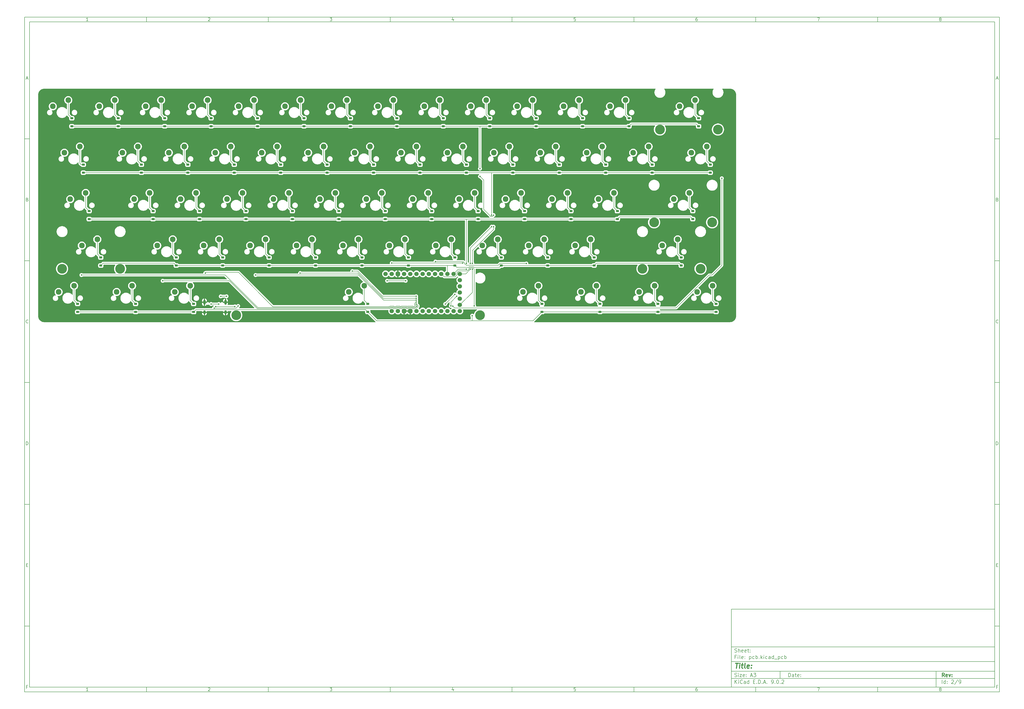
<source format=gbr>
%TF.GenerationSoftware,KiCad,Pcbnew,9.0.2*%
%TF.CreationDate,2025-06-22T01:03:44-04:00*%
%TF.ProjectId,pcb,7063622e-6b69-4636-9164-5f7063625858,rev?*%
%TF.SameCoordinates,Original*%
%TF.FileFunction,Copper,L2,Bot*%
%TF.FilePolarity,Positive*%
%FSLAX46Y46*%
G04 Gerber Fmt 4.6, Leading zero omitted, Abs format (unit mm)*
G04 Created by KiCad (PCBNEW 9.0.2) date 2025-06-22 01:03:44*
%MOMM*%
%LPD*%
G01*
G04 APERTURE LIST*
G04 Aperture macros list*
%AMRoundRect*
0 Rectangle with rounded corners*
0 $1 Rounding radius*
0 $2 $3 $4 $5 $6 $7 $8 $9 X,Y pos of 4 corners*
0 Add a 4 corners polygon primitive as box body*
4,1,4,$2,$3,$4,$5,$6,$7,$8,$9,$2,$3,0*
0 Add four circle primitives for the rounded corners*
1,1,$1+$1,$2,$3*
1,1,$1+$1,$4,$5*
1,1,$1+$1,$6,$7*
1,1,$1+$1,$8,$9*
0 Add four rect primitives between the rounded corners*
20,1,$1+$1,$2,$3,$4,$5,0*
20,1,$1+$1,$4,$5,$6,$7,0*
20,1,$1+$1,$6,$7,$8,$9,0*
20,1,$1+$1,$8,$9,$2,$3,0*%
G04 Aperture macros list end*
%ADD10C,0.100000*%
%ADD11C,0.150000*%
%ADD12C,0.300000*%
%ADD13C,0.400000*%
%TA.AperFunction,ComponentPad*%
%ADD14C,1.800000*%
%TD*%
%TA.AperFunction,ComponentPad*%
%ADD15RoundRect,0.450000X0.450000X-0.450000X0.450000X0.450000X-0.450000X0.450000X-0.450000X-0.450000X0*%
%TD*%
%TA.AperFunction,HeatsinkPad*%
%ADD16O,1.000000X2.100000*%
%TD*%
%TA.AperFunction,HeatsinkPad*%
%ADD17O,1.000000X1.600000*%
%TD*%
%TA.AperFunction,ComponentPad*%
%ADD18C,2.300000*%
%TD*%
%TA.AperFunction,ComponentPad*%
%ADD19C,4.000000*%
%TD*%
%TA.AperFunction,SMDPad,CuDef*%
%ADD20RoundRect,0.225000X0.375000X-0.225000X0.375000X0.225000X-0.375000X0.225000X-0.375000X-0.225000X0*%
%TD*%
%TA.AperFunction,ViaPad*%
%ADD21C,0.600000*%
%TD*%
%TA.AperFunction,Conductor*%
%ADD22C,0.200000*%
%TD*%
G04 APERTURE END LIST*
D10*
D11*
X299989000Y-253002200D02*
X407989000Y-253002200D01*
X407989000Y-285002200D01*
X299989000Y-285002200D01*
X299989000Y-253002200D01*
D10*
D11*
X10000000Y-10000000D02*
X409989000Y-10000000D01*
X409989000Y-287002200D01*
X10000000Y-287002200D01*
X10000000Y-10000000D01*
D10*
D11*
X12000000Y-12000000D02*
X407989000Y-12000000D01*
X407989000Y-285002200D01*
X12000000Y-285002200D01*
X12000000Y-12000000D01*
D10*
D11*
X60000000Y-12000000D02*
X60000000Y-10000000D01*
D10*
D11*
X110000000Y-12000000D02*
X110000000Y-10000000D01*
D10*
D11*
X160000000Y-12000000D02*
X160000000Y-10000000D01*
D10*
D11*
X210000000Y-12000000D02*
X210000000Y-10000000D01*
D10*
D11*
X260000000Y-12000000D02*
X260000000Y-10000000D01*
D10*
D11*
X310000000Y-12000000D02*
X310000000Y-10000000D01*
D10*
D11*
X360000000Y-12000000D02*
X360000000Y-10000000D01*
D10*
D11*
X36089160Y-11593604D02*
X35346303Y-11593604D01*
X35717731Y-11593604D02*
X35717731Y-10293604D01*
X35717731Y-10293604D02*
X35593922Y-10479319D01*
X35593922Y-10479319D02*
X35470112Y-10603128D01*
X35470112Y-10603128D02*
X35346303Y-10665033D01*
D10*
D11*
X85346303Y-10417414D02*
X85408207Y-10355509D01*
X85408207Y-10355509D02*
X85532017Y-10293604D01*
X85532017Y-10293604D02*
X85841541Y-10293604D01*
X85841541Y-10293604D02*
X85965350Y-10355509D01*
X85965350Y-10355509D02*
X86027255Y-10417414D01*
X86027255Y-10417414D02*
X86089160Y-10541223D01*
X86089160Y-10541223D02*
X86089160Y-10665033D01*
X86089160Y-10665033D02*
X86027255Y-10850747D01*
X86027255Y-10850747D02*
X85284398Y-11593604D01*
X85284398Y-11593604D02*
X86089160Y-11593604D01*
D10*
D11*
X135284398Y-10293604D02*
X136089160Y-10293604D01*
X136089160Y-10293604D02*
X135655826Y-10788842D01*
X135655826Y-10788842D02*
X135841541Y-10788842D01*
X135841541Y-10788842D02*
X135965350Y-10850747D01*
X135965350Y-10850747D02*
X136027255Y-10912652D01*
X136027255Y-10912652D02*
X136089160Y-11036461D01*
X136089160Y-11036461D02*
X136089160Y-11345985D01*
X136089160Y-11345985D02*
X136027255Y-11469795D01*
X136027255Y-11469795D02*
X135965350Y-11531700D01*
X135965350Y-11531700D02*
X135841541Y-11593604D01*
X135841541Y-11593604D02*
X135470112Y-11593604D01*
X135470112Y-11593604D02*
X135346303Y-11531700D01*
X135346303Y-11531700D02*
X135284398Y-11469795D01*
D10*
D11*
X185965350Y-10726938D02*
X185965350Y-11593604D01*
X185655826Y-10231700D02*
X185346303Y-11160271D01*
X185346303Y-11160271D02*
X186151064Y-11160271D01*
D10*
D11*
X236027255Y-10293604D02*
X235408207Y-10293604D01*
X235408207Y-10293604D02*
X235346303Y-10912652D01*
X235346303Y-10912652D02*
X235408207Y-10850747D01*
X235408207Y-10850747D02*
X235532017Y-10788842D01*
X235532017Y-10788842D02*
X235841541Y-10788842D01*
X235841541Y-10788842D02*
X235965350Y-10850747D01*
X235965350Y-10850747D02*
X236027255Y-10912652D01*
X236027255Y-10912652D02*
X236089160Y-11036461D01*
X236089160Y-11036461D02*
X236089160Y-11345985D01*
X236089160Y-11345985D02*
X236027255Y-11469795D01*
X236027255Y-11469795D02*
X235965350Y-11531700D01*
X235965350Y-11531700D02*
X235841541Y-11593604D01*
X235841541Y-11593604D02*
X235532017Y-11593604D01*
X235532017Y-11593604D02*
X235408207Y-11531700D01*
X235408207Y-11531700D02*
X235346303Y-11469795D01*
D10*
D11*
X285965350Y-10293604D02*
X285717731Y-10293604D01*
X285717731Y-10293604D02*
X285593922Y-10355509D01*
X285593922Y-10355509D02*
X285532017Y-10417414D01*
X285532017Y-10417414D02*
X285408207Y-10603128D01*
X285408207Y-10603128D02*
X285346303Y-10850747D01*
X285346303Y-10850747D02*
X285346303Y-11345985D01*
X285346303Y-11345985D02*
X285408207Y-11469795D01*
X285408207Y-11469795D02*
X285470112Y-11531700D01*
X285470112Y-11531700D02*
X285593922Y-11593604D01*
X285593922Y-11593604D02*
X285841541Y-11593604D01*
X285841541Y-11593604D02*
X285965350Y-11531700D01*
X285965350Y-11531700D02*
X286027255Y-11469795D01*
X286027255Y-11469795D02*
X286089160Y-11345985D01*
X286089160Y-11345985D02*
X286089160Y-11036461D01*
X286089160Y-11036461D02*
X286027255Y-10912652D01*
X286027255Y-10912652D02*
X285965350Y-10850747D01*
X285965350Y-10850747D02*
X285841541Y-10788842D01*
X285841541Y-10788842D02*
X285593922Y-10788842D01*
X285593922Y-10788842D02*
X285470112Y-10850747D01*
X285470112Y-10850747D02*
X285408207Y-10912652D01*
X285408207Y-10912652D02*
X285346303Y-11036461D01*
D10*
D11*
X335284398Y-10293604D02*
X336151064Y-10293604D01*
X336151064Y-10293604D02*
X335593922Y-11593604D01*
D10*
D11*
X385593922Y-10850747D02*
X385470112Y-10788842D01*
X385470112Y-10788842D02*
X385408207Y-10726938D01*
X385408207Y-10726938D02*
X385346303Y-10603128D01*
X385346303Y-10603128D02*
X385346303Y-10541223D01*
X385346303Y-10541223D02*
X385408207Y-10417414D01*
X385408207Y-10417414D02*
X385470112Y-10355509D01*
X385470112Y-10355509D02*
X385593922Y-10293604D01*
X385593922Y-10293604D02*
X385841541Y-10293604D01*
X385841541Y-10293604D02*
X385965350Y-10355509D01*
X385965350Y-10355509D02*
X386027255Y-10417414D01*
X386027255Y-10417414D02*
X386089160Y-10541223D01*
X386089160Y-10541223D02*
X386089160Y-10603128D01*
X386089160Y-10603128D02*
X386027255Y-10726938D01*
X386027255Y-10726938D02*
X385965350Y-10788842D01*
X385965350Y-10788842D02*
X385841541Y-10850747D01*
X385841541Y-10850747D02*
X385593922Y-10850747D01*
X385593922Y-10850747D02*
X385470112Y-10912652D01*
X385470112Y-10912652D02*
X385408207Y-10974557D01*
X385408207Y-10974557D02*
X385346303Y-11098366D01*
X385346303Y-11098366D02*
X385346303Y-11345985D01*
X385346303Y-11345985D02*
X385408207Y-11469795D01*
X385408207Y-11469795D02*
X385470112Y-11531700D01*
X385470112Y-11531700D02*
X385593922Y-11593604D01*
X385593922Y-11593604D02*
X385841541Y-11593604D01*
X385841541Y-11593604D02*
X385965350Y-11531700D01*
X385965350Y-11531700D02*
X386027255Y-11469795D01*
X386027255Y-11469795D02*
X386089160Y-11345985D01*
X386089160Y-11345985D02*
X386089160Y-11098366D01*
X386089160Y-11098366D02*
X386027255Y-10974557D01*
X386027255Y-10974557D02*
X385965350Y-10912652D01*
X385965350Y-10912652D02*
X385841541Y-10850747D01*
D10*
D11*
X60000000Y-285002200D02*
X60000000Y-287002200D01*
D10*
D11*
X110000000Y-285002200D02*
X110000000Y-287002200D01*
D10*
D11*
X160000000Y-285002200D02*
X160000000Y-287002200D01*
D10*
D11*
X210000000Y-285002200D02*
X210000000Y-287002200D01*
D10*
D11*
X260000000Y-285002200D02*
X260000000Y-287002200D01*
D10*
D11*
X310000000Y-285002200D02*
X310000000Y-287002200D01*
D10*
D11*
X360000000Y-285002200D02*
X360000000Y-287002200D01*
D10*
D11*
X36089160Y-286595804D02*
X35346303Y-286595804D01*
X35717731Y-286595804D02*
X35717731Y-285295804D01*
X35717731Y-285295804D02*
X35593922Y-285481519D01*
X35593922Y-285481519D02*
X35470112Y-285605328D01*
X35470112Y-285605328D02*
X35346303Y-285667233D01*
D10*
D11*
X85346303Y-285419614D02*
X85408207Y-285357709D01*
X85408207Y-285357709D02*
X85532017Y-285295804D01*
X85532017Y-285295804D02*
X85841541Y-285295804D01*
X85841541Y-285295804D02*
X85965350Y-285357709D01*
X85965350Y-285357709D02*
X86027255Y-285419614D01*
X86027255Y-285419614D02*
X86089160Y-285543423D01*
X86089160Y-285543423D02*
X86089160Y-285667233D01*
X86089160Y-285667233D02*
X86027255Y-285852947D01*
X86027255Y-285852947D02*
X85284398Y-286595804D01*
X85284398Y-286595804D02*
X86089160Y-286595804D01*
D10*
D11*
X135284398Y-285295804D02*
X136089160Y-285295804D01*
X136089160Y-285295804D02*
X135655826Y-285791042D01*
X135655826Y-285791042D02*
X135841541Y-285791042D01*
X135841541Y-285791042D02*
X135965350Y-285852947D01*
X135965350Y-285852947D02*
X136027255Y-285914852D01*
X136027255Y-285914852D02*
X136089160Y-286038661D01*
X136089160Y-286038661D02*
X136089160Y-286348185D01*
X136089160Y-286348185D02*
X136027255Y-286471995D01*
X136027255Y-286471995D02*
X135965350Y-286533900D01*
X135965350Y-286533900D02*
X135841541Y-286595804D01*
X135841541Y-286595804D02*
X135470112Y-286595804D01*
X135470112Y-286595804D02*
X135346303Y-286533900D01*
X135346303Y-286533900D02*
X135284398Y-286471995D01*
D10*
D11*
X185965350Y-285729138D02*
X185965350Y-286595804D01*
X185655826Y-285233900D02*
X185346303Y-286162471D01*
X185346303Y-286162471D02*
X186151064Y-286162471D01*
D10*
D11*
X236027255Y-285295804D02*
X235408207Y-285295804D01*
X235408207Y-285295804D02*
X235346303Y-285914852D01*
X235346303Y-285914852D02*
X235408207Y-285852947D01*
X235408207Y-285852947D02*
X235532017Y-285791042D01*
X235532017Y-285791042D02*
X235841541Y-285791042D01*
X235841541Y-285791042D02*
X235965350Y-285852947D01*
X235965350Y-285852947D02*
X236027255Y-285914852D01*
X236027255Y-285914852D02*
X236089160Y-286038661D01*
X236089160Y-286038661D02*
X236089160Y-286348185D01*
X236089160Y-286348185D02*
X236027255Y-286471995D01*
X236027255Y-286471995D02*
X235965350Y-286533900D01*
X235965350Y-286533900D02*
X235841541Y-286595804D01*
X235841541Y-286595804D02*
X235532017Y-286595804D01*
X235532017Y-286595804D02*
X235408207Y-286533900D01*
X235408207Y-286533900D02*
X235346303Y-286471995D01*
D10*
D11*
X285965350Y-285295804D02*
X285717731Y-285295804D01*
X285717731Y-285295804D02*
X285593922Y-285357709D01*
X285593922Y-285357709D02*
X285532017Y-285419614D01*
X285532017Y-285419614D02*
X285408207Y-285605328D01*
X285408207Y-285605328D02*
X285346303Y-285852947D01*
X285346303Y-285852947D02*
X285346303Y-286348185D01*
X285346303Y-286348185D02*
X285408207Y-286471995D01*
X285408207Y-286471995D02*
X285470112Y-286533900D01*
X285470112Y-286533900D02*
X285593922Y-286595804D01*
X285593922Y-286595804D02*
X285841541Y-286595804D01*
X285841541Y-286595804D02*
X285965350Y-286533900D01*
X285965350Y-286533900D02*
X286027255Y-286471995D01*
X286027255Y-286471995D02*
X286089160Y-286348185D01*
X286089160Y-286348185D02*
X286089160Y-286038661D01*
X286089160Y-286038661D02*
X286027255Y-285914852D01*
X286027255Y-285914852D02*
X285965350Y-285852947D01*
X285965350Y-285852947D02*
X285841541Y-285791042D01*
X285841541Y-285791042D02*
X285593922Y-285791042D01*
X285593922Y-285791042D02*
X285470112Y-285852947D01*
X285470112Y-285852947D02*
X285408207Y-285914852D01*
X285408207Y-285914852D02*
X285346303Y-286038661D01*
D10*
D11*
X335284398Y-285295804D02*
X336151064Y-285295804D01*
X336151064Y-285295804D02*
X335593922Y-286595804D01*
D10*
D11*
X385593922Y-285852947D02*
X385470112Y-285791042D01*
X385470112Y-285791042D02*
X385408207Y-285729138D01*
X385408207Y-285729138D02*
X385346303Y-285605328D01*
X385346303Y-285605328D02*
X385346303Y-285543423D01*
X385346303Y-285543423D02*
X385408207Y-285419614D01*
X385408207Y-285419614D02*
X385470112Y-285357709D01*
X385470112Y-285357709D02*
X385593922Y-285295804D01*
X385593922Y-285295804D02*
X385841541Y-285295804D01*
X385841541Y-285295804D02*
X385965350Y-285357709D01*
X385965350Y-285357709D02*
X386027255Y-285419614D01*
X386027255Y-285419614D02*
X386089160Y-285543423D01*
X386089160Y-285543423D02*
X386089160Y-285605328D01*
X386089160Y-285605328D02*
X386027255Y-285729138D01*
X386027255Y-285729138D02*
X385965350Y-285791042D01*
X385965350Y-285791042D02*
X385841541Y-285852947D01*
X385841541Y-285852947D02*
X385593922Y-285852947D01*
X385593922Y-285852947D02*
X385470112Y-285914852D01*
X385470112Y-285914852D02*
X385408207Y-285976757D01*
X385408207Y-285976757D02*
X385346303Y-286100566D01*
X385346303Y-286100566D02*
X385346303Y-286348185D01*
X385346303Y-286348185D02*
X385408207Y-286471995D01*
X385408207Y-286471995D02*
X385470112Y-286533900D01*
X385470112Y-286533900D02*
X385593922Y-286595804D01*
X385593922Y-286595804D02*
X385841541Y-286595804D01*
X385841541Y-286595804D02*
X385965350Y-286533900D01*
X385965350Y-286533900D02*
X386027255Y-286471995D01*
X386027255Y-286471995D02*
X386089160Y-286348185D01*
X386089160Y-286348185D02*
X386089160Y-286100566D01*
X386089160Y-286100566D02*
X386027255Y-285976757D01*
X386027255Y-285976757D02*
X385965350Y-285914852D01*
X385965350Y-285914852D02*
X385841541Y-285852947D01*
D10*
D11*
X10000000Y-60000000D02*
X12000000Y-60000000D01*
D10*
D11*
X10000000Y-110000000D02*
X12000000Y-110000000D01*
D10*
D11*
X10000000Y-160000000D02*
X12000000Y-160000000D01*
D10*
D11*
X10000000Y-210000000D02*
X12000000Y-210000000D01*
D10*
D11*
X10000000Y-260000000D02*
X12000000Y-260000000D01*
D10*
D11*
X10690476Y-35222176D02*
X11309523Y-35222176D01*
X10566666Y-35593604D02*
X10999999Y-34293604D01*
X10999999Y-34293604D02*
X11433333Y-35593604D01*
D10*
D11*
X11092857Y-84912652D02*
X11278571Y-84974557D01*
X11278571Y-84974557D02*
X11340476Y-85036461D01*
X11340476Y-85036461D02*
X11402380Y-85160271D01*
X11402380Y-85160271D02*
X11402380Y-85345985D01*
X11402380Y-85345985D02*
X11340476Y-85469795D01*
X11340476Y-85469795D02*
X11278571Y-85531700D01*
X11278571Y-85531700D02*
X11154761Y-85593604D01*
X11154761Y-85593604D02*
X10659523Y-85593604D01*
X10659523Y-85593604D02*
X10659523Y-84293604D01*
X10659523Y-84293604D02*
X11092857Y-84293604D01*
X11092857Y-84293604D02*
X11216666Y-84355509D01*
X11216666Y-84355509D02*
X11278571Y-84417414D01*
X11278571Y-84417414D02*
X11340476Y-84541223D01*
X11340476Y-84541223D02*
X11340476Y-84665033D01*
X11340476Y-84665033D02*
X11278571Y-84788842D01*
X11278571Y-84788842D02*
X11216666Y-84850747D01*
X11216666Y-84850747D02*
X11092857Y-84912652D01*
X11092857Y-84912652D02*
X10659523Y-84912652D01*
D10*
D11*
X11402380Y-135469795D02*
X11340476Y-135531700D01*
X11340476Y-135531700D02*
X11154761Y-135593604D01*
X11154761Y-135593604D02*
X11030952Y-135593604D01*
X11030952Y-135593604D02*
X10845238Y-135531700D01*
X10845238Y-135531700D02*
X10721428Y-135407890D01*
X10721428Y-135407890D02*
X10659523Y-135284080D01*
X10659523Y-135284080D02*
X10597619Y-135036461D01*
X10597619Y-135036461D02*
X10597619Y-134850747D01*
X10597619Y-134850747D02*
X10659523Y-134603128D01*
X10659523Y-134603128D02*
X10721428Y-134479319D01*
X10721428Y-134479319D02*
X10845238Y-134355509D01*
X10845238Y-134355509D02*
X11030952Y-134293604D01*
X11030952Y-134293604D02*
X11154761Y-134293604D01*
X11154761Y-134293604D02*
X11340476Y-134355509D01*
X11340476Y-134355509D02*
X11402380Y-134417414D01*
D10*
D11*
X10659523Y-185593604D02*
X10659523Y-184293604D01*
X10659523Y-184293604D02*
X10969047Y-184293604D01*
X10969047Y-184293604D02*
X11154761Y-184355509D01*
X11154761Y-184355509D02*
X11278571Y-184479319D01*
X11278571Y-184479319D02*
X11340476Y-184603128D01*
X11340476Y-184603128D02*
X11402380Y-184850747D01*
X11402380Y-184850747D02*
X11402380Y-185036461D01*
X11402380Y-185036461D02*
X11340476Y-185284080D01*
X11340476Y-185284080D02*
X11278571Y-185407890D01*
X11278571Y-185407890D02*
X11154761Y-185531700D01*
X11154761Y-185531700D02*
X10969047Y-185593604D01*
X10969047Y-185593604D02*
X10659523Y-185593604D01*
D10*
D11*
X10721428Y-234912652D02*
X11154762Y-234912652D01*
X11340476Y-235593604D02*
X10721428Y-235593604D01*
X10721428Y-235593604D02*
X10721428Y-234293604D01*
X10721428Y-234293604D02*
X11340476Y-234293604D01*
D10*
D11*
X11185714Y-284912652D02*
X10752380Y-284912652D01*
X10752380Y-285593604D02*
X10752380Y-284293604D01*
X10752380Y-284293604D02*
X11371428Y-284293604D01*
D10*
D11*
X409989000Y-60000000D02*
X407989000Y-60000000D01*
D10*
D11*
X409989000Y-110000000D02*
X407989000Y-110000000D01*
D10*
D11*
X409989000Y-160000000D02*
X407989000Y-160000000D01*
D10*
D11*
X409989000Y-210000000D02*
X407989000Y-210000000D01*
D10*
D11*
X409989000Y-260000000D02*
X407989000Y-260000000D01*
D10*
D11*
X408679476Y-35222176D02*
X409298523Y-35222176D01*
X408555666Y-35593604D02*
X408988999Y-34293604D01*
X408988999Y-34293604D02*
X409422333Y-35593604D01*
D10*
D11*
X409081857Y-84912652D02*
X409267571Y-84974557D01*
X409267571Y-84974557D02*
X409329476Y-85036461D01*
X409329476Y-85036461D02*
X409391380Y-85160271D01*
X409391380Y-85160271D02*
X409391380Y-85345985D01*
X409391380Y-85345985D02*
X409329476Y-85469795D01*
X409329476Y-85469795D02*
X409267571Y-85531700D01*
X409267571Y-85531700D02*
X409143761Y-85593604D01*
X409143761Y-85593604D02*
X408648523Y-85593604D01*
X408648523Y-85593604D02*
X408648523Y-84293604D01*
X408648523Y-84293604D02*
X409081857Y-84293604D01*
X409081857Y-84293604D02*
X409205666Y-84355509D01*
X409205666Y-84355509D02*
X409267571Y-84417414D01*
X409267571Y-84417414D02*
X409329476Y-84541223D01*
X409329476Y-84541223D02*
X409329476Y-84665033D01*
X409329476Y-84665033D02*
X409267571Y-84788842D01*
X409267571Y-84788842D02*
X409205666Y-84850747D01*
X409205666Y-84850747D02*
X409081857Y-84912652D01*
X409081857Y-84912652D02*
X408648523Y-84912652D01*
D10*
D11*
X409391380Y-135469795D02*
X409329476Y-135531700D01*
X409329476Y-135531700D02*
X409143761Y-135593604D01*
X409143761Y-135593604D02*
X409019952Y-135593604D01*
X409019952Y-135593604D02*
X408834238Y-135531700D01*
X408834238Y-135531700D02*
X408710428Y-135407890D01*
X408710428Y-135407890D02*
X408648523Y-135284080D01*
X408648523Y-135284080D02*
X408586619Y-135036461D01*
X408586619Y-135036461D02*
X408586619Y-134850747D01*
X408586619Y-134850747D02*
X408648523Y-134603128D01*
X408648523Y-134603128D02*
X408710428Y-134479319D01*
X408710428Y-134479319D02*
X408834238Y-134355509D01*
X408834238Y-134355509D02*
X409019952Y-134293604D01*
X409019952Y-134293604D02*
X409143761Y-134293604D01*
X409143761Y-134293604D02*
X409329476Y-134355509D01*
X409329476Y-134355509D02*
X409391380Y-134417414D01*
D10*
D11*
X408648523Y-185593604D02*
X408648523Y-184293604D01*
X408648523Y-184293604D02*
X408958047Y-184293604D01*
X408958047Y-184293604D02*
X409143761Y-184355509D01*
X409143761Y-184355509D02*
X409267571Y-184479319D01*
X409267571Y-184479319D02*
X409329476Y-184603128D01*
X409329476Y-184603128D02*
X409391380Y-184850747D01*
X409391380Y-184850747D02*
X409391380Y-185036461D01*
X409391380Y-185036461D02*
X409329476Y-185284080D01*
X409329476Y-185284080D02*
X409267571Y-185407890D01*
X409267571Y-185407890D02*
X409143761Y-185531700D01*
X409143761Y-185531700D02*
X408958047Y-185593604D01*
X408958047Y-185593604D02*
X408648523Y-185593604D01*
D10*
D11*
X408710428Y-234912652D02*
X409143762Y-234912652D01*
X409329476Y-235593604D02*
X408710428Y-235593604D01*
X408710428Y-235593604D02*
X408710428Y-234293604D01*
X408710428Y-234293604D02*
X409329476Y-234293604D01*
D10*
D11*
X409174714Y-284912652D02*
X408741380Y-284912652D01*
X408741380Y-285593604D02*
X408741380Y-284293604D01*
X408741380Y-284293604D02*
X409360428Y-284293604D01*
D10*
D11*
X323444826Y-280788328D02*
X323444826Y-279288328D01*
X323444826Y-279288328D02*
X323801969Y-279288328D01*
X323801969Y-279288328D02*
X324016255Y-279359757D01*
X324016255Y-279359757D02*
X324159112Y-279502614D01*
X324159112Y-279502614D02*
X324230541Y-279645471D01*
X324230541Y-279645471D02*
X324301969Y-279931185D01*
X324301969Y-279931185D02*
X324301969Y-280145471D01*
X324301969Y-280145471D02*
X324230541Y-280431185D01*
X324230541Y-280431185D02*
X324159112Y-280574042D01*
X324159112Y-280574042D02*
X324016255Y-280716900D01*
X324016255Y-280716900D02*
X323801969Y-280788328D01*
X323801969Y-280788328D02*
X323444826Y-280788328D01*
X325587684Y-280788328D02*
X325587684Y-280002614D01*
X325587684Y-280002614D02*
X325516255Y-279859757D01*
X325516255Y-279859757D02*
X325373398Y-279788328D01*
X325373398Y-279788328D02*
X325087684Y-279788328D01*
X325087684Y-279788328D02*
X324944826Y-279859757D01*
X325587684Y-280716900D02*
X325444826Y-280788328D01*
X325444826Y-280788328D02*
X325087684Y-280788328D01*
X325087684Y-280788328D02*
X324944826Y-280716900D01*
X324944826Y-280716900D02*
X324873398Y-280574042D01*
X324873398Y-280574042D02*
X324873398Y-280431185D01*
X324873398Y-280431185D02*
X324944826Y-280288328D01*
X324944826Y-280288328D02*
X325087684Y-280216900D01*
X325087684Y-280216900D02*
X325444826Y-280216900D01*
X325444826Y-280216900D02*
X325587684Y-280145471D01*
X326087684Y-279788328D02*
X326659112Y-279788328D01*
X326301969Y-279288328D02*
X326301969Y-280574042D01*
X326301969Y-280574042D02*
X326373398Y-280716900D01*
X326373398Y-280716900D02*
X326516255Y-280788328D01*
X326516255Y-280788328D02*
X326659112Y-280788328D01*
X327730541Y-280716900D02*
X327587684Y-280788328D01*
X327587684Y-280788328D02*
X327301970Y-280788328D01*
X327301970Y-280788328D02*
X327159112Y-280716900D01*
X327159112Y-280716900D02*
X327087684Y-280574042D01*
X327087684Y-280574042D02*
X327087684Y-280002614D01*
X327087684Y-280002614D02*
X327159112Y-279859757D01*
X327159112Y-279859757D02*
X327301970Y-279788328D01*
X327301970Y-279788328D02*
X327587684Y-279788328D01*
X327587684Y-279788328D02*
X327730541Y-279859757D01*
X327730541Y-279859757D02*
X327801970Y-280002614D01*
X327801970Y-280002614D02*
X327801970Y-280145471D01*
X327801970Y-280145471D02*
X327087684Y-280288328D01*
X328444826Y-280645471D02*
X328516255Y-280716900D01*
X328516255Y-280716900D02*
X328444826Y-280788328D01*
X328444826Y-280788328D02*
X328373398Y-280716900D01*
X328373398Y-280716900D02*
X328444826Y-280645471D01*
X328444826Y-280645471D02*
X328444826Y-280788328D01*
X328444826Y-279859757D02*
X328516255Y-279931185D01*
X328516255Y-279931185D02*
X328444826Y-280002614D01*
X328444826Y-280002614D02*
X328373398Y-279931185D01*
X328373398Y-279931185D02*
X328444826Y-279859757D01*
X328444826Y-279859757D02*
X328444826Y-280002614D01*
D10*
D11*
X299989000Y-281502200D02*
X407989000Y-281502200D01*
D10*
D11*
X301444826Y-283588328D02*
X301444826Y-282088328D01*
X302301969Y-283588328D02*
X301659112Y-282731185D01*
X302301969Y-282088328D02*
X301444826Y-282945471D01*
X302944826Y-283588328D02*
X302944826Y-282588328D01*
X302944826Y-282088328D02*
X302873398Y-282159757D01*
X302873398Y-282159757D02*
X302944826Y-282231185D01*
X302944826Y-282231185D02*
X303016255Y-282159757D01*
X303016255Y-282159757D02*
X302944826Y-282088328D01*
X302944826Y-282088328D02*
X302944826Y-282231185D01*
X304516255Y-283445471D02*
X304444827Y-283516900D01*
X304444827Y-283516900D02*
X304230541Y-283588328D01*
X304230541Y-283588328D02*
X304087684Y-283588328D01*
X304087684Y-283588328D02*
X303873398Y-283516900D01*
X303873398Y-283516900D02*
X303730541Y-283374042D01*
X303730541Y-283374042D02*
X303659112Y-283231185D01*
X303659112Y-283231185D02*
X303587684Y-282945471D01*
X303587684Y-282945471D02*
X303587684Y-282731185D01*
X303587684Y-282731185D02*
X303659112Y-282445471D01*
X303659112Y-282445471D02*
X303730541Y-282302614D01*
X303730541Y-282302614D02*
X303873398Y-282159757D01*
X303873398Y-282159757D02*
X304087684Y-282088328D01*
X304087684Y-282088328D02*
X304230541Y-282088328D01*
X304230541Y-282088328D02*
X304444827Y-282159757D01*
X304444827Y-282159757D02*
X304516255Y-282231185D01*
X305801970Y-283588328D02*
X305801970Y-282802614D01*
X305801970Y-282802614D02*
X305730541Y-282659757D01*
X305730541Y-282659757D02*
X305587684Y-282588328D01*
X305587684Y-282588328D02*
X305301970Y-282588328D01*
X305301970Y-282588328D02*
X305159112Y-282659757D01*
X305801970Y-283516900D02*
X305659112Y-283588328D01*
X305659112Y-283588328D02*
X305301970Y-283588328D01*
X305301970Y-283588328D02*
X305159112Y-283516900D01*
X305159112Y-283516900D02*
X305087684Y-283374042D01*
X305087684Y-283374042D02*
X305087684Y-283231185D01*
X305087684Y-283231185D02*
X305159112Y-283088328D01*
X305159112Y-283088328D02*
X305301970Y-283016900D01*
X305301970Y-283016900D02*
X305659112Y-283016900D01*
X305659112Y-283016900D02*
X305801970Y-282945471D01*
X307159113Y-283588328D02*
X307159113Y-282088328D01*
X307159113Y-283516900D02*
X307016255Y-283588328D01*
X307016255Y-283588328D02*
X306730541Y-283588328D01*
X306730541Y-283588328D02*
X306587684Y-283516900D01*
X306587684Y-283516900D02*
X306516255Y-283445471D01*
X306516255Y-283445471D02*
X306444827Y-283302614D01*
X306444827Y-283302614D02*
X306444827Y-282874042D01*
X306444827Y-282874042D02*
X306516255Y-282731185D01*
X306516255Y-282731185D02*
X306587684Y-282659757D01*
X306587684Y-282659757D02*
X306730541Y-282588328D01*
X306730541Y-282588328D02*
X307016255Y-282588328D01*
X307016255Y-282588328D02*
X307159113Y-282659757D01*
X309016255Y-282802614D02*
X309516255Y-282802614D01*
X309730541Y-283588328D02*
X309016255Y-283588328D01*
X309016255Y-283588328D02*
X309016255Y-282088328D01*
X309016255Y-282088328D02*
X309730541Y-282088328D01*
X310373398Y-283445471D02*
X310444827Y-283516900D01*
X310444827Y-283516900D02*
X310373398Y-283588328D01*
X310373398Y-283588328D02*
X310301970Y-283516900D01*
X310301970Y-283516900D02*
X310373398Y-283445471D01*
X310373398Y-283445471D02*
X310373398Y-283588328D01*
X311087684Y-283588328D02*
X311087684Y-282088328D01*
X311087684Y-282088328D02*
X311444827Y-282088328D01*
X311444827Y-282088328D02*
X311659113Y-282159757D01*
X311659113Y-282159757D02*
X311801970Y-282302614D01*
X311801970Y-282302614D02*
X311873399Y-282445471D01*
X311873399Y-282445471D02*
X311944827Y-282731185D01*
X311944827Y-282731185D02*
X311944827Y-282945471D01*
X311944827Y-282945471D02*
X311873399Y-283231185D01*
X311873399Y-283231185D02*
X311801970Y-283374042D01*
X311801970Y-283374042D02*
X311659113Y-283516900D01*
X311659113Y-283516900D02*
X311444827Y-283588328D01*
X311444827Y-283588328D02*
X311087684Y-283588328D01*
X312587684Y-283445471D02*
X312659113Y-283516900D01*
X312659113Y-283516900D02*
X312587684Y-283588328D01*
X312587684Y-283588328D02*
X312516256Y-283516900D01*
X312516256Y-283516900D02*
X312587684Y-283445471D01*
X312587684Y-283445471D02*
X312587684Y-283588328D01*
X313230542Y-283159757D02*
X313944828Y-283159757D01*
X313087685Y-283588328D02*
X313587685Y-282088328D01*
X313587685Y-282088328D02*
X314087685Y-283588328D01*
X314587684Y-283445471D02*
X314659113Y-283516900D01*
X314659113Y-283516900D02*
X314587684Y-283588328D01*
X314587684Y-283588328D02*
X314516256Y-283516900D01*
X314516256Y-283516900D02*
X314587684Y-283445471D01*
X314587684Y-283445471D02*
X314587684Y-283588328D01*
X316516256Y-283588328D02*
X316801970Y-283588328D01*
X316801970Y-283588328D02*
X316944827Y-283516900D01*
X316944827Y-283516900D02*
X317016256Y-283445471D01*
X317016256Y-283445471D02*
X317159113Y-283231185D01*
X317159113Y-283231185D02*
X317230542Y-282945471D01*
X317230542Y-282945471D02*
X317230542Y-282374042D01*
X317230542Y-282374042D02*
X317159113Y-282231185D01*
X317159113Y-282231185D02*
X317087685Y-282159757D01*
X317087685Y-282159757D02*
X316944827Y-282088328D01*
X316944827Y-282088328D02*
X316659113Y-282088328D01*
X316659113Y-282088328D02*
X316516256Y-282159757D01*
X316516256Y-282159757D02*
X316444827Y-282231185D01*
X316444827Y-282231185D02*
X316373399Y-282374042D01*
X316373399Y-282374042D02*
X316373399Y-282731185D01*
X316373399Y-282731185D02*
X316444827Y-282874042D01*
X316444827Y-282874042D02*
X316516256Y-282945471D01*
X316516256Y-282945471D02*
X316659113Y-283016900D01*
X316659113Y-283016900D02*
X316944827Y-283016900D01*
X316944827Y-283016900D02*
X317087685Y-282945471D01*
X317087685Y-282945471D02*
X317159113Y-282874042D01*
X317159113Y-282874042D02*
X317230542Y-282731185D01*
X317873398Y-283445471D02*
X317944827Y-283516900D01*
X317944827Y-283516900D02*
X317873398Y-283588328D01*
X317873398Y-283588328D02*
X317801970Y-283516900D01*
X317801970Y-283516900D02*
X317873398Y-283445471D01*
X317873398Y-283445471D02*
X317873398Y-283588328D01*
X318873399Y-282088328D02*
X319016256Y-282088328D01*
X319016256Y-282088328D02*
X319159113Y-282159757D01*
X319159113Y-282159757D02*
X319230542Y-282231185D01*
X319230542Y-282231185D02*
X319301970Y-282374042D01*
X319301970Y-282374042D02*
X319373399Y-282659757D01*
X319373399Y-282659757D02*
X319373399Y-283016900D01*
X319373399Y-283016900D02*
X319301970Y-283302614D01*
X319301970Y-283302614D02*
X319230542Y-283445471D01*
X319230542Y-283445471D02*
X319159113Y-283516900D01*
X319159113Y-283516900D02*
X319016256Y-283588328D01*
X319016256Y-283588328D02*
X318873399Y-283588328D01*
X318873399Y-283588328D02*
X318730542Y-283516900D01*
X318730542Y-283516900D02*
X318659113Y-283445471D01*
X318659113Y-283445471D02*
X318587684Y-283302614D01*
X318587684Y-283302614D02*
X318516256Y-283016900D01*
X318516256Y-283016900D02*
X318516256Y-282659757D01*
X318516256Y-282659757D02*
X318587684Y-282374042D01*
X318587684Y-282374042D02*
X318659113Y-282231185D01*
X318659113Y-282231185D02*
X318730542Y-282159757D01*
X318730542Y-282159757D02*
X318873399Y-282088328D01*
X320016255Y-283445471D02*
X320087684Y-283516900D01*
X320087684Y-283516900D02*
X320016255Y-283588328D01*
X320016255Y-283588328D02*
X319944827Y-283516900D01*
X319944827Y-283516900D02*
X320016255Y-283445471D01*
X320016255Y-283445471D02*
X320016255Y-283588328D01*
X320659113Y-282231185D02*
X320730541Y-282159757D01*
X320730541Y-282159757D02*
X320873399Y-282088328D01*
X320873399Y-282088328D02*
X321230541Y-282088328D01*
X321230541Y-282088328D02*
X321373399Y-282159757D01*
X321373399Y-282159757D02*
X321444827Y-282231185D01*
X321444827Y-282231185D02*
X321516256Y-282374042D01*
X321516256Y-282374042D02*
X321516256Y-282516900D01*
X321516256Y-282516900D02*
X321444827Y-282731185D01*
X321444827Y-282731185D02*
X320587684Y-283588328D01*
X320587684Y-283588328D02*
X321516256Y-283588328D01*
D10*
D11*
X299989000Y-278502200D02*
X407989000Y-278502200D01*
D10*
D12*
X387400653Y-280780528D02*
X386900653Y-280066242D01*
X386543510Y-280780528D02*
X386543510Y-279280528D01*
X386543510Y-279280528D02*
X387114939Y-279280528D01*
X387114939Y-279280528D02*
X387257796Y-279351957D01*
X387257796Y-279351957D02*
X387329225Y-279423385D01*
X387329225Y-279423385D02*
X387400653Y-279566242D01*
X387400653Y-279566242D02*
X387400653Y-279780528D01*
X387400653Y-279780528D02*
X387329225Y-279923385D01*
X387329225Y-279923385D02*
X387257796Y-279994814D01*
X387257796Y-279994814D02*
X387114939Y-280066242D01*
X387114939Y-280066242D02*
X386543510Y-280066242D01*
X388614939Y-280709100D02*
X388472082Y-280780528D01*
X388472082Y-280780528D02*
X388186368Y-280780528D01*
X388186368Y-280780528D02*
X388043510Y-280709100D01*
X388043510Y-280709100D02*
X387972082Y-280566242D01*
X387972082Y-280566242D02*
X387972082Y-279994814D01*
X387972082Y-279994814D02*
X388043510Y-279851957D01*
X388043510Y-279851957D02*
X388186368Y-279780528D01*
X388186368Y-279780528D02*
X388472082Y-279780528D01*
X388472082Y-279780528D02*
X388614939Y-279851957D01*
X388614939Y-279851957D02*
X388686368Y-279994814D01*
X388686368Y-279994814D02*
X388686368Y-280137671D01*
X388686368Y-280137671D02*
X387972082Y-280280528D01*
X389186367Y-279780528D02*
X389543510Y-280780528D01*
X389543510Y-280780528D02*
X389900653Y-279780528D01*
X390472081Y-280637671D02*
X390543510Y-280709100D01*
X390543510Y-280709100D02*
X390472081Y-280780528D01*
X390472081Y-280780528D02*
X390400653Y-280709100D01*
X390400653Y-280709100D02*
X390472081Y-280637671D01*
X390472081Y-280637671D02*
X390472081Y-280780528D01*
X390472081Y-279851957D02*
X390543510Y-279923385D01*
X390543510Y-279923385D02*
X390472081Y-279994814D01*
X390472081Y-279994814D02*
X390400653Y-279923385D01*
X390400653Y-279923385D02*
X390472081Y-279851957D01*
X390472081Y-279851957D02*
X390472081Y-279994814D01*
D10*
D11*
X301373398Y-280716900D02*
X301587684Y-280788328D01*
X301587684Y-280788328D02*
X301944826Y-280788328D01*
X301944826Y-280788328D02*
X302087684Y-280716900D01*
X302087684Y-280716900D02*
X302159112Y-280645471D01*
X302159112Y-280645471D02*
X302230541Y-280502614D01*
X302230541Y-280502614D02*
X302230541Y-280359757D01*
X302230541Y-280359757D02*
X302159112Y-280216900D01*
X302159112Y-280216900D02*
X302087684Y-280145471D01*
X302087684Y-280145471D02*
X301944826Y-280074042D01*
X301944826Y-280074042D02*
X301659112Y-280002614D01*
X301659112Y-280002614D02*
X301516255Y-279931185D01*
X301516255Y-279931185D02*
X301444826Y-279859757D01*
X301444826Y-279859757D02*
X301373398Y-279716900D01*
X301373398Y-279716900D02*
X301373398Y-279574042D01*
X301373398Y-279574042D02*
X301444826Y-279431185D01*
X301444826Y-279431185D02*
X301516255Y-279359757D01*
X301516255Y-279359757D02*
X301659112Y-279288328D01*
X301659112Y-279288328D02*
X302016255Y-279288328D01*
X302016255Y-279288328D02*
X302230541Y-279359757D01*
X302873397Y-280788328D02*
X302873397Y-279788328D01*
X302873397Y-279288328D02*
X302801969Y-279359757D01*
X302801969Y-279359757D02*
X302873397Y-279431185D01*
X302873397Y-279431185D02*
X302944826Y-279359757D01*
X302944826Y-279359757D02*
X302873397Y-279288328D01*
X302873397Y-279288328D02*
X302873397Y-279431185D01*
X303444826Y-279788328D02*
X304230541Y-279788328D01*
X304230541Y-279788328D02*
X303444826Y-280788328D01*
X303444826Y-280788328D02*
X304230541Y-280788328D01*
X305373398Y-280716900D02*
X305230541Y-280788328D01*
X305230541Y-280788328D02*
X304944827Y-280788328D01*
X304944827Y-280788328D02*
X304801969Y-280716900D01*
X304801969Y-280716900D02*
X304730541Y-280574042D01*
X304730541Y-280574042D02*
X304730541Y-280002614D01*
X304730541Y-280002614D02*
X304801969Y-279859757D01*
X304801969Y-279859757D02*
X304944827Y-279788328D01*
X304944827Y-279788328D02*
X305230541Y-279788328D01*
X305230541Y-279788328D02*
X305373398Y-279859757D01*
X305373398Y-279859757D02*
X305444827Y-280002614D01*
X305444827Y-280002614D02*
X305444827Y-280145471D01*
X305444827Y-280145471D02*
X304730541Y-280288328D01*
X306087683Y-280645471D02*
X306159112Y-280716900D01*
X306159112Y-280716900D02*
X306087683Y-280788328D01*
X306087683Y-280788328D02*
X306016255Y-280716900D01*
X306016255Y-280716900D02*
X306087683Y-280645471D01*
X306087683Y-280645471D02*
X306087683Y-280788328D01*
X306087683Y-279859757D02*
X306159112Y-279931185D01*
X306159112Y-279931185D02*
X306087683Y-280002614D01*
X306087683Y-280002614D02*
X306016255Y-279931185D01*
X306016255Y-279931185D02*
X306087683Y-279859757D01*
X306087683Y-279859757D02*
X306087683Y-280002614D01*
X307873398Y-280359757D02*
X308587684Y-280359757D01*
X307730541Y-280788328D02*
X308230541Y-279288328D01*
X308230541Y-279288328D02*
X308730541Y-280788328D01*
X309087683Y-279288328D02*
X310016255Y-279288328D01*
X310016255Y-279288328D02*
X309516255Y-279859757D01*
X309516255Y-279859757D02*
X309730540Y-279859757D01*
X309730540Y-279859757D02*
X309873398Y-279931185D01*
X309873398Y-279931185D02*
X309944826Y-280002614D01*
X309944826Y-280002614D02*
X310016255Y-280145471D01*
X310016255Y-280145471D02*
X310016255Y-280502614D01*
X310016255Y-280502614D02*
X309944826Y-280645471D01*
X309944826Y-280645471D02*
X309873398Y-280716900D01*
X309873398Y-280716900D02*
X309730540Y-280788328D01*
X309730540Y-280788328D02*
X309301969Y-280788328D01*
X309301969Y-280788328D02*
X309159112Y-280716900D01*
X309159112Y-280716900D02*
X309087683Y-280645471D01*
D10*
D11*
X386444826Y-283588328D02*
X386444826Y-282088328D01*
X387801970Y-283588328D02*
X387801970Y-282088328D01*
X387801970Y-283516900D02*
X387659112Y-283588328D01*
X387659112Y-283588328D02*
X387373398Y-283588328D01*
X387373398Y-283588328D02*
X387230541Y-283516900D01*
X387230541Y-283516900D02*
X387159112Y-283445471D01*
X387159112Y-283445471D02*
X387087684Y-283302614D01*
X387087684Y-283302614D02*
X387087684Y-282874042D01*
X387087684Y-282874042D02*
X387159112Y-282731185D01*
X387159112Y-282731185D02*
X387230541Y-282659757D01*
X387230541Y-282659757D02*
X387373398Y-282588328D01*
X387373398Y-282588328D02*
X387659112Y-282588328D01*
X387659112Y-282588328D02*
X387801970Y-282659757D01*
X388516255Y-283445471D02*
X388587684Y-283516900D01*
X388587684Y-283516900D02*
X388516255Y-283588328D01*
X388516255Y-283588328D02*
X388444827Y-283516900D01*
X388444827Y-283516900D02*
X388516255Y-283445471D01*
X388516255Y-283445471D02*
X388516255Y-283588328D01*
X388516255Y-282659757D02*
X388587684Y-282731185D01*
X388587684Y-282731185D02*
X388516255Y-282802614D01*
X388516255Y-282802614D02*
X388444827Y-282731185D01*
X388444827Y-282731185D02*
X388516255Y-282659757D01*
X388516255Y-282659757D02*
X388516255Y-282802614D01*
X390301970Y-282231185D02*
X390373398Y-282159757D01*
X390373398Y-282159757D02*
X390516256Y-282088328D01*
X390516256Y-282088328D02*
X390873398Y-282088328D01*
X390873398Y-282088328D02*
X391016256Y-282159757D01*
X391016256Y-282159757D02*
X391087684Y-282231185D01*
X391087684Y-282231185D02*
X391159113Y-282374042D01*
X391159113Y-282374042D02*
X391159113Y-282516900D01*
X391159113Y-282516900D02*
X391087684Y-282731185D01*
X391087684Y-282731185D02*
X390230541Y-283588328D01*
X390230541Y-283588328D02*
X391159113Y-283588328D01*
X392873398Y-282016900D02*
X391587684Y-283945471D01*
X393444827Y-283588328D02*
X393730541Y-283588328D01*
X393730541Y-283588328D02*
X393873398Y-283516900D01*
X393873398Y-283516900D02*
X393944827Y-283445471D01*
X393944827Y-283445471D02*
X394087684Y-283231185D01*
X394087684Y-283231185D02*
X394159113Y-282945471D01*
X394159113Y-282945471D02*
X394159113Y-282374042D01*
X394159113Y-282374042D02*
X394087684Y-282231185D01*
X394087684Y-282231185D02*
X394016256Y-282159757D01*
X394016256Y-282159757D02*
X393873398Y-282088328D01*
X393873398Y-282088328D02*
X393587684Y-282088328D01*
X393587684Y-282088328D02*
X393444827Y-282159757D01*
X393444827Y-282159757D02*
X393373398Y-282231185D01*
X393373398Y-282231185D02*
X393301970Y-282374042D01*
X393301970Y-282374042D02*
X393301970Y-282731185D01*
X393301970Y-282731185D02*
X393373398Y-282874042D01*
X393373398Y-282874042D02*
X393444827Y-282945471D01*
X393444827Y-282945471D02*
X393587684Y-283016900D01*
X393587684Y-283016900D02*
X393873398Y-283016900D01*
X393873398Y-283016900D02*
X394016256Y-282945471D01*
X394016256Y-282945471D02*
X394087684Y-282874042D01*
X394087684Y-282874042D02*
X394159113Y-282731185D01*
D10*
D11*
X299989000Y-274502200D02*
X407989000Y-274502200D01*
D10*
D13*
X301680728Y-275206638D02*
X302823585Y-275206638D01*
X302002157Y-277206638D02*
X302252157Y-275206638D01*
X303240252Y-277206638D02*
X303406919Y-275873304D01*
X303490252Y-275206638D02*
X303383109Y-275301876D01*
X303383109Y-275301876D02*
X303466443Y-275397114D01*
X303466443Y-275397114D02*
X303573586Y-275301876D01*
X303573586Y-275301876D02*
X303490252Y-275206638D01*
X303490252Y-275206638D02*
X303466443Y-275397114D01*
X304073586Y-275873304D02*
X304835490Y-275873304D01*
X304442633Y-275206638D02*
X304228348Y-276920923D01*
X304228348Y-276920923D02*
X304299776Y-277111400D01*
X304299776Y-277111400D02*
X304478348Y-277206638D01*
X304478348Y-277206638D02*
X304668824Y-277206638D01*
X305621205Y-277206638D02*
X305442633Y-277111400D01*
X305442633Y-277111400D02*
X305371205Y-276920923D01*
X305371205Y-276920923D02*
X305585490Y-275206638D01*
X307156919Y-277111400D02*
X306954538Y-277206638D01*
X306954538Y-277206638D02*
X306573585Y-277206638D01*
X306573585Y-277206638D02*
X306395014Y-277111400D01*
X306395014Y-277111400D02*
X306323585Y-276920923D01*
X306323585Y-276920923D02*
X306418824Y-276159019D01*
X306418824Y-276159019D02*
X306537871Y-275968542D01*
X306537871Y-275968542D02*
X306740252Y-275873304D01*
X306740252Y-275873304D02*
X307121204Y-275873304D01*
X307121204Y-275873304D02*
X307299776Y-275968542D01*
X307299776Y-275968542D02*
X307371204Y-276159019D01*
X307371204Y-276159019D02*
X307347395Y-276349495D01*
X307347395Y-276349495D02*
X306371204Y-276539971D01*
X308121205Y-277016161D02*
X308204538Y-277111400D01*
X308204538Y-277111400D02*
X308097395Y-277206638D01*
X308097395Y-277206638D02*
X308014062Y-277111400D01*
X308014062Y-277111400D02*
X308121205Y-277016161D01*
X308121205Y-277016161D02*
X308097395Y-277206638D01*
X308252157Y-275968542D02*
X308335490Y-276063780D01*
X308335490Y-276063780D02*
X308228348Y-276159019D01*
X308228348Y-276159019D02*
X308145014Y-276063780D01*
X308145014Y-276063780D02*
X308252157Y-275968542D01*
X308252157Y-275968542D02*
X308228348Y-276159019D01*
D10*
D11*
X301944826Y-272602614D02*
X301444826Y-272602614D01*
X301444826Y-273388328D02*
X301444826Y-271888328D01*
X301444826Y-271888328D02*
X302159112Y-271888328D01*
X302730540Y-273388328D02*
X302730540Y-272388328D01*
X302730540Y-271888328D02*
X302659112Y-271959757D01*
X302659112Y-271959757D02*
X302730540Y-272031185D01*
X302730540Y-272031185D02*
X302801969Y-271959757D01*
X302801969Y-271959757D02*
X302730540Y-271888328D01*
X302730540Y-271888328D02*
X302730540Y-272031185D01*
X303659112Y-273388328D02*
X303516255Y-273316900D01*
X303516255Y-273316900D02*
X303444826Y-273174042D01*
X303444826Y-273174042D02*
X303444826Y-271888328D01*
X304801969Y-273316900D02*
X304659112Y-273388328D01*
X304659112Y-273388328D02*
X304373398Y-273388328D01*
X304373398Y-273388328D02*
X304230540Y-273316900D01*
X304230540Y-273316900D02*
X304159112Y-273174042D01*
X304159112Y-273174042D02*
X304159112Y-272602614D01*
X304159112Y-272602614D02*
X304230540Y-272459757D01*
X304230540Y-272459757D02*
X304373398Y-272388328D01*
X304373398Y-272388328D02*
X304659112Y-272388328D01*
X304659112Y-272388328D02*
X304801969Y-272459757D01*
X304801969Y-272459757D02*
X304873398Y-272602614D01*
X304873398Y-272602614D02*
X304873398Y-272745471D01*
X304873398Y-272745471D02*
X304159112Y-272888328D01*
X305516254Y-273245471D02*
X305587683Y-273316900D01*
X305587683Y-273316900D02*
X305516254Y-273388328D01*
X305516254Y-273388328D02*
X305444826Y-273316900D01*
X305444826Y-273316900D02*
X305516254Y-273245471D01*
X305516254Y-273245471D02*
X305516254Y-273388328D01*
X305516254Y-272459757D02*
X305587683Y-272531185D01*
X305587683Y-272531185D02*
X305516254Y-272602614D01*
X305516254Y-272602614D02*
X305444826Y-272531185D01*
X305444826Y-272531185D02*
X305516254Y-272459757D01*
X305516254Y-272459757D02*
X305516254Y-272602614D01*
X307373397Y-272388328D02*
X307373397Y-273888328D01*
X307373397Y-272459757D02*
X307516255Y-272388328D01*
X307516255Y-272388328D02*
X307801969Y-272388328D01*
X307801969Y-272388328D02*
X307944826Y-272459757D01*
X307944826Y-272459757D02*
X308016255Y-272531185D01*
X308016255Y-272531185D02*
X308087683Y-272674042D01*
X308087683Y-272674042D02*
X308087683Y-273102614D01*
X308087683Y-273102614D02*
X308016255Y-273245471D01*
X308016255Y-273245471D02*
X307944826Y-273316900D01*
X307944826Y-273316900D02*
X307801969Y-273388328D01*
X307801969Y-273388328D02*
X307516255Y-273388328D01*
X307516255Y-273388328D02*
X307373397Y-273316900D01*
X309373398Y-273316900D02*
X309230540Y-273388328D01*
X309230540Y-273388328D02*
X308944826Y-273388328D01*
X308944826Y-273388328D02*
X308801969Y-273316900D01*
X308801969Y-273316900D02*
X308730540Y-273245471D01*
X308730540Y-273245471D02*
X308659112Y-273102614D01*
X308659112Y-273102614D02*
X308659112Y-272674042D01*
X308659112Y-272674042D02*
X308730540Y-272531185D01*
X308730540Y-272531185D02*
X308801969Y-272459757D01*
X308801969Y-272459757D02*
X308944826Y-272388328D01*
X308944826Y-272388328D02*
X309230540Y-272388328D01*
X309230540Y-272388328D02*
X309373398Y-272459757D01*
X310016254Y-273388328D02*
X310016254Y-271888328D01*
X310016254Y-272459757D02*
X310159112Y-272388328D01*
X310159112Y-272388328D02*
X310444826Y-272388328D01*
X310444826Y-272388328D02*
X310587683Y-272459757D01*
X310587683Y-272459757D02*
X310659112Y-272531185D01*
X310659112Y-272531185D02*
X310730540Y-272674042D01*
X310730540Y-272674042D02*
X310730540Y-273102614D01*
X310730540Y-273102614D02*
X310659112Y-273245471D01*
X310659112Y-273245471D02*
X310587683Y-273316900D01*
X310587683Y-273316900D02*
X310444826Y-273388328D01*
X310444826Y-273388328D02*
X310159112Y-273388328D01*
X310159112Y-273388328D02*
X310016254Y-273316900D01*
X311373397Y-273245471D02*
X311444826Y-273316900D01*
X311444826Y-273316900D02*
X311373397Y-273388328D01*
X311373397Y-273388328D02*
X311301969Y-273316900D01*
X311301969Y-273316900D02*
X311373397Y-273245471D01*
X311373397Y-273245471D02*
X311373397Y-273388328D01*
X312087683Y-273388328D02*
X312087683Y-271888328D01*
X312230541Y-272816900D02*
X312659112Y-273388328D01*
X312659112Y-272388328D02*
X312087683Y-272959757D01*
X313301969Y-273388328D02*
X313301969Y-272388328D01*
X313301969Y-271888328D02*
X313230541Y-271959757D01*
X313230541Y-271959757D02*
X313301969Y-272031185D01*
X313301969Y-272031185D02*
X313373398Y-271959757D01*
X313373398Y-271959757D02*
X313301969Y-271888328D01*
X313301969Y-271888328D02*
X313301969Y-272031185D01*
X314659113Y-273316900D02*
X314516255Y-273388328D01*
X314516255Y-273388328D02*
X314230541Y-273388328D01*
X314230541Y-273388328D02*
X314087684Y-273316900D01*
X314087684Y-273316900D02*
X314016255Y-273245471D01*
X314016255Y-273245471D02*
X313944827Y-273102614D01*
X313944827Y-273102614D02*
X313944827Y-272674042D01*
X313944827Y-272674042D02*
X314016255Y-272531185D01*
X314016255Y-272531185D02*
X314087684Y-272459757D01*
X314087684Y-272459757D02*
X314230541Y-272388328D01*
X314230541Y-272388328D02*
X314516255Y-272388328D01*
X314516255Y-272388328D02*
X314659113Y-272459757D01*
X315944827Y-273388328D02*
X315944827Y-272602614D01*
X315944827Y-272602614D02*
X315873398Y-272459757D01*
X315873398Y-272459757D02*
X315730541Y-272388328D01*
X315730541Y-272388328D02*
X315444827Y-272388328D01*
X315444827Y-272388328D02*
X315301969Y-272459757D01*
X315944827Y-273316900D02*
X315801969Y-273388328D01*
X315801969Y-273388328D02*
X315444827Y-273388328D01*
X315444827Y-273388328D02*
X315301969Y-273316900D01*
X315301969Y-273316900D02*
X315230541Y-273174042D01*
X315230541Y-273174042D02*
X315230541Y-273031185D01*
X315230541Y-273031185D02*
X315301969Y-272888328D01*
X315301969Y-272888328D02*
X315444827Y-272816900D01*
X315444827Y-272816900D02*
X315801969Y-272816900D01*
X315801969Y-272816900D02*
X315944827Y-272745471D01*
X317301970Y-273388328D02*
X317301970Y-271888328D01*
X317301970Y-273316900D02*
X317159112Y-273388328D01*
X317159112Y-273388328D02*
X316873398Y-273388328D01*
X316873398Y-273388328D02*
X316730541Y-273316900D01*
X316730541Y-273316900D02*
X316659112Y-273245471D01*
X316659112Y-273245471D02*
X316587684Y-273102614D01*
X316587684Y-273102614D02*
X316587684Y-272674042D01*
X316587684Y-272674042D02*
X316659112Y-272531185D01*
X316659112Y-272531185D02*
X316730541Y-272459757D01*
X316730541Y-272459757D02*
X316873398Y-272388328D01*
X316873398Y-272388328D02*
X317159112Y-272388328D01*
X317159112Y-272388328D02*
X317301970Y-272459757D01*
X317659113Y-273531185D02*
X318801970Y-273531185D01*
X319159112Y-272388328D02*
X319159112Y-273888328D01*
X319159112Y-272459757D02*
X319301970Y-272388328D01*
X319301970Y-272388328D02*
X319587684Y-272388328D01*
X319587684Y-272388328D02*
X319730541Y-272459757D01*
X319730541Y-272459757D02*
X319801970Y-272531185D01*
X319801970Y-272531185D02*
X319873398Y-272674042D01*
X319873398Y-272674042D02*
X319873398Y-273102614D01*
X319873398Y-273102614D02*
X319801970Y-273245471D01*
X319801970Y-273245471D02*
X319730541Y-273316900D01*
X319730541Y-273316900D02*
X319587684Y-273388328D01*
X319587684Y-273388328D02*
X319301970Y-273388328D01*
X319301970Y-273388328D02*
X319159112Y-273316900D01*
X321159113Y-273316900D02*
X321016255Y-273388328D01*
X321016255Y-273388328D02*
X320730541Y-273388328D01*
X320730541Y-273388328D02*
X320587684Y-273316900D01*
X320587684Y-273316900D02*
X320516255Y-273245471D01*
X320516255Y-273245471D02*
X320444827Y-273102614D01*
X320444827Y-273102614D02*
X320444827Y-272674042D01*
X320444827Y-272674042D02*
X320516255Y-272531185D01*
X320516255Y-272531185D02*
X320587684Y-272459757D01*
X320587684Y-272459757D02*
X320730541Y-272388328D01*
X320730541Y-272388328D02*
X321016255Y-272388328D01*
X321016255Y-272388328D02*
X321159113Y-272459757D01*
X321801969Y-273388328D02*
X321801969Y-271888328D01*
X321801969Y-272459757D02*
X321944827Y-272388328D01*
X321944827Y-272388328D02*
X322230541Y-272388328D01*
X322230541Y-272388328D02*
X322373398Y-272459757D01*
X322373398Y-272459757D02*
X322444827Y-272531185D01*
X322444827Y-272531185D02*
X322516255Y-272674042D01*
X322516255Y-272674042D02*
X322516255Y-273102614D01*
X322516255Y-273102614D02*
X322444827Y-273245471D01*
X322444827Y-273245471D02*
X322373398Y-273316900D01*
X322373398Y-273316900D02*
X322230541Y-273388328D01*
X322230541Y-273388328D02*
X321944827Y-273388328D01*
X321944827Y-273388328D02*
X321801969Y-273316900D01*
D10*
D11*
X299989000Y-268502200D02*
X407989000Y-268502200D01*
D10*
D11*
X301373398Y-270616900D02*
X301587684Y-270688328D01*
X301587684Y-270688328D02*
X301944826Y-270688328D01*
X301944826Y-270688328D02*
X302087684Y-270616900D01*
X302087684Y-270616900D02*
X302159112Y-270545471D01*
X302159112Y-270545471D02*
X302230541Y-270402614D01*
X302230541Y-270402614D02*
X302230541Y-270259757D01*
X302230541Y-270259757D02*
X302159112Y-270116900D01*
X302159112Y-270116900D02*
X302087684Y-270045471D01*
X302087684Y-270045471D02*
X301944826Y-269974042D01*
X301944826Y-269974042D02*
X301659112Y-269902614D01*
X301659112Y-269902614D02*
X301516255Y-269831185D01*
X301516255Y-269831185D02*
X301444826Y-269759757D01*
X301444826Y-269759757D02*
X301373398Y-269616900D01*
X301373398Y-269616900D02*
X301373398Y-269474042D01*
X301373398Y-269474042D02*
X301444826Y-269331185D01*
X301444826Y-269331185D02*
X301516255Y-269259757D01*
X301516255Y-269259757D02*
X301659112Y-269188328D01*
X301659112Y-269188328D02*
X302016255Y-269188328D01*
X302016255Y-269188328D02*
X302230541Y-269259757D01*
X302873397Y-270688328D02*
X302873397Y-269188328D01*
X303516255Y-270688328D02*
X303516255Y-269902614D01*
X303516255Y-269902614D02*
X303444826Y-269759757D01*
X303444826Y-269759757D02*
X303301969Y-269688328D01*
X303301969Y-269688328D02*
X303087683Y-269688328D01*
X303087683Y-269688328D02*
X302944826Y-269759757D01*
X302944826Y-269759757D02*
X302873397Y-269831185D01*
X304801969Y-270616900D02*
X304659112Y-270688328D01*
X304659112Y-270688328D02*
X304373398Y-270688328D01*
X304373398Y-270688328D02*
X304230540Y-270616900D01*
X304230540Y-270616900D02*
X304159112Y-270474042D01*
X304159112Y-270474042D02*
X304159112Y-269902614D01*
X304159112Y-269902614D02*
X304230540Y-269759757D01*
X304230540Y-269759757D02*
X304373398Y-269688328D01*
X304373398Y-269688328D02*
X304659112Y-269688328D01*
X304659112Y-269688328D02*
X304801969Y-269759757D01*
X304801969Y-269759757D02*
X304873398Y-269902614D01*
X304873398Y-269902614D02*
X304873398Y-270045471D01*
X304873398Y-270045471D02*
X304159112Y-270188328D01*
X306087683Y-270616900D02*
X305944826Y-270688328D01*
X305944826Y-270688328D02*
X305659112Y-270688328D01*
X305659112Y-270688328D02*
X305516254Y-270616900D01*
X305516254Y-270616900D02*
X305444826Y-270474042D01*
X305444826Y-270474042D02*
X305444826Y-269902614D01*
X305444826Y-269902614D02*
X305516254Y-269759757D01*
X305516254Y-269759757D02*
X305659112Y-269688328D01*
X305659112Y-269688328D02*
X305944826Y-269688328D01*
X305944826Y-269688328D02*
X306087683Y-269759757D01*
X306087683Y-269759757D02*
X306159112Y-269902614D01*
X306159112Y-269902614D02*
X306159112Y-270045471D01*
X306159112Y-270045471D02*
X305444826Y-270188328D01*
X306587683Y-269688328D02*
X307159111Y-269688328D01*
X306801968Y-269188328D02*
X306801968Y-270474042D01*
X306801968Y-270474042D02*
X306873397Y-270616900D01*
X306873397Y-270616900D02*
X307016254Y-270688328D01*
X307016254Y-270688328D02*
X307159111Y-270688328D01*
X307659111Y-270545471D02*
X307730540Y-270616900D01*
X307730540Y-270616900D02*
X307659111Y-270688328D01*
X307659111Y-270688328D02*
X307587683Y-270616900D01*
X307587683Y-270616900D02*
X307659111Y-270545471D01*
X307659111Y-270545471D02*
X307659111Y-270688328D01*
X307659111Y-269759757D02*
X307730540Y-269831185D01*
X307730540Y-269831185D02*
X307659111Y-269902614D01*
X307659111Y-269902614D02*
X307587683Y-269831185D01*
X307587683Y-269831185D02*
X307659111Y-269759757D01*
X307659111Y-269759757D02*
X307659111Y-269902614D01*
D10*
D11*
X319989000Y-278502200D02*
X319989000Y-281502200D01*
D10*
D11*
X383989000Y-278502200D02*
X383989000Y-285002200D01*
D14*
%TO.P,U3,1,D3-TX*%
%TO.N,D+*%
X160655000Y-130651250D03*
%TO.P,U3,2,D2-RX*%
%TO.N,D-*%
X163195000Y-130651250D03*
D15*
%TO.P,U3,3,GND*%
%TO.N,GND*%
X165735000Y-130651250D03*
%TO.P,U3,4,GND*%
X168275000Y-130651250D03*
D14*
%TO.P,U3,5,D1*%
%TO.N,COL1*%
X170815000Y-130651250D03*
%TO.P,U3,6,D0*%
%TO.N,COL2*%
X173355000Y-130651250D03*
%TO.P,U3,7,D4*%
%TO.N,COL3*%
X175895000Y-130651250D03*
%TO.P,U3,8,C6*%
%TO.N,COL4*%
X178435000Y-130651250D03*
%TO.P,U3,9,D7*%
%TO.N,COL5*%
X180975000Y-130651250D03*
%TO.P,U3,10,E6*%
%TO.N,COL6*%
X183515000Y-130651250D03*
%TO.P,U3,11,B4*%
%TO.N,COL7*%
X186055000Y-130651250D03*
%TO.P,U3,12,B5*%
%TO.N,COL8*%
X188595000Y-130651250D03*
%TO.P,U3,13,B0*%
%TO.N,COL9*%
X160655000Y-115411250D03*
D15*
%TO.P,U3,14,GND*%
%TO.N,GND*%
X163195000Y-115411250D03*
D14*
%TO.P,U3,15,RST*%
%TO.N,RESET*%
X165735000Y-115411250D03*
%TO.P,U3,16,VCC*%
%TO.N,unconnected-(U3-VCC-Pad16)_1*%
X168275000Y-115411250D03*
%TO.P,U3,17,F4*%
%TO.N,COL10*%
X170815000Y-115411250D03*
%TO.P,U3,18,F5*%
%TO.N,COL11*%
X173355000Y-115411250D03*
%TO.P,U3,19,F6*%
%TO.N,COL12*%
X175895000Y-115411250D03*
%TO.P,U3,20,F7*%
%TO.N,COL13*%
X178435000Y-115411250D03*
%TO.P,U3,21,B1*%
%TO.N,ROW4*%
X180975000Y-115411250D03*
%TO.P,U3,22,B3*%
%TO.N,ROW3*%
X183515000Y-115411250D03*
%TO.P,U3,23,B2*%
%TO.N,ROW2*%
X186055000Y-115411250D03*
%TO.P,U3,24,B6*%
%TO.N,ROW1*%
X188595000Y-115411250D03*
%TO.P,U3,25,B7*%
%TO.N,ROW0*%
X188595000Y-128111250D03*
%TO.P,U3,26,D5*%
%TO.N,COL0*%
X188595000Y-125571250D03*
%TO.P,U3,27,C7*%
%TO.N,unconnected-(U3-C7-Pad27)_1*%
X188595000Y-123031250D03*
%TO.P,U3,28,F1*%
%TO.N,unconnected-(U3-F1-Pad28)*%
X188595000Y-120491250D03*
%TO.P,U3,29,F0*%
%TO.N,unconnected-(U3-F0-Pad29)_1*%
X188595000Y-117951250D03*
%TO.P,U3,30,VBUS*%
%TO.N,VBUS*%
X158115000Y-115411250D03*
%TD*%
D16*
%TO.P,J1,S1,SHIELD*%
%TO.N,GND*%
X83786250Y-127045000D03*
D17*
X83786250Y-131225000D03*
D16*
X92426250Y-127045000D03*
D17*
X92426250Y-131225000D03*
%TD*%
D18*
%TO.P,MX1,1,1*%
%TO.N,COL0*%
X21585923Y-46648019D03*
%TO.P,MX1,2,2*%
%TO.N,Net-(D1-A)*%
X27935923Y-44108019D03*
%TD*%
%TO.P,MX2,1,1*%
%TO.N,COL1*%
X40635923Y-46648019D03*
%TO.P,MX2,2,2*%
%TO.N,Net-(D2-A)*%
X46985923Y-44108019D03*
%TD*%
%TO.P,MX3,1,1*%
%TO.N,COL2*%
X59685923Y-46648019D03*
%TO.P,MX3,2,2*%
%TO.N,Net-(D3-A)*%
X66035923Y-44108019D03*
%TD*%
%TO.P,MX4,1,1*%
%TO.N,COL3*%
X78735923Y-46648019D03*
%TO.P,MX4,2,2*%
%TO.N,Net-(D4-A)*%
X85085923Y-44108019D03*
%TD*%
%TO.P,MX5,1,1*%
%TO.N,COL4*%
X97785923Y-46648019D03*
%TO.P,MX5,2,2*%
%TO.N,Net-(D5-A)*%
X104135923Y-44108019D03*
%TD*%
%TO.P,MX6,1,1*%
%TO.N,COL5*%
X116835923Y-46648019D03*
%TO.P,MX6,2,2*%
%TO.N,Net-(D6-A)*%
X123185923Y-44108019D03*
%TD*%
%TO.P,MX7,1,1*%
%TO.N,COL6*%
X135885923Y-46648019D03*
%TO.P,MX7,2,2*%
%TO.N,Net-(D7-A)*%
X142235923Y-44108019D03*
%TD*%
%TO.P,MX8,1,1*%
%TO.N,COL7*%
X154935923Y-46648019D03*
%TO.P,MX8,2,2*%
%TO.N,Net-(D8-A)*%
X161285923Y-44108019D03*
%TD*%
%TO.P,MX9,1,1*%
%TO.N,COL8*%
X173985923Y-46648019D03*
%TO.P,MX9,2,2*%
%TO.N,Net-(D9-A)*%
X180335923Y-44108019D03*
%TD*%
%TO.P,MX10,1,1*%
%TO.N,COL9*%
X193035923Y-46648019D03*
%TO.P,MX10,2,2*%
%TO.N,Net-(D10-A)*%
X199385923Y-44108019D03*
%TD*%
%TO.P,MX11,1,1*%
%TO.N,COL10*%
X212085923Y-46648019D03*
%TO.P,MX11,2,2*%
%TO.N,Net-(D11-A)*%
X218435923Y-44108019D03*
%TD*%
%TO.P,MX12,1,1*%
%TO.N,COL11*%
X231135923Y-46648019D03*
%TO.P,MX12,2,2*%
%TO.N,Net-(D12-A)*%
X237485923Y-44108019D03*
%TD*%
%TO.P,MX13,1,1*%
%TO.N,COL12*%
X250185923Y-46648019D03*
%TO.P,MX13,2,2*%
%TO.N,Net-(D13-A)*%
X256535923Y-44108019D03*
%TD*%
%TO.P,MX14,1,1*%
%TO.N,COL13*%
X278760923Y-46648019D03*
%TO.P,MX14,2,2*%
%TO.N,Net-(D14-A)*%
X285110923Y-44108019D03*
%TD*%
%TO.P,MX15,1,1*%
%TO.N,COL0*%
X26348423Y-65698019D03*
%TO.P,MX15,2,2*%
%TO.N,Net-(D15-A)*%
X32698423Y-63158019D03*
%TD*%
%TO.P,MX16,1,1*%
%TO.N,COL1*%
X50160923Y-65698019D03*
%TO.P,MX16,2,2*%
%TO.N,Net-(D16-A)*%
X56510923Y-63158019D03*
%TD*%
%TO.P,MX17,1,1*%
%TO.N,COL2*%
X69210923Y-65698019D03*
%TO.P,MX17,2,2*%
%TO.N,Net-(D17-A)*%
X75560923Y-63158019D03*
%TD*%
%TO.P,MX18,1,1*%
%TO.N,COL3*%
X88260923Y-65698019D03*
%TO.P,MX18,2,2*%
%TO.N,Net-(D18-A)*%
X94610923Y-63158019D03*
%TD*%
%TO.P,MX19,1,1*%
%TO.N,COL4*%
X107310923Y-65698019D03*
%TO.P,MX19,2,2*%
%TO.N,Net-(D19-A)*%
X113660923Y-63158019D03*
%TD*%
%TO.P,MX20,1,1*%
%TO.N,COL5*%
X126360923Y-65698019D03*
%TO.P,MX20,2,2*%
%TO.N,Net-(D20-A)*%
X132710923Y-63158019D03*
%TD*%
%TO.P,MX21,1,1*%
%TO.N,COL6*%
X145410923Y-65698019D03*
%TO.P,MX21,2,2*%
%TO.N,Net-(D21-A)*%
X151760923Y-63158019D03*
%TD*%
%TO.P,MX22,1,1*%
%TO.N,COL7*%
X164460923Y-65698019D03*
%TO.P,MX22,2,2*%
%TO.N,Net-(D22-A)*%
X170810923Y-63158019D03*
%TD*%
%TO.P,MX23,1,1*%
%TO.N,COL8*%
X183510923Y-65698019D03*
%TO.P,MX23,2,2*%
%TO.N,Net-(D23-A)*%
X189860923Y-63158019D03*
%TD*%
%TO.P,MX24,1,1*%
%TO.N,COL9*%
X202560923Y-65698019D03*
%TO.P,MX24,2,2*%
%TO.N,Net-(D24-A)*%
X208910923Y-63158019D03*
%TD*%
%TO.P,MX25,1,1*%
%TO.N,COL10*%
X221610923Y-65698019D03*
%TO.P,MX25,2,2*%
%TO.N,Net-(D25-A)*%
X227960923Y-63158019D03*
%TD*%
%TO.P,MX26,1,1*%
%TO.N,COL11*%
X240660923Y-65698019D03*
%TO.P,MX26,2,2*%
%TO.N,Net-(D26-A)*%
X247010923Y-63158019D03*
%TD*%
%TO.P,MX27,1,1*%
%TO.N,COL12*%
X259710923Y-65698019D03*
%TO.P,MX27,2,2*%
%TO.N,Net-(D27-A)*%
X266060923Y-63158019D03*
%TD*%
%TO.P,MX28,1,1*%
%TO.N,COL13*%
X283523423Y-65698019D03*
%TO.P,MX28,2,2*%
%TO.N,Net-(D28-A)*%
X289873423Y-63158019D03*
%TD*%
%TO.P,MX29,1,1*%
%TO.N,COL0*%
X28729673Y-84748019D03*
%TO.P,MX29,2,2*%
%TO.N,Net-(D29-A)*%
X35079673Y-82208019D03*
%TD*%
%TO.P,MX30,1,1*%
%TO.N,COL1*%
X54923423Y-84748019D03*
%TO.P,MX30,2,2*%
%TO.N,Net-(D30-A)*%
X61273423Y-82208019D03*
%TD*%
%TO.P,MX31,1,1*%
%TO.N,COL2*%
X73973423Y-84748019D03*
%TO.P,MX31,2,2*%
%TO.N,Net-(D31-A)*%
X80323423Y-82208019D03*
%TD*%
%TO.P,MX32,1,1*%
%TO.N,COL3*%
X93023423Y-84748019D03*
%TO.P,MX32,2,2*%
%TO.N,Net-(D32-A)*%
X99373423Y-82208019D03*
%TD*%
%TO.P,MX33,1,1*%
%TO.N,COL4*%
X112073423Y-84748019D03*
%TO.P,MX33,2,2*%
%TO.N,Net-(D33-A)*%
X118423423Y-82208019D03*
%TD*%
%TO.P,MX34,1,1*%
%TO.N,COL5*%
X131123423Y-84748019D03*
%TO.P,MX34,2,2*%
%TO.N,Net-(D34-A)*%
X137473423Y-82208019D03*
%TD*%
%TO.P,MX35,1,1*%
%TO.N,COL6*%
X150173423Y-84748019D03*
%TO.P,MX35,2,2*%
%TO.N,Net-(D35-A)*%
X156523423Y-82208019D03*
%TD*%
%TO.P,MX36,1,1*%
%TO.N,COL7*%
X169223423Y-84748019D03*
%TO.P,MX36,2,2*%
%TO.N,Net-(D36-A)*%
X175573423Y-82208019D03*
%TD*%
%TO.P,MX37,1,1*%
%TO.N,COL8*%
X188273423Y-84748019D03*
%TO.P,MX37,2,2*%
%TO.N,Net-(D37-A)*%
X194623423Y-82208019D03*
%TD*%
%TO.P,MX38,1,1*%
%TO.N,COL9*%
X207323423Y-84748019D03*
%TO.P,MX38,2,2*%
%TO.N,Net-(D38-A)*%
X213673423Y-82208019D03*
%TD*%
%TO.P,MX39,1,1*%
%TO.N,COL10*%
X226373423Y-84748019D03*
%TO.P,MX39,2,2*%
%TO.N,Net-(D39-A)*%
X232723423Y-82208019D03*
%TD*%
%TO.P,MX40,1,1*%
%TO.N,COL11*%
X245423423Y-84748019D03*
%TO.P,MX40,2,2*%
%TO.N,Net-(D40-A)*%
X251773423Y-82208019D03*
%TD*%
%TO.P,MX41,1,1*%
%TO.N,COL12*%
X276379673Y-84748019D03*
%TO.P,MX41,2,2*%
%TO.N,Net-(D41-A)*%
X282729673Y-82208019D03*
%TD*%
%TO.P,MX42,1,1*%
%TO.N,COL1*%
X33492173Y-103798019D03*
%TO.P,MX42,2,2*%
%TO.N,Net-(D42-A)*%
X39842173Y-101258019D03*
%TD*%
%TO.P,MX43,1,1*%
%TO.N,COL2*%
X64448423Y-103798019D03*
%TO.P,MX43,2,2*%
%TO.N,Net-(D43-A)*%
X70798423Y-101258019D03*
%TD*%
%TO.P,MX44,1,1*%
%TO.N,COL3*%
X83498423Y-103798019D03*
%TO.P,MX44,2,2*%
%TO.N,Net-(D44-A)*%
X89848423Y-101258019D03*
%TD*%
%TO.P,MX45,1,1*%
%TO.N,COL4*%
X102548423Y-103798019D03*
%TO.P,MX45,2,2*%
%TO.N,Net-(D45-A)*%
X108898423Y-101258019D03*
%TD*%
%TO.P,MX46,1,1*%
%TO.N,COL5*%
X121598423Y-103798019D03*
%TO.P,MX46,2,2*%
%TO.N,Net-(D46-A)*%
X127948423Y-101258019D03*
%TD*%
%TO.P,MX47,1,1*%
%TO.N,COL6*%
X140648423Y-103798019D03*
%TO.P,MX47,2,2*%
%TO.N,Net-(D47-A)*%
X146998423Y-101258019D03*
%TD*%
%TO.P,MX48,1,1*%
%TO.N,COL7*%
X159698423Y-103798019D03*
%TO.P,MX48,2,2*%
%TO.N,Net-(D48-A)*%
X166048423Y-101258019D03*
%TD*%
%TO.P,MX49,1,1*%
%TO.N,COL8*%
X178748423Y-103798019D03*
%TO.P,MX49,2,2*%
%TO.N,Net-(D49-A)*%
X185098423Y-101258019D03*
%TD*%
%TO.P,MX50,1,1*%
%TO.N,COL9*%
X197798423Y-103798019D03*
%TO.P,MX50,2,2*%
%TO.N,Net-(D50-A)*%
X204148423Y-101258019D03*
%TD*%
%TO.P,MX51,1,1*%
%TO.N,COL10*%
X216848423Y-103798019D03*
%TO.P,MX51,2,2*%
%TO.N,Net-(D51-A)*%
X223198423Y-101258019D03*
%TD*%
%TO.P,MX52,1,1*%
%TO.N,COL11*%
X235898423Y-103798019D03*
%TO.P,MX52,2,2*%
%TO.N,Net-(D52-A)*%
X242248423Y-101258019D03*
%TD*%
%TO.P,MX53,1,1*%
%TO.N,COL12*%
X271617173Y-103798019D03*
%TO.P,MX53,2,2*%
%TO.N,Net-(D53-A)*%
X277967173Y-101258019D03*
%TD*%
%TO.P,MX54,1,1*%
%TO.N,COL0*%
X23967173Y-122848019D03*
%TO.P,MX54,2,2*%
%TO.N,Net-(D54-A)*%
X30317173Y-120308019D03*
%TD*%
%TO.P,MX55,1,1*%
%TO.N,COL2*%
X47779673Y-122848019D03*
%TO.P,MX55,2,2*%
%TO.N,Net-(D55-A)*%
X54129673Y-120308019D03*
%TD*%
%TO.P,MX56,1,1*%
%TO.N,COL3*%
X71592173Y-122848019D03*
%TO.P,MX56,2,2*%
%TO.N,Net-(D56-A)*%
X77942173Y-120308019D03*
%TD*%
%TO.P,MX57,1,1*%
%TO.N,COL6*%
X143029673Y-122848019D03*
%TO.P,MX57,2,2*%
%TO.N,Net-(D57-A)*%
X149379673Y-120308019D03*
%TD*%
%TO.P,MX58,1,1*%
%TO.N,COL9*%
X214467173Y-122848019D03*
%TO.P,MX58,2,2*%
%TO.N,Net-(D58-A)*%
X220817173Y-120308019D03*
%TD*%
%TO.P,MX59,1,1*%
%TO.N,COL10*%
X238279673Y-122848019D03*
%TO.P,MX59,2,2*%
%TO.N,Net-(D59-A)*%
X244629673Y-120308019D03*
%TD*%
%TO.P,MX60,1,1*%
%TO.N,COL11*%
X262092173Y-122848019D03*
%TO.P,MX60,2,2*%
%TO.N,Net-(D60-A)*%
X268442173Y-120308019D03*
%TD*%
%TO.P,MX61,1,1*%
%TO.N,COL12*%
X285904673Y-122848019D03*
%TO.P,MX61,2,2*%
%TO.N,Net-(D61-A)*%
X292254673Y-120308019D03*
%TD*%
D19*
%TO.P,S1,*%
%TO.N,*%
X49208423Y-113323019D03*
X25395923Y-113323019D03*
%TD*%
%TO.P,S2,*%
%TO.N,*%
X287333423Y-113323019D03*
X263520923Y-113323019D03*
%TD*%
%TO.P,S3,*%
%TO.N,*%
X292095923Y-94273019D03*
X268283423Y-94273019D03*
%TD*%
%TO.P,S4,*%
%TO.N,*%
X294477173Y-56173019D03*
X270664673Y-56173019D03*
%TD*%
%TO.P,S5,*%
%TO.N,*%
X196845923Y-132373018D03*
X96833423Y-132373018D03*
%TD*%
D20*
%TO.P,D8,1,K*%
%TO.N,ROW0*%
X162718750Y-54831250D03*
%TO.P,D8,2,A*%
%TO.N,Net-(D8-A)*%
X162718750Y-51531250D03*
%TD*%
%TO.P,D17,1,K*%
%TO.N,ROW1*%
X76993750Y-73881250D03*
%TO.P,D17,2,A*%
%TO.N,Net-(D17-A)*%
X76993750Y-70581250D03*
%TD*%
%TO.P,D45,1,K*%
%TO.N,ROW3*%
X110331250Y-111981250D03*
%TO.P,D45,2,A*%
%TO.N,Net-(D45-A)*%
X110331250Y-108681250D03*
%TD*%
%TO.P,D23,1,K*%
%TO.N,ROW1*%
X191293750Y-73881250D03*
%TO.P,D23,2,A*%
%TO.N,Net-(D23-A)*%
X191293750Y-70581250D03*
%TD*%
%TO.P,D31,1,K*%
%TO.N,ROW2*%
X81756250Y-92931250D03*
%TO.P,D31,2,A*%
%TO.N,Net-(D31-A)*%
X81756250Y-89631250D03*
%TD*%
%TO.P,D53,1,K*%
%TO.N,ROW3*%
X279400000Y-111981250D03*
%TO.P,D53,2,A*%
%TO.N,Net-(D53-A)*%
X279400000Y-108681250D03*
%TD*%
%TO.P,D34,1,K*%
%TO.N,ROW2*%
X138906250Y-92931250D03*
%TO.P,D34,2,A*%
%TO.N,Net-(D34-A)*%
X138906250Y-89631250D03*
%TD*%
%TO.P,D60,1,K*%
%TO.N,ROW4*%
X269875000Y-131031250D03*
%TO.P,D60,2,A*%
%TO.N,Net-(D60-A)*%
X269875000Y-127731250D03*
%TD*%
%TO.P,D28,1,K*%
%TO.N,ROW1*%
X291306250Y-73881250D03*
%TO.P,D28,2,A*%
%TO.N,Net-(D28-A)*%
X291306250Y-70581250D03*
%TD*%
%TO.P,D40,1,K*%
%TO.N,ROW2*%
X253206250Y-92931250D03*
%TO.P,D40,2,A*%
%TO.N,Net-(D40-A)*%
X253206250Y-89631250D03*
%TD*%
%TO.P,D61,1,K*%
%TO.N,ROW4*%
X293687500Y-131031250D03*
%TO.P,D61,2,A*%
%TO.N,Net-(D61-A)*%
X293687500Y-127731250D03*
%TD*%
%TO.P,D6,1,K*%
%TO.N,ROW0*%
X124618750Y-54831250D03*
%TO.P,D6,2,A*%
%TO.N,Net-(D6-A)*%
X124618750Y-51531250D03*
%TD*%
%TO.P,D11,1,K*%
%TO.N,ROW0*%
X219868750Y-54831250D03*
%TO.P,D11,2,A*%
%TO.N,Net-(D11-A)*%
X219868750Y-51531250D03*
%TD*%
%TO.P,D32,1,K*%
%TO.N,ROW2*%
X100806250Y-92931250D03*
%TO.P,D32,2,A*%
%TO.N,Net-(D32-A)*%
X100806250Y-89631250D03*
%TD*%
%TO.P,D55,1,K*%
%TO.N,ROW4*%
X55562500Y-131031250D03*
%TO.P,D55,2,A*%
%TO.N,Net-(D55-A)*%
X55562500Y-127731250D03*
%TD*%
%TO.P,D59,1,K*%
%TO.N,ROW4*%
X246062500Y-131031250D03*
%TO.P,D59,2,A*%
%TO.N,Net-(D59-A)*%
X246062500Y-127731250D03*
%TD*%
%TO.P,D13,1,K*%
%TO.N,ROW0*%
X257968750Y-54831250D03*
%TO.P,D13,2,A*%
%TO.N,Net-(D13-A)*%
X257968750Y-51531250D03*
%TD*%
%TO.P,D42,1,K*%
%TO.N,ROW3*%
X41275000Y-111981250D03*
%TO.P,D42,2,A*%
%TO.N,Net-(D42-A)*%
X41275000Y-108681250D03*
%TD*%
%TO.P,D43,1,K*%
%TO.N,ROW3*%
X72231250Y-111981250D03*
%TO.P,D43,2,A*%
%TO.N,Net-(D43-A)*%
X72231250Y-108681250D03*
%TD*%
%TO.P,D38,1,K*%
%TO.N,ROW2*%
X215106250Y-92931250D03*
%TO.P,D38,2,A*%
%TO.N,Net-(D38-A)*%
X215106250Y-89631250D03*
%TD*%
%TO.P,D16,1,K*%
%TO.N,ROW1*%
X57943750Y-73881250D03*
%TO.P,D16,2,A*%
%TO.N,Net-(D16-A)*%
X57943750Y-70581250D03*
%TD*%
%TO.P,D24,1,K*%
%TO.N,ROW1*%
X210343750Y-73881250D03*
%TO.P,D24,2,A*%
%TO.N,Net-(D24-A)*%
X210343750Y-70581250D03*
%TD*%
%TO.P,D22,1,K*%
%TO.N,ROW1*%
X172243750Y-73881250D03*
%TO.P,D22,2,A*%
%TO.N,Net-(D22-A)*%
X172243750Y-70581250D03*
%TD*%
%TO.P,D21,1,K*%
%TO.N,ROW1*%
X153193750Y-73881250D03*
%TO.P,D21,2,A*%
%TO.N,Net-(D21-A)*%
X153193750Y-70581250D03*
%TD*%
%TO.P,D58,1,K*%
%TO.N,ROW4*%
X222250000Y-131031250D03*
%TO.P,D58,2,A*%
%TO.N,Net-(D58-A)*%
X222250000Y-127731250D03*
%TD*%
%TO.P,D29,1,K*%
%TO.N,ROW2*%
X36512500Y-92931250D03*
%TO.P,D29,2,A*%
%TO.N,Net-(D29-A)*%
X36512500Y-89631250D03*
%TD*%
%TO.P,D14,1,K*%
%TO.N,ROW0*%
X286543750Y-54831250D03*
%TO.P,D14,2,A*%
%TO.N,Net-(D14-A)*%
X286543750Y-51531250D03*
%TD*%
%TO.P,D56,1,K*%
%TO.N,ROW4*%
X79375000Y-131031250D03*
%TO.P,D56,2,A*%
%TO.N,Net-(D56-A)*%
X79375000Y-127731250D03*
%TD*%
%TO.P,D4,1,K*%
%TO.N,ROW0*%
X86518750Y-54831250D03*
%TO.P,D4,2,A*%
%TO.N,Net-(D4-A)*%
X86518750Y-51531250D03*
%TD*%
%TO.P,D50,1,K*%
%TO.N,ROW3*%
X205581250Y-111981250D03*
%TO.P,D50,2,A*%
%TO.N,Net-(D50-A)*%
X205581250Y-108681250D03*
%TD*%
%TO.P,D27,1,K*%
%TO.N,ROW1*%
X267493750Y-73881250D03*
%TO.P,D27,2,A*%
%TO.N,Net-(D27-A)*%
X267493750Y-70581250D03*
%TD*%
%TO.P,D9,1,K*%
%TO.N,ROW0*%
X181768750Y-54831250D03*
%TO.P,D9,2,A*%
%TO.N,Net-(D9-A)*%
X181768750Y-51531250D03*
%TD*%
%TO.P,D39,1,K*%
%TO.N,ROW2*%
X234156250Y-92931250D03*
%TO.P,D39,2,A*%
%TO.N,Net-(D39-A)*%
X234156250Y-89631250D03*
%TD*%
%TO.P,D49,1,K*%
%TO.N,ROW3*%
X186531250Y-111981250D03*
%TO.P,D49,2,A*%
%TO.N,Net-(D49-A)*%
X186531250Y-108681250D03*
%TD*%
%TO.P,D20,1,K*%
%TO.N,ROW1*%
X134143750Y-73881250D03*
%TO.P,D20,2,A*%
%TO.N,Net-(D20-A)*%
X134143750Y-70581250D03*
%TD*%
%TO.P,D47,1,K*%
%TO.N,ROW3*%
X148431250Y-111981250D03*
%TO.P,D47,2,A*%
%TO.N,Net-(D47-A)*%
X148431250Y-108681250D03*
%TD*%
%TO.P,D3,1,K*%
%TO.N,ROW0*%
X67468750Y-54831250D03*
%TO.P,D3,2,A*%
%TO.N,Net-(D3-A)*%
X67468750Y-51531250D03*
%TD*%
%TO.P,D18,1,K*%
%TO.N,ROW1*%
X96043750Y-73881250D03*
%TO.P,D18,2,A*%
%TO.N,Net-(D18-A)*%
X96043750Y-70581250D03*
%TD*%
%TO.P,D44,1,K*%
%TO.N,ROW3*%
X91281250Y-111981250D03*
%TO.P,D44,2,A*%
%TO.N,Net-(D44-A)*%
X91281250Y-108681250D03*
%TD*%
%TO.P,D52,1,K*%
%TO.N,ROW3*%
X243681250Y-111981250D03*
%TO.P,D52,2,A*%
%TO.N,Net-(D52-A)*%
X243681250Y-108681250D03*
%TD*%
%TO.P,D30,1,K*%
%TO.N,ROW2*%
X62706250Y-92931250D03*
%TO.P,D30,2,A*%
%TO.N,Net-(D30-A)*%
X62706250Y-89631250D03*
%TD*%
%TO.P,D33,1,K*%
%TO.N,ROW2*%
X119856250Y-92931250D03*
%TO.P,D33,2,A*%
%TO.N,Net-(D33-A)*%
X119856250Y-89631250D03*
%TD*%
%TO.P,D2,1,K*%
%TO.N,ROW0*%
X48418750Y-54831250D03*
%TO.P,D2,2,A*%
%TO.N,Net-(D2-A)*%
X48418750Y-51531250D03*
%TD*%
%TO.P,D41,1,K*%
%TO.N,ROW2*%
X284162500Y-92931250D03*
%TO.P,D41,2,A*%
%TO.N,Net-(D41-A)*%
X284162500Y-89631250D03*
%TD*%
%TO.P,D54,1,K*%
%TO.N,ROW4*%
X31750000Y-131031250D03*
%TO.P,D54,2,A*%
%TO.N,Net-(D54-A)*%
X31750000Y-127731250D03*
%TD*%
%TO.P,D37,1,K*%
%TO.N,ROW2*%
X196056250Y-92931250D03*
%TO.P,D37,2,A*%
%TO.N,Net-(D37-A)*%
X196056250Y-89631250D03*
%TD*%
%TO.P,D7,1,K*%
%TO.N,ROW0*%
X143668750Y-54831250D03*
%TO.P,D7,2,A*%
%TO.N,Net-(D7-A)*%
X143668750Y-51531250D03*
%TD*%
%TO.P,D25,1,K*%
%TO.N,ROW1*%
X229393750Y-73881250D03*
%TO.P,D25,2,A*%
%TO.N,Net-(D25-A)*%
X229393750Y-70581250D03*
%TD*%
%TO.P,D5,1,K*%
%TO.N,ROW0*%
X105568750Y-54831250D03*
%TO.P,D5,2,A*%
%TO.N,Net-(D5-A)*%
X105568750Y-51531250D03*
%TD*%
%TO.P,D57,1,K*%
%TO.N,ROW4*%
X150812500Y-131031250D03*
%TO.P,D57,2,A*%
%TO.N,Net-(D57-A)*%
X150812500Y-127731250D03*
%TD*%
%TO.P,D36,1,K*%
%TO.N,ROW2*%
X177006250Y-92931250D03*
%TO.P,D36,2,A*%
%TO.N,Net-(D36-A)*%
X177006250Y-89631250D03*
%TD*%
%TO.P,D51,1,K*%
%TO.N,ROW3*%
X224631250Y-111981250D03*
%TO.P,D51,2,A*%
%TO.N,Net-(D51-A)*%
X224631250Y-108681250D03*
%TD*%
%TO.P,D15,1,K*%
%TO.N,ROW1*%
X34131250Y-73881250D03*
%TO.P,D15,2,A*%
%TO.N,Net-(D15-A)*%
X34131250Y-70581250D03*
%TD*%
%TO.P,D48,1,K*%
%TO.N,ROW3*%
X167481250Y-111981250D03*
%TO.P,D48,2,A*%
%TO.N,Net-(D48-A)*%
X167481250Y-108681250D03*
%TD*%
%TO.P,D46,1,K*%
%TO.N,ROW3*%
X129381250Y-111981250D03*
%TO.P,D46,2,A*%
%TO.N,Net-(D46-A)*%
X129381250Y-108681250D03*
%TD*%
%TO.P,D1,1,K*%
%TO.N,ROW0*%
X29368750Y-54831250D03*
%TO.P,D1,2,A*%
%TO.N,Net-(D1-A)*%
X29368750Y-51531250D03*
%TD*%
%TO.P,D12,1,K*%
%TO.N,ROW0*%
X238918750Y-54831250D03*
%TO.P,D12,2,A*%
%TO.N,Net-(D12-A)*%
X238918750Y-51531250D03*
%TD*%
%TO.P,D19,1,K*%
%TO.N,ROW1*%
X115093750Y-73881250D03*
%TO.P,D19,2,A*%
%TO.N,Net-(D19-A)*%
X115093750Y-70581250D03*
%TD*%
%TO.P,D26,1,K*%
%TO.N,ROW1*%
X248443750Y-73881250D03*
%TO.P,D26,2,A*%
%TO.N,Net-(D26-A)*%
X248443750Y-70581250D03*
%TD*%
%TO.P,D35,1,K*%
%TO.N,ROW2*%
X157956250Y-92931250D03*
%TO.P,D35,2,A*%
%TO.N,Net-(D35-A)*%
X157956250Y-89631250D03*
%TD*%
%TO.P,D10,1,K*%
%TO.N,ROW0*%
X200818750Y-54831250D03*
%TO.P,D10,2,A*%
%TO.N,Net-(D10-A)*%
X200818750Y-51531250D03*
%TD*%
D21*
%TO.N,COL10*%
X215900000Y-111125000D03*
X178593750Y-110331250D03*
%TO.N,ROW4*%
X193675000Y-132556250D03*
X194468750Y-128587500D03*
%TO.N,COL11*%
X186531250Y-123825000D03*
X182589890Y-127766360D03*
%TO.N,COL12*%
X187325000Y-124618750D03*
X184910618Y-128586316D03*
%TO.N,COL13*%
X296068750Y-76200000D03*
X185710110Y-128614890D03*
%TO.N,COL9*%
X189706250Y-110988067D03*
X160651617Y-110988067D03*
%TO.N,COL6*%
X144462500Y-114300000D03*
X170656250Y-124593738D03*
%TO.N,COL5*%
X123031250Y-115093750D03*
X170656250Y-125393741D03*
%TO.N,COL4*%
X104775000Y-115887500D03*
X170656250Y-126193744D03*
%TO.N,COL3*%
X84137500Y-115093750D03*
X170656250Y-126993747D03*
%TO.N,COL2*%
X66675000Y-118268750D03*
X170656250Y-127793750D03*
%TO.N,COL1*%
X170825022Y-128644141D03*
X33337500Y-115887500D03*
%TO.N,VBUS*%
X90489335Y-124638592D03*
X92868750Y-124618750D03*
%TO.N,RESET*%
X166335000Y-118268750D03*
X158750000Y-118268750D03*
%TO.N,ROW0*%
X196850000Y-72231250D03*
X196850000Y-75406250D03*
X202412503Y-91281250D03*
X202412503Y-96043750D03*
X193681253Y-111125000D03*
X193681253Y-113506250D03*
%TO.N,ROW1*%
X201612500Y-91281250D03*
X201612500Y-96043750D03*
X192881250Y-111125000D03*
X192881250Y-113506250D03*
%TO.N,ROW2*%
X191293750Y-111125000D03*
X191293750Y-113506250D03*
%TO.N,VBUS*%
X89693750Y-127793750D03*
X86518750Y-127793750D03*
%TO.N,D-*%
X97631250Y-128587500D03*
X87763935Y-129472018D03*
%TO.N,D+*%
X96292604Y-128782548D03*
X88361830Y-128782548D03*
%TD*%
D22*
%TO.N,COL10*%
X205087390Y-111125000D02*
X215900000Y-111125000D01*
X190500000Y-111181193D02*
X191237557Y-111918750D01*
X204293640Y-111918750D02*
X205087390Y-111125000D01*
X191237557Y-111918750D02*
X204293640Y-111918750D01*
X190500000Y-110931874D02*
X190500000Y-111181193D01*
X189899376Y-110331250D02*
X190500000Y-110931874D01*
X178593750Y-110331250D02*
X189899376Y-110331250D01*
%TO.N,ROW3*%
X187262500Y-112712500D02*
X186531250Y-111981250D01*
X192466207Y-112504250D02*
X192257957Y-112712500D01*
X194096296Y-112504250D02*
X192466207Y-112504250D01*
X192257957Y-112712500D02*
X187262500Y-112712500D01*
X204850000Y-112712500D02*
X194304546Y-112712500D01*
X205581250Y-111981250D02*
X204850000Y-112712500D01*
X194304546Y-112712500D02*
X194096296Y-112504250D01*
%TO.N,COL9*%
X189706250Y-110988067D02*
X160651617Y-110988067D01*
%TO.N,Net-(D7-A)*%
X142235923Y-50098423D02*
X142235923Y-44108019D01*
X143668750Y-51531250D02*
X142235923Y-50098423D01*
%TO.N,Net-(D6-A)*%
X123185923Y-50098423D02*
X123185923Y-44108019D01*
X124618750Y-51531250D02*
X123185923Y-50098423D01*
%TO.N,Net-(D5-A)*%
X104135923Y-50098423D02*
X104135923Y-44108019D01*
X105568750Y-51531250D02*
X104135923Y-50098423D01*
%TO.N,ROW4*%
X193675000Y-132556250D02*
X193675000Y-134674018D01*
X193675000Y-134674018D02*
X218607232Y-134674018D01*
X194468750Y-113443804D02*
X194468750Y-128587500D01*
X193930196Y-112905250D02*
X194468750Y-113443804D01*
X192632307Y-112905250D02*
X193930196Y-112905250D01*
X192280250Y-113257307D02*
X192632307Y-112905250D01*
X192280250Y-113540150D02*
X192280250Y-113257307D01*
X187394000Y-115908721D02*
X187394000Y-114913779D01*
X186690471Y-116612250D02*
X187394000Y-115908721D01*
X187394000Y-114913779D02*
X188097529Y-114210250D01*
X182176000Y-116612250D02*
X186690471Y-116612250D01*
X191610150Y-114210250D02*
X192280250Y-113540150D01*
X188097529Y-114210250D02*
X191610150Y-114210250D01*
X180975000Y-115411250D02*
X182176000Y-116612250D01*
X218607232Y-134674018D02*
X222250000Y-131031250D01*
X150812500Y-131031250D02*
X154455268Y-134674018D01*
X154455268Y-134674018D02*
X193675000Y-134674018D01*
X80334232Y-130072018D02*
X149853268Y-130072018D01*
X149853268Y-130072018D02*
X150812500Y-131031250D01*
X79375000Y-131031250D02*
X80334232Y-130072018D01*
%TO.N,Net-(D1-A)*%
X27935923Y-50098423D02*
X29368750Y-51531250D01*
X27935923Y-44108019D02*
X27935923Y-50098423D01*
%TO.N,Net-(D2-A)*%
X46985923Y-50098423D02*
X48418750Y-51531250D01*
X46985923Y-44108019D02*
X46985923Y-50098423D01*
%TO.N,Net-(D3-A)*%
X66035923Y-50098423D02*
X67468750Y-51531250D01*
X66035923Y-44108019D02*
X66035923Y-50098423D01*
%TO.N,Net-(D4-A)*%
X85085923Y-50098423D02*
X86518750Y-51531250D01*
X85085923Y-44108019D02*
X85085923Y-50098423D01*
%TO.N,Net-(D8-A)*%
X161285923Y-50098423D02*
X162718750Y-51531250D01*
X161285923Y-44108019D02*
X161285923Y-50098423D01*
%TO.N,Net-(D9-A)*%
X180335923Y-50098423D02*
X181768750Y-51531250D01*
X180335923Y-44108019D02*
X180335923Y-50098423D01*
%TO.N,Net-(D10-A)*%
X199385923Y-50098423D02*
X200818750Y-51531250D01*
X199385923Y-44108019D02*
X199385923Y-50098423D01*
%TO.N,Net-(D11-A)*%
X218435923Y-50098423D02*
X219868750Y-51531250D01*
X218435923Y-44108019D02*
X218435923Y-50098423D01*
%TO.N,Net-(D12-A)*%
X237485923Y-50098423D02*
X237485923Y-44108019D01*
X238918750Y-51531250D02*
X237485923Y-50098423D01*
%TO.N,COL11*%
X182589890Y-127766360D02*
X186531250Y-123825000D01*
%TO.N,COL12*%
X184910618Y-127033132D02*
X187325000Y-124618750D01*
X184910618Y-128586316D02*
X184910618Y-127033132D01*
%TO.N,COL6*%
X146617100Y-114300000D02*
X144462500Y-114300000D01*
X156910838Y-124593738D02*
X146617100Y-114300000D01*
X170656250Y-124593738D02*
X156910838Y-124593738D01*
%TO.N,COL5*%
X146843750Y-115093750D02*
X123031250Y-115093750D01*
X157143741Y-125393741D02*
X146843750Y-115093750D01*
X170656250Y-125393741D02*
X157143741Y-125393741D01*
%TO.N,COL4*%
X147011178Y-115887500D02*
X104775000Y-115887500D01*
X157317422Y-126193744D02*
X147011178Y-115887500D01*
X170656250Y-126193744D02*
X157317422Y-126193744D01*
%TO.N,COL3*%
X84443131Y-114788119D02*
X84137500Y-115093750D01*
X97804712Y-114788119D02*
X84443131Y-114788119D01*
X111885611Y-128869018D02*
X97804712Y-114788119D01*
X159604561Y-128869018D02*
X111885611Y-128869018D01*
X159825329Y-128648250D02*
X159604561Y-128869018D01*
X161484671Y-128648250D02*
X159825329Y-128648250D01*
X161705439Y-128869018D02*
X161484671Y-128648250D01*
X162144561Y-128869018D02*
X161705439Y-128869018D01*
X162365329Y-128648250D02*
X162144561Y-128869018D01*
X164024671Y-128648250D02*
X162365329Y-128648250D01*
X164413768Y-128869018D02*
X164245439Y-128869018D01*
X164634536Y-128648250D02*
X164413768Y-128869018D01*
X166835464Y-128648250D02*
X164634536Y-128648250D01*
X167005000Y-128817786D02*
X166835464Y-128648250D01*
X167174536Y-128648250D02*
X167005000Y-128817786D01*
X169375464Y-128648250D02*
X167174536Y-128648250D01*
X164245439Y-128869018D02*
X164024671Y-128648250D01*
X169596232Y-128869018D02*
X169375464Y-128648250D01*
X169764560Y-128869018D02*
X169596232Y-128869018D01*
X169985329Y-128648250D02*
X169764560Y-128869018D01*
X170224022Y-128648250D02*
X169985329Y-128648250D01*
X170224022Y-128395198D02*
X170224022Y-128648250D01*
X170315889Y-128303332D02*
X170224022Y-128395198D01*
X170055250Y-128042693D02*
X170315889Y-128303332D01*
X170457247Y-127192750D02*
X170407307Y-127192750D01*
X170055250Y-127544807D02*
X170055250Y-128042693D01*
X170407307Y-127192750D02*
X170055250Y-127544807D01*
X170656250Y-126993747D02*
X170457247Y-127192750D01*
%TO.N,VBUS*%
X90509177Y-124618750D02*
X90489335Y-124638592D01*
X92868750Y-124618750D02*
X90509177Y-124618750D01*
%TO.N,RESET*%
X158750000Y-118268750D02*
X166335000Y-118268750D01*
%TO.N,ROW0*%
X196850000Y-72231250D02*
X196850000Y-54831250D01*
X196850000Y-54831250D02*
X181768750Y-54831250D01*
X198389423Y-76945673D02*
X196850000Y-75406250D01*
X198389423Y-88908116D02*
X198389423Y-76945673D01*
X201363557Y-91882250D02*
X198389423Y-88908116D01*
X201861443Y-91882250D02*
X201363557Y-91882250D01*
X202412503Y-91331190D02*
X201861443Y-91882250D01*
X202412503Y-91281250D02*
X202412503Y-91331190D01*
X202412503Y-97131915D02*
X202412503Y-96043750D01*
X193681253Y-111125000D02*
X193681253Y-105863165D01*
X193681253Y-105863165D02*
X202412503Y-97131915D01*
X193681253Y-123024997D02*
X193681253Y-113506250D01*
X188595000Y-128111250D02*
X193681253Y-123024997D01*
%TO.N,ROW1*%
X201612500Y-91281250D02*
X201612500Y-73881250D01*
X211137500Y-73881250D02*
X201612500Y-73881250D01*
X192881250Y-104775000D02*
X201612500Y-96043750D01*
X190976250Y-115411250D02*
X192881250Y-113506250D01*
X188595000Y-115411250D02*
X190976250Y-115411250D01*
X192881250Y-111125000D02*
X192881250Y-104775000D01*
%TO.N,ROW2*%
X191293750Y-111125000D02*
X191293750Y-92931250D01*
X191293750Y-92931250D02*
X177006250Y-92931250D01*
X186055000Y-115411250D02*
X187960000Y-113506250D01*
X187960000Y-113506250D02*
X191293750Y-113506250D01*
%TO.N,ROW3*%
X183515000Y-112140000D02*
X183356250Y-111981250D01*
X183515000Y-115411250D02*
X183515000Y-112140000D01*
X183356250Y-111981250D02*
X167481250Y-111981250D01*
%TO.N,VBUS*%
X86518750Y-127793750D02*
X89693750Y-127793750D01*
%TO.N,D-*%
X96746732Y-129472018D02*
X97631250Y-128587500D01*
X87763935Y-129472018D02*
X96746732Y-129472018D01*
%TO.N,ROW0*%
X181768750Y-54831250D02*
X162718750Y-54831250D01*
X257968750Y-54831250D02*
X238918750Y-54831250D01*
X124618750Y-54831250D02*
X143668750Y-54831250D01*
X219868750Y-54831250D02*
X200818750Y-54831250D01*
X200818750Y-54831250D02*
X196850000Y-54831250D01*
X285584519Y-53872019D02*
X258927981Y-53872019D01*
X86518750Y-54831250D02*
X105568750Y-54831250D01*
X238918750Y-54831250D02*
X219868750Y-54831250D01*
X258927981Y-53872019D02*
X257968750Y-54831250D01*
X286543750Y-54831250D02*
X285584519Y-53872019D01*
X143668750Y-54831250D02*
X162718750Y-54831250D01*
X29368750Y-54831250D02*
X48418750Y-54831250D01*
X105568750Y-54831250D02*
X124618750Y-54831250D01*
X67468750Y-54831250D02*
X86518750Y-54831250D01*
X48418750Y-54831250D02*
X67468750Y-54831250D01*
%TO.N,Net-(D13-A)*%
X256535923Y-44108019D02*
X256535923Y-50098423D01*
X256535923Y-50098423D02*
X257968750Y-51531250D01*
%TO.N,Net-(D14-A)*%
X285110923Y-50098423D02*
X286543750Y-51531250D01*
X285110923Y-44108019D02*
X285110923Y-50098423D01*
%TO.N,Net-(D15-A)*%
X33215486Y-70581250D02*
X34131250Y-70581250D01*
X32698423Y-63158019D02*
X32698423Y-70064187D01*
X32698423Y-70064187D02*
X33215486Y-70581250D01*
%TO.N,ROW1*%
X267493750Y-73881250D02*
X248443750Y-73881250D01*
X97631250Y-73881250D02*
X76993750Y-73881250D01*
X97631250Y-73881250D02*
X96043750Y-73881250D01*
X57943750Y-73881250D02*
X34131250Y-73881250D01*
X134937500Y-73881250D02*
X134143750Y-73881250D01*
X134937500Y-73881250D02*
X115093750Y-73881250D01*
X153193750Y-73881250D02*
X134937500Y-73881250D01*
X291306250Y-73881250D02*
X267493750Y-73881250D01*
X172243750Y-73881250D02*
X153193750Y-73881250D01*
X201612500Y-73881250D02*
X191293750Y-73881250D01*
X248443750Y-73881250D02*
X229393750Y-73881250D01*
X115093750Y-73881250D02*
X97631250Y-73881250D01*
X229393750Y-73881250D02*
X211137500Y-73881250D01*
X191293750Y-73881250D02*
X172243750Y-73881250D01*
X211137500Y-73881250D02*
X210343750Y-73881250D01*
X76993750Y-73881250D02*
X57943750Y-73881250D01*
%TO.N,Net-(D16-A)*%
X56510923Y-69148423D02*
X57943750Y-70581250D01*
X56510923Y-63158019D02*
X56510923Y-69148423D01*
%TO.N,Net-(D17-A)*%
X75560923Y-69148423D02*
X76993750Y-70581250D01*
X75560923Y-63158019D02*
X75560923Y-69148423D01*
%TO.N,Net-(D18-A)*%
X94610923Y-69148423D02*
X96043750Y-70581250D01*
X94610923Y-63158019D02*
X94610923Y-69148423D01*
%TO.N,Net-(D19-A)*%
X113660923Y-69148423D02*
X115093750Y-70581250D01*
X113660923Y-63158019D02*
X113660923Y-69148423D01*
%TO.N,Net-(D20-A)*%
X132710923Y-69148423D02*
X134143750Y-70581250D01*
X132710923Y-63158019D02*
X132710923Y-69148423D01*
%TO.N,Net-(D21-A)*%
X151760923Y-69148423D02*
X153193750Y-70581250D01*
X151760923Y-63158019D02*
X151760923Y-69148423D01*
%TO.N,Net-(D22-A)*%
X170810923Y-63158019D02*
X170810923Y-69148423D01*
X170810923Y-69148423D02*
X172243750Y-70581250D01*
%TO.N,Net-(D23-A)*%
X189860923Y-69148423D02*
X191293750Y-70581250D01*
X189860923Y-63158019D02*
X189860923Y-69148423D01*
%TO.N,Net-(D24-A)*%
X208910923Y-69148423D02*
X210343750Y-70581250D01*
X208910923Y-63158019D02*
X208910923Y-69148423D01*
%TO.N,Net-(D25-A)*%
X227960923Y-63158019D02*
X227960923Y-69148423D01*
X227960923Y-69148423D02*
X229393750Y-70581250D01*
%TO.N,Net-(D26-A)*%
X247010923Y-69148423D02*
X248443750Y-70581250D01*
X247010923Y-63158019D02*
X247010923Y-69148423D01*
%TO.N,Net-(D27-A)*%
X266060923Y-69148423D02*
X267493750Y-70581250D01*
X266060923Y-63158019D02*
X266060923Y-69148423D01*
%TO.N,Net-(D28-A)*%
X289873423Y-63158019D02*
X289873423Y-69148423D01*
X289873423Y-69148423D02*
X291306250Y-70581250D01*
%TO.N,ROW2*%
X254165481Y-91972019D02*
X253206250Y-92931250D01*
X177006250Y-92931250D02*
X157956250Y-92931250D01*
X81756250Y-92931250D02*
X100806250Y-92931250D01*
X215106250Y-92931250D02*
X196056250Y-92931250D01*
X62706250Y-92931250D02*
X81756250Y-92931250D01*
X36512500Y-92931250D02*
X62706250Y-92931250D01*
X284162500Y-92931250D02*
X283203269Y-91972019D01*
X138906250Y-92931250D02*
X157956250Y-92931250D01*
X283203269Y-91972019D02*
X254165481Y-91972019D01*
X119856250Y-92931250D02*
X138906250Y-92931250D01*
X100806250Y-92931250D02*
X119856250Y-92931250D01*
X196056250Y-92931250D02*
X191293750Y-92931250D01*
X234156250Y-92931250D02*
X215106250Y-92931250D01*
X253206250Y-92931250D02*
X234156250Y-92931250D01*
%TO.N,Net-(D29-A)*%
X35079673Y-88198423D02*
X36512500Y-89631250D01*
X35079673Y-82208019D02*
X35079673Y-88198423D01*
%TO.N,Net-(D30-A)*%
X61273423Y-88198423D02*
X62706250Y-89631250D01*
X61273423Y-82208019D02*
X61273423Y-88198423D01*
%TO.N,Net-(D31-A)*%
X80323423Y-88198423D02*
X81756250Y-89631250D01*
X80323423Y-82208019D02*
X80323423Y-88198423D01*
%TO.N,Net-(D32-A)*%
X99373423Y-82208019D02*
X99373423Y-88198423D01*
X99373423Y-88198423D02*
X100806250Y-89631250D01*
%TO.N,Net-(D33-A)*%
X118423423Y-88198423D02*
X119856250Y-89631250D01*
X118423423Y-82208019D02*
X118423423Y-88198423D01*
%TO.N,Net-(D34-A)*%
X137473423Y-82208019D02*
X137473423Y-88198423D01*
X137473423Y-88198423D02*
X138906250Y-89631250D01*
%TO.N,Net-(D35-A)*%
X156523423Y-82208019D02*
X156523423Y-88198423D01*
X156523423Y-88198423D02*
X157956250Y-89631250D01*
%TO.N,Net-(D36-A)*%
X175573423Y-82208019D02*
X175573423Y-88198423D01*
X175573423Y-88198423D02*
X177006250Y-89631250D01*
%TO.N,Net-(D37-A)*%
X194623423Y-88198423D02*
X196056250Y-89631250D01*
X194623423Y-82208019D02*
X194623423Y-88198423D01*
%TO.N,Net-(D38-A)*%
X213673423Y-82208019D02*
X213673423Y-88198423D01*
X213673423Y-88198423D02*
X215106250Y-89631250D01*
%TO.N,Net-(D39-A)*%
X232723423Y-82208019D02*
X232723423Y-88198423D01*
X232723423Y-88198423D02*
X234156250Y-89631250D01*
%TO.N,Net-(D40-A)*%
X253206250Y-89631250D02*
X251773423Y-88198423D01*
X251773423Y-88198423D02*
X251773423Y-82208019D01*
%TO.N,Net-(D41-A)*%
X282729673Y-88198423D02*
X284162500Y-89631250D01*
X282729673Y-82208019D02*
X282729673Y-88198423D01*
%TO.N,ROW3*%
X243681250Y-111981250D02*
X224631250Y-111981250D01*
X129381250Y-111981250D02*
X110331250Y-111981250D01*
X92075000Y-111981250D02*
X91281250Y-111981250D01*
X71272019Y-111022019D02*
X42234231Y-111022019D01*
X72231250Y-111981250D02*
X71272019Y-111022019D01*
X110331250Y-111981250D02*
X92075000Y-111981250D01*
X42234231Y-111022019D02*
X41275000Y-111981250D01*
X244640481Y-111022019D02*
X243681250Y-111981250D01*
X224631250Y-111981250D02*
X205581250Y-111981250D01*
X167481250Y-111981250D02*
X148431250Y-111981250D01*
X92075000Y-111981250D02*
X72231250Y-111981250D01*
X186531250Y-111981250D02*
X183356250Y-111981250D01*
X148431250Y-111981250D02*
X129381250Y-111981250D01*
X279400000Y-111981250D02*
X278440769Y-111022019D01*
X278440769Y-111022019D02*
X244640481Y-111022019D01*
%TO.N,Net-(D42-A)*%
X39842173Y-107248423D02*
X41275000Y-108681250D01*
X39842173Y-101258019D02*
X39842173Y-107248423D01*
%TO.N,Net-(D43-A)*%
X70798423Y-107248423D02*
X72231250Y-108681250D01*
X70798423Y-101258019D02*
X70798423Y-107248423D01*
%TO.N,Net-(D44-A)*%
X89848423Y-101258019D02*
X89848423Y-107248423D01*
X89848423Y-107248423D02*
X91281250Y-108681250D01*
%TO.N,Net-(D45-A)*%
X110331250Y-108681250D02*
X108898423Y-107248423D01*
X108898423Y-107248423D02*
X108898423Y-101258019D01*
%TO.N,Net-(D46-A)*%
X127948423Y-107248423D02*
X129381250Y-108681250D01*
X127948423Y-101258019D02*
X127948423Y-107248423D01*
%TO.N,Net-(D47-A)*%
X146998423Y-101258019D02*
X146998423Y-107248423D01*
X146998423Y-107248423D02*
X148431250Y-108681250D01*
%TO.N,Net-(D48-A)*%
X166048423Y-101258019D02*
X166048423Y-107248423D01*
X166048423Y-107248423D02*
X167481250Y-108681250D01*
%TO.N,Net-(D49-A)*%
X185098423Y-107248423D02*
X186531250Y-108681250D01*
X185098423Y-101258019D02*
X185098423Y-107248423D01*
%TO.N,Net-(D50-A)*%
X204148423Y-101258019D02*
X204148423Y-107248423D01*
X204148423Y-107248423D02*
X205581250Y-108681250D01*
%TO.N,Net-(D51-A)*%
X223198423Y-101258019D02*
X223198423Y-107248423D01*
X223198423Y-107248423D02*
X224631250Y-108681250D01*
%TO.N,Net-(D52-A)*%
X242248423Y-101258019D02*
X242248423Y-107248423D01*
X242248423Y-107248423D02*
X243681250Y-108681250D01*
%TO.N,Net-(D53-A)*%
X277967173Y-107248423D02*
X279400000Y-108681250D01*
X277967173Y-101258019D02*
X277967173Y-107248423D01*
%TO.N,ROW4*%
X79375000Y-131031250D02*
X55562500Y-131031250D01*
X55562500Y-131031250D02*
X31750000Y-131031250D01*
X269875000Y-131031250D02*
X246062500Y-131031250D01*
X246062500Y-131031250D02*
X222250000Y-131031250D01*
X293687500Y-131031250D02*
X269875000Y-131031250D01*
%TO.N,Net-(D54-A)*%
X30317173Y-120308019D02*
X30317173Y-126298423D01*
X30317173Y-126298423D02*
X31750000Y-127731250D01*
%TO.N,Net-(D55-A)*%
X54129673Y-120308019D02*
X54129673Y-126298423D01*
X54129673Y-126298423D02*
X55562500Y-127731250D01*
%TO.N,Net-(D56-A)*%
X77942173Y-126298423D02*
X79375000Y-127731250D01*
X77942173Y-120308019D02*
X77942173Y-126298423D01*
%TO.N,Net-(D57-A)*%
X149379673Y-120308019D02*
X149379673Y-126298423D01*
X149379673Y-126298423D02*
X150812500Y-127731250D01*
%TO.N,Net-(D58-A)*%
X220817173Y-120308019D02*
X220817173Y-126298423D01*
X220817173Y-126298423D02*
X222250000Y-127731250D01*
%TO.N,Net-(D59-A)*%
X244629673Y-126298423D02*
X246062500Y-127731250D01*
X244629673Y-120308019D02*
X244629673Y-126298423D01*
%TO.N,Net-(D60-A)*%
X268442173Y-120308019D02*
X268442173Y-126298423D01*
X268442173Y-126298423D02*
X269875000Y-127731250D01*
%TO.N,Net-(D61-A)*%
X292254673Y-126298423D02*
X293687500Y-127731250D01*
X292254673Y-120308019D02*
X292254673Y-126298423D01*
%TO.N,D+*%
X88361830Y-128782548D02*
X96292604Y-128782548D01*
%TO.N,COL1*%
X92271715Y-115887500D02*
X33337500Y-115887500D01*
X105654233Y-129270018D02*
X92271715Y-115887500D01*
X159770661Y-129270018D02*
X105654233Y-129270018D01*
X159991429Y-129049250D02*
X159770661Y-129270018D01*
X161318571Y-129049250D02*
X159991429Y-129049250D01*
X162310661Y-129270018D02*
X161539339Y-129270018D01*
X162531429Y-129049250D02*
X162310661Y-129270018D01*
X163858571Y-129049250D02*
X162531429Y-129049250D01*
X164079339Y-129270018D02*
X163858571Y-129049250D01*
X164579868Y-129270018D02*
X164079339Y-129270018D01*
X164800636Y-129049250D02*
X164579868Y-129270018D01*
X166669364Y-129049250D02*
X164800636Y-129049250D01*
X166890132Y-129270018D02*
X166669364Y-129049250D01*
X167340636Y-129049250D02*
X167119868Y-129270018D01*
X169430132Y-129270018D02*
X169209364Y-129049250D01*
X169930661Y-129270018D02*
X169430132Y-129270018D01*
X170151429Y-129049250D02*
X169930661Y-129270018D01*
X161539339Y-129270018D02*
X161318571Y-129049250D01*
X170419913Y-129049250D02*
X170151429Y-129049250D01*
X169209364Y-129049250D02*
X167340636Y-129049250D01*
X170825022Y-128644141D02*
X170419913Y-129049250D01*
X167119868Y-129270018D02*
X166890132Y-129270018D01*
%TO.N,COL2*%
X94085865Y-118268750D02*
X66675000Y-118268750D01*
X105488133Y-129671018D02*
X94085865Y-118268750D01*
X159936761Y-129671018D02*
X105488133Y-129671018D01*
X161152471Y-129450250D02*
X160157529Y-129450250D01*
X161373239Y-129671018D02*
X161152471Y-129450250D01*
X162697529Y-129450250D02*
X162476761Y-129671018D01*
X163692471Y-129450250D02*
X162697529Y-129450250D01*
X163913239Y-129671018D02*
X163692471Y-129450250D01*
X164745968Y-129671018D02*
X163913239Y-129671018D01*
X164966736Y-129450250D02*
X164745968Y-129671018D01*
X160157529Y-129450250D02*
X159936761Y-129671018D01*
X166503264Y-129450250D02*
X164966736Y-129450250D01*
X166724032Y-129671018D02*
X166503264Y-129450250D01*
X167285968Y-129671018D02*
X166724032Y-129671018D01*
X167506736Y-129450250D02*
X167285968Y-129671018D01*
X169043264Y-129450250D02*
X167506736Y-129450250D01*
X170096761Y-129671018D02*
X169264032Y-129671018D01*
X170868856Y-129450250D02*
X170317529Y-129450250D01*
X171426022Y-128893084D02*
X170868856Y-129450250D01*
X170824574Y-127793750D02*
X171426022Y-128395198D01*
X169264032Y-129671018D02*
X169043264Y-129450250D01*
X170656250Y-127793750D02*
X170824574Y-127793750D01*
X171426022Y-128395198D02*
X171426022Y-128893084D01*
X162476761Y-129671018D02*
X161373239Y-129671018D01*
X170317529Y-129450250D02*
X170096761Y-129671018D01*
%TO.N,COL13*%
X296068750Y-111918750D02*
X296068750Y-76200000D01*
X290813168Y-115887500D02*
X292100000Y-115887500D01*
X277319418Y-129381250D02*
X290813168Y-115887500D01*
X292100000Y-115887500D02*
X296068750Y-111918750D01*
X186476470Y-129381250D02*
X277319418Y-129381250D01*
X185710110Y-128614890D02*
X186476470Y-129381250D01*
%TD*%
%TA.AperFunction,Conductor*%
%TO.N,GND*%
G36*
X268831998Y-39413935D02*
G01*
X268877753Y-39466739D01*
X268887697Y-39535897D01*
X268863335Y-39593736D01*
X268794523Y-39683413D01*
X268794512Y-39683429D01*
X268647414Y-39938208D01*
X268647406Y-39938224D01*
X268534824Y-40210024D01*
X268458673Y-40494222D01*
X268420273Y-40785902D01*
X268420272Y-40785919D01*
X268420272Y-41080118D01*
X268420273Y-41080135D01*
X268458673Y-41371815D01*
X268534824Y-41656013D01*
X268647406Y-41927813D01*
X268647414Y-41927829D01*
X268794512Y-42182608D01*
X268794523Y-42182624D01*
X268973620Y-42416028D01*
X268973626Y-42416035D01*
X269181655Y-42624064D01*
X269181662Y-42624070D01*
X269347877Y-42751611D01*
X269415075Y-42803174D01*
X269415082Y-42803178D01*
X269669861Y-42950276D01*
X269669877Y-42950284D01*
X269941677Y-43062866D01*
X269941679Y-43062866D01*
X269941685Y-43062869D01*
X270225872Y-43139017D01*
X270517566Y-43177419D01*
X270517573Y-43177419D01*
X270811771Y-43177419D01*
X270811778Y-43177419D01*
X271103472Y-43139017D01*
X271387659Y-43062869D01*
X271460990Y-43032494D01*
X271659466Y-42950284D01*
X271659469Y-42950282D01*
X271659475Y-42950280D01*
X271914269Y-42803174D01*
X272147683Y-42624069D01*
X272355722Y-42416030D01*
X272534827Y-42182616D01*
X272681933Y-41927822D01*
X272694492Y-41897503D01*
X272794519Y-41656013D01*
X272794518Y-41656013D01*
X272794522Y-41656006D01*
X272870670Y-41371819D01*
X272909072Y-41080125D01*
X272909072Y-40785913D01*
X272870670Y-40494219D01*
X272794522Y-40210032D01*
X272745617Y-40091963D01*
X272681937Y-39938224D01*
X272681929Y-39938208D01*
X272534831Y-39683429D01*
X272534827Y-39683422D01*
X272524635Y-39670140D01*
X272466009Y-39593736D01*
X272440815Y-39528567D01*
X272454853Y-39460122D01*
X272503667Y-39410133D01*
X272564385Y-39394250D01*
X292577461Y-39394250D01*
X292644500Y-39413935D01*
X292690255Y-39466739D01*
X292700199Y-39535897D01*
X292675837Y-39593736D01*
X292607025Y-39683413D01*
X292607014Y-39683429D01*
X292459916Y-39938208D01*
X292459908Y-39938224D01*
X292347326Y-40210024D01*
X292271175Y-40494222D01*
X292232775Y-40785902D01*
X292232774Y-40785919D01*
X292232774Y-41080118D01*
X292232775Y-41080135D01*
X292271175Y-41371815D01*
X292347326Y-41656013D01*
X292459908Y-41927813D01*
X292459916Y-41927829D01*
X292607014Y-42182608D01*
X292607025Y-42182624D01*
X292786122Y-42416028D01*
X292786128Y-42416035D01*
X292994157Y-42624064D01*
X292994164Y-42624070D01*
X293160379Y-42751611D01*
X293227577Y-42803174D01*
X293227584Y-42803178D01*
X293482363Y-42950276D01*
X293482379Y-42950284D01*
X293754179Y-43062866D01*
X293754181Y-43062866D01*
X293754187Y-43062869D01*
X294038374Y-43139017D01*
X294330068Y-43177419D01*
X294330075Y-43177419D01*
X294624273Y-43177419D01*
X294624280Y-43177419D01*
X294915974Y-43139017D01*
X295200161Y-43062869D01*
X295273492Y-43032494D01*
X295471968Y-42950284D01*
X295471971Y-42950282D01*
X295471977Y-42950280D01*
X295726771Y-42803174D01*
X295960185Y-42624069D01*
X296168224Y-42416030D01*
X296347329Y-42182616D01*
X296494435Y-41927822D01*
X296506994Y-41897503D01*
X296607021Y-41656013D01*
X296607020Y-41656013D01*
X296607024Y-41656006D01*
X296683172Y-41371819D01*
X296721574Y-41080125D01*
X296721574Y-40785913D01*
X296683172Y-40494219D01*
X296607024Y-40210032D01*
X296558119Y-40091963D01*
X296494439Y-39938224D01*
X296494431Y-39938208D01*
X296347333Y-39683429D01*
X296347329Y-39683422D01*
X296337137Y-39670140D01*
X296278511Y-39593736D01*
X296253317Y-39528567D01*
X296267355Y-39460122D01*
X296316169Y-39410133D01*
X296376887Y-39394250D01*
X299414988Y-39394250D01*
X299422477Y-39394476D01*
X299712535Y-39412026D01*
X299727399Y-39413831D01*
X299761443Y-39420070D01*
X300009536Y-39465537D01*
X300024069Y-39469120D01*
X300214834Y-39528567D01*
X300297915Y-39554457D01*
X300311915Y-39559767D01*
X300573470Y-39677486D01*
X300586727Y-39684443D01*
X300832201Y-39832839D01*
X300844512Y-39841337D01*
X300968159Y-39938208D01*
X301070309Y-40018238D01*
X301081517Y-40028168D01*
X301284331Y-40230982D01*
X301294261Y-40242190D01*
X301471158Y-40467981D01*
X301479664Y-40480304D01*
X301628055Y-40725771D01*
X301635013Y-40739029D01*
X301752732Y-41000584D01*
X301758042Y-41014584D01*
X301843378Y-41288427D01*
X301846962Y-41302966D01*
X301898669Y-41585100D01*
X301900474Y-41599964D01*
X301918024Y-41890014D01*
X301918250Y-41897503D01*
X301918250Y-132727488D01*
X301918024Y-132734977D01*
X301900473Y-133025035D01*
X301898668Y-133039899D01*
X301846962Y-133322033D01*
X301843378Y-133336572D01*
X301758042Y-133610415D01*
X301752732Y-133624415D01*
X301635013Y-133885970D01*
X301628055Y-133899228D01*
X301479664Y-134144695D01*
X301471158Y-134157018D01*
X301294261Y-134382809D01*
X301284331Y-134394017D01*
X301081517Y-134596831D01*
X301070309Y-134606761D01*
X300844518Y-134783658D01*
X300832195Y-134792164D01*
X300586728Y-134940555D01*
X300573470Y-134947513D01*
X300311915Y-135065232D01*
X300297915Y-135070542D01*
X300024072Y-135155878D01*
X300009533Y-135159462D01*
X299727399Y-135211168D01*
X299712535Y-135212973D01*
X299422477Y-135230524D01*
X299414988Y-135230750D01*
X219199096Y-135230750D01*
X219132057Y-135211065D01*
X219086302Y-135158261D01*
X219076358Y-135089103D01*
X219105383Y-135025547D01*
X219111415Y-135019069D01*
X222112416Y-132018068D01*
X222173739Y-131984583D01*
X222200097Y-131981749D01*
X222673338Y-131981749D01*
X222673344Y-131981749D01*
X222673352Y-131981748D01*
X222673355Y-131981748D01*
X222727760Y-131976190D01*
X222772708Y-131971599D01*
X222933697Y-131918253D01*
X223078044Y-131829218D01*
X223197968Y-131709294D01*
X223209465Y-131690653D01*
X223261412Y-131643929D01*
X223315004Y-131631750D01*
X244997496Y-131631750D01*
X245064535Y-131651435D01*
X245103035Y-131690654D01*
X245114531Y-131709293D01*
X245234455Y-131829217D01*
X245234459Y-131829220D01*
X245378794Y-131918248D01*
X245378797Y-131918249D01*
X245378803Y-131918253D01*
X245539792Y-131971599D01*
X245639155Y-131981750D01*
X246485844Y-131981749D01*
X246485852Y-131981748D01*
X246485855Y-131981748D01*
X246540260Y-131976190D01*
X246585208Y-131971599D01*
X246746197Y-131918253D01*
X246890544Y-131829218D01*
X247010468Y-131709294D01*
X247021965Y-131690653D01*
X247073912Y-131643929D01*
X247127504Y-131631750D01*
X268809996Y-131631750D01*
X268877035Y-131651435D01*
X268915535Y-131690654D01*
X268927031Y-131709293D01*
X269046955Y-131829217D01*
X269046959Y-131829220D01*
X269191294Y-131918248D01*
X269191297Y-131918249D01*
X269191303Y-131918253D01*
X269352292Y-131971599D01*
X269451655Y-131981750D01*
X270298344Y-131981749D01*
X270298352Y-131981748D01*
X270298355Y-131981748D01*
X270352760Y-131976190D01*
X270397708Y-131971599D01*
X270558697Y-131918253D01*
X270703044Y-131829218D01*
X270822968Y-131709294D01*
X270834465Y-131690653D01*
X270886412Y-131643929D01*
X270940004Y-131631750D01*
X292622496Y-131631750D01*
X292689535Y-131651435D01*
X292728035Y-131690654D01*
X292739531Y-131709293D01*
X292859455Y-131829217D01*
X292859459Y-131829220D01*
X293003794Y-131918248D01*
X293003797Y-131918249D01*
X293003803Y-131918253D01*
X293164792Y-131971599D01*
X293264155Y-131981750D01*
X294110844Y-131981749D01*
X294110852Y-131981748D01*
X294110855Y-131981748D01*
X294165260Y-131976190D01*
X294210208Y-131971599D01*
X294371197Y-131918253D01*
X294515544Y-131829218D01*
X294635468Y-131709294D01*
X294724503Y-131564947D01*
X294777849Y-131403958D01*
X294788000Y-131304595D01*
X294787999Y-130757906D01*
X294787305Y-130751116D01*
X294777849Y-130658542D01*
X294777848Y-130658539D01*
X294738909Y-130541028D01*
X294724503Y-130497553D01*
X294724499Y-130497547D01*
X294724498Y-130497544D01*
X294635470Y-130353209D01*
X294635467Y-130353205D01*
X294515544Y-130233282D01*
X294515540Y-130233279D01*
X294371205Y-130144251D01*
X294371199Y-130144248D01*
X294371197Y-130144247D01*
X294310083Y-130123996D01*
X294210209Y-130090901D01*
X294110846Y-130080750D01*
X293264162Y-130080750D01*
X293264144Y-130080751D01*
X293164792Y-130090900D01*
X293164789Y-130090901D01*
X293003805Y-130144246D01*
X293003794Y-130144251D01*
X292859459Y-130233279D01*
X292859455Y-130233282D01*
X292739531Y-130353206D01*
X292728035Y-130371846D01*
X292676088Y-130418571D01*
X292622496Y-130430750D01*
X270940004Y-130430750D01*
X270872965Y-130411065D01*
X270834465Y-130371846D01*
X270822968Y-130353206D01*
X270703045Y-130233283D01*
X270703044Y-130233282D01*
X270667385Y-130211287D01*
X270620663Y-130159341D01*
X270609440Y-130090378D01*
X270637284Y-130026296D01*
X270695353Y-129987440D01*
X270732484Y-129981750D01*
X277232749Y-129981750D01*
X277232765Y-129981751D01*
X277240361Y-129981751D01*
X277398472Y-129981751D01*
X277398475Y-129981751D01*
X277551203Y-129940827D01*
X277617064Y-129902802D01*
X277688134Y-129861770D01*
X277799938Y-129749966D01*
X277799938Y-129749964D01*
X277810142Y-129739761D01*
X277810146Y-129739756D01*
X284156778Y-123393123D01*
X284218099Y-123359640D01*
X284287791Y-123364624D01*
X284343724Y-123406496D01*
X284362387Y-123442485D01*
X284375094Y-123481592D01*
X284393576Y-123517864D01*
X284484837Y-123696973D01*
X284493041Y-123713073D01*
X284645739Y-123923244D01*
X284645744Y-123923250D01*
X284773332Y-124050838D01*
X284806817Y-124112161D01*
X284801833Y-124181853D01*
X284759961Y-124237786D01*
X284694497Y-124262203D01*
X284685651Y-124262519D01*
X284546094Y-124262519D01*
X284487768Y-124271757D01*
X284371116Y-124290233D01*
X284202633Y-124344975D01*
X284202630Y-124344976D01*
X284044782Y-124425405D01*
X284000086Y-124457879D01*
X283901459Y-124529536D01*
X283901457Y-124529538D01*
X283901456Y-124529538D01*
X283776192Y-124654802D01*
X283776192Y-124654803D01*
X283776190Y-124654805D01*
X283745102Y-124697594D01*
X283672059Y-124798128D01*
X283591630Y-124955976D01*
X283591629Y-124955979D01*
X283536887Y-125124462D01*
X283509173Y-125299440D01*
X283509173Y-125476597D01*
X283536887Y-125651575D01*
X283591629Y-125820058D01*
X283591630Y-125820061D01*
X283663059Y-125960246D01*
X283672059Y-125977909D01*
X283776190Y-126121233D01*
X283901459Y-126246502D01*
X284044783Y-126350633D01*
X284107957Y-126382822D01*
X284202630Y-126431061D01*
X284202633Y-126431062D01*
X284277860Y-126455504D01*
X284371118Y-126485805D01*
X284546094Y-126513519D01*
X284546095Y-126513519D01*
X284723251Y-126513519D01*
X284723252Y-126513519D01*
X284898228Y-126485805D01*
X285066715Y-126431061D01*
X285224563Y-126350633D01*
X285367887Y-126246502D01*
X285493156Y-126121233D01*
X285597287Y-125977909D01*
X285677715Y-125820061D01*
X285732459Y-125651574D01*
X285760173Y-125476598D01*
X285760173Y-125299440D01*
X285750904Y-125240919D01*
X287470273Y-125240919D01*
X287470273Y-125535118D01*
X287470274Y-125535135D01*
X287507784Y-125820058D01*
X287508675Y-125826819D01*
X287527050Y-125895397D01*
X287584825Y-126111013D01*
X287697407Y-126382813D01*
X287697415Y-126382829D01*
X287844513Y-126637608D01*
X287844524Y-126637624D01*
X288023621Y-126871028D01*
X288023627Y-126871035D01*
X288231656Y-127079064D01*
X288231663Y-127079070D01*
X288386073Y-127197553D01*
X288465076Y-127258174D01*
X288465083Y-127258178D01*
X288719862Y-127405276D01*
X288719878Y-127405284D01*
X288991678Y-127517866D01*
X288991680Y-127517866D01*
X288991686Y-127517869D01*
X289275873Y-127594017D01*
X289567567Y-127632419D01*
X289567574Y-127632419D01*
X289861772Y-127632419D01*
X289861779Y-127632419D01*
X290153473Y-127594017D01*
X290437660Y-127517869D01*
X290563483Y-127465752D01*
X290709467Y-127405284D01*
X290709470Y-127405282D01*
X290709476Y-127405280D01*
X290964270Y-127258174D01*
X291197684Y-127079069D01*
X291405723Y-126871030D01*
X291570164Y-126656725D01*
X291626592Y-126615523D01*
X291696338Y-126611368D01*
X291757258Y-126645580D01*
X291757682Y-126646016D01*
X291768293Y-126656990D01*
X291774153Y-126667139D01*
X291885957Y-126778943D01*
X291885959Y-126778944D01*
X291893786Y-126786771D01*
X292550681Y-127443666D01*
X292584166Y-127504989D01*
X292587000Y-127531347D01*
X292587000Y-128004587D01*
X292587001Y-128004605D01*
X292597150Y-128103957D01*
X292597151Y-128103960D01*
X292650496Y-128264944D01*
X292650501Y-128264955D01*
X292739529Y-128409290D01*
X292739532Y-128409294D01*
X292859455Y-128529217D01*
X292859459Y-128529220D01*
X293003794Y-128618248D01*
X293003797Y-128618249D01*
X293003803Y-128618253D01*
X293164792Y-128671599D01*
X293264155Y-128681750D01*
X294110844Y-128681749D01*
X294110852Y-128681748D01*
X294110855Y-128681748D01*
X294165260Y-128676190D01*
X294210208Y-128671599D01*
X294371197Y-128618253D01*
X294515544Y-128529218D01*
X294635468Y-128409294D01*
X294724503Y-128264947D01*
X294777849Y-128103958D01*
X294788000Y-128004595D01*
X294787999Y-127457906D01*
X294786544Y-127443666D01*
X294777849Y-127358542D01*
X294777848Y-127358539D01*
X294762765Y-127313022D01*
X294724503Y-127197553D01*
X294724499Y-127197547D01*
X294724498Y-127197544D01*
X294635470Y-127053209D01*
X294635467Y-127053205D01*
X294515544Y-126933282D01*
X294515540Y-126933279D01*
X294371205Y-126844251D01*
X294371199Y-126844248D01*
X294371197Y-126844247D01*
X294226387Y-126796262D01*
X294210209Y-126790901D01*
X294110852Y-126780750D01*
X294110845Y-126780750D01*
X293637597Y-126780750D01*
X293570558Y-126761065D01*
X293549916Y-126744431D01*
X292891492Y-126086007D01*
X292858007Y-126024684D01*
X292855173Y-125998326D01*
X292855173Y-125299440D01*
X293669173Y-125299440D01*
X293669173Y-125476597D01*
X293696887Y-125651575D01*
X293751629Y-125820058D01*
X293751630Y-125820061D01*
X293823059Y-125960246D01*
X293832059Y-125977909D01*
X293936190Y-126121233D01*
X294061459Y-126246502D01*
X294204783Y-126350633D01*
X294267957Y-126382822D01*
X294362630Y-126431061D01*
X294362633Y-126431062D01*
X294437860Y-126455504D01*
X294531118Y-126485805D01*
X294706094Y-126513519D01*
X294706095Y-126513519D01*
X294883251Y-126513519D01*
X294883252Y-126513519D01*
X295058228Y-126485805D01*
X295226715Y-126431061D01*
X295384563Y-126350633D01*
X295527887Y-126246502D01*
X295653156Y-126121233D01*
X295757287Y-125977909D01*
X295837715Y-125820061D01*
X295892459Y-125651574D01*
X295920173Y-125476598D01*
X295920173Y-125299440D01*
X295892459Y-125124464D01*
X295851344Y-124997922D01*
X295837716Y-124955979D01*
X295837715Y-124955976D01*
X295784864Y-124852251D01*
X295757287Y-124798129D01*
X295653156Y-124654805D01*
X295527887Y-124529536D01*
X295384563Y-124425405D01*
X295226715Y-124344976D01*
X295226712Y-124344975D01*
X295058229Y-124290233D01*
X294970740Y-124276376D01*
X294883252Y-124262519D01*
X294706094Y-124262519D01*
X294647768Y-124271757D01*
X294531116Y-124290233D01*
X294362633Y-124344975D01*
X294362630Y-124344976D01*
X294204782Y-124425405D01*
X294160086Y-124457879D01*
X294061459Y-124529536D01*
X294061457Y-124529538D01*
X294061456Y-124529538D01*
X293936192Y-124654802D01*
X293936192Y-124654803D01*
X293936190Y-124654805D01*
X293905102Y-124697594D01*
X293832059Y-124798128D01*
X293751630Y-124955976D01*
X293751629Y-124955979D01*
X293696887Y-125124462D01*
X293669173Y-125299440D01*
X292855173Y-125299440D01*
X292855173Y-121930436D01*
X292874858Y-121863397D01*
X292922876Y-121819952D01*
X293119724Y-121719653D01*
X293329902Y-121566950D01*
X293513604Y-121383248D01*
X293666307Y-121173070D01*
X293784252Y-120941591D01*
X293864533Y-120694512D01*
X293887212Y-120551317D01*
X293905173Y-120437921D01*
X293905173Y-120178116D01*
X293869620Y-119953646D01*
X293864533Y-119921526D01*
X293784252Y-119674447D01*
X293784250Y-119674444D01*
X293784250Y-119674442D01*
X293740765Y-119589100D01*
X293666307Y-119442968D01*
X293513604Y-119232790D01*
X293329902Y-119049088D01*
X293289326Y-119019608D01*
X293119727Y-118896387D01*
X293119726Y-118896386D01*
X293119724Y-118896385D01*
X293047437Y-118859553D01*
X292888249Y-118778441D01*
X292641166Y-118698159D01*
X292384575Y-118657519D01*
X292384570Y-118657519D01*
X292124776Y-118657519D01*
X292124771Y-118657519D01*
X291868179Y-118698159D01*
X291621096Y-118778441D01*
X291389618Y-118896387D01*
X291179447Y-119049085D01*
X291179441Y-119049090D01*
X290995744Y-119232787D01*
X290995739Y-119232793D01*
X290843041Y-119442964D01*
X290725095Y-119674442D01*
X290644813Y-119921525D01*
X290604173Y-120178116D01*
X290604173Y-120437921D01*
X290644813Y-120694512D01*
X290725095Y-120941595D01*
X290843041Y-121173073D01*
X290880966Y-121225272D01*
X290995742Y-121383248D01*
X291179444Y-121566950D01*
X291389622Y-121719653D01*
X291586469Y-121819952D01*
X291637264Y-121867926D01*
X291654173Y-121930436D01*
X291654173Y-123863501D01*
X291634488Y-123930540D01*
X291581684Y-123976295D01*
X291512526Y-123986239D01*
X291448970Y-123957214D01*
X291431798Y-123938988D01*
X291405727Y-123905012D01*
X291405718Y-123905002D01*
X291197689Y-123696973D01*
X291197682Y-123696967D01*
X290964278Y-123517870D01*
X290964276Y-123517868D01*
X290964270Y-123517864D01*
X290964265Y-123517861D01*
X290964262Y-123517859D01*
X290709483Y-123370761D01*
X290709467Y-123370753D01*
X290437667Y-123258171D01*
X290232554Y-123203211D01*
X290153473Y-123182021D01*
X290153472Y-123182020D01*
X290153469Y-123182020D01*
X289861789Y-123143620D01*
X289861784Y-123143619D01*
X289861779Y-123143619D01*
X289567567Y-123143619D01*
X289567561Y-123143619D01*
X289567556Y-123143620D01*
X289275876Y-123182020D01*
X288991678Y-123258171D01*
X288719878Y-123370753D01*
X288719862Y-123370761D01*
X288465083Y-123517859D01*
X288465067Y-123517870D01*
X288231663Y-123696967D01*
X288231656Y-123696973D01*
X288023627Y-123905002D01*
X288023621Y-123905009D01*
X287844524Y-124138413D01*
X287844513Y-124138429D01*
X287697415Y-124393208D01*
X287697407Y-124393224D01*
X287584825Y-124665024D01*
X287508674Y-124949222D01*
X287470274Y-125240902D01*
X287470273Y-125240919D01*
X285750904Y-125240919D01*
X285732459Y-125124464D01*
X285691344Y-124997922D01*
X285677716Y-124955979D01*
X285677715Y-124955976D01*
X285624864Y-124852251D01*
X285597287Y-124798129D01*
X285504181Y-124669980D01*
X285480702Y-124604175D01*
X285496527Y-124536122D01*
X285546633Y-124487427D01*
X285615111Y-124473551D01*
X285623898Y-124474623D01*
X285774771Y-124498519D01*
X285774776Y-124498519D01*
X286034575Y-124498519D01*
X286147971Y-124480558D01*
X286291166Y-124457879D01*
X286538245Y-124377598D01*
X286769724Y-124259653D01*
X286979902Y-124106950D01*
X287163604Y-123923248D01*
X287316307Y-123713070D01*
X287434252Y-123481591D01*
X287514533Y-123234512D01*
X287547795Y-123024500D01*
X287555173Y-122977921D01*
X287555173Y-122718116D01*
X287519620Y-122493646D01*
X287514533Y-122461526D01*
X287434252Y-122214447D01*
X287434250Y-122214444D01*
X287434250Y-122214442D01*
X287391460Y-122130464D01*
X287316307Y-121982968D01*
X287163604Y-121772790D01*
X286979902Y-121589088D01*
X286979898Y-121589085D01*
X286769727Y-121436387D01*
X286769726Y-121436386D01*
X286769724Y-121436385D01*
X286658483Y-121379704D01*
X286538246Y-121318440D01*
X286499139Y-121305733D01*
X286441465Y-121266295D01*
X286414268Y-121201935D01*
X286426184Y-121133089D01*
X286449776Y-121100125D01*
X291025584Y-116524319D01*
X291086907Y-116490834D01*
X291113265Y-116488000D01*
X292013331Y-116488000D01*
X292013347Y-116488001D01*
X292020943Y-116488001D01*
X292179054Y-116488001D01*
X292179057Y-116488001D01*
X292331785Y-116447077D01*
X292395948Y-116410032D01*
X292468716Y-116368020D01*
X292580520Y-116256216D01*
X292580520Y-116256214D01*
X292590724Y-116246011D01*
X292590728Y-116246006D01*
X296427256Y-112409478D01*
X296427261Y-112409474D01*
X296437464Y-112399270D01*
X296437466Y-112399270D01*
X296549270Y-112287466D01*
X296626948Y-112152923D01*
X296628327Y-112150535D01*
X296669250Y-111997807D01*
X296669250Y-111839693D01*
X296669250Y-76779765D01*
X296688935Y-76712726D01*
X296690148Y-76710874D01*
X296778140Y-76579185D01*
X296778140Y-76579184D01*
X296778144Y-76579179D01*
X296838487Y-76433497D01*
X296869250Y-76278842D01*
X296869250Y-76121158D01*
X296869250Y-76121155D01*
X296869249Y-76121153D01*
X296838488Y-75966510D01*
X296838487Y-75966503D01*
X296817793Y-75916542D01*
X296778147Y-75820827D01*
X296778140Y-75820814D01*
X296690539Y-75689711D01*
X296690536Y-75689707D01*
X296579042Y-75578213D01*
X296579038Y-75578210D01*
X296447935Y-75490609D01*
X296447922Y-75490602D01*
X296302251Y-75430264D01*
X296302239Y-75430261D01*
X296147595Y-75399500D01*
X296147592Y-75399500D01*
X295989908Y-75399500D01*
X295989905Y-75399500D01*
X295835260Y-75430261D01*
X295835248Y-75430264D01*
X295689577Y-75490602D01*
X295689564Y-75490609D01*
X295558461Y-75578210D01*
X295558457Y-75578213D01*
X295446963Y-75689707D01*
X295446960Y-75689711D01*
X295359359Y-75820814D01*
X295359352Y-75820827D01*
X295299014Y-75966498D01*
X295299011Y-75966510D01*
X295268250Y-76121153D01*
X295268250Y-76278846D01*
X295299011Y-76433489D01*
X295299014Y-76433501D01*
X295359352Y-76579172D01*
X295359359Y-76579185D01*
X295447352Y-76710874D01*
X295468230Y-76777551D01*
X295468250Y-76779765D01*
X295468250Y-111618653D01*
X295448565Y-111685692D01*
X295431931Y-111706334D01*
X291887584Y-115250681D01*
X291826261Y-115284166D01*
X291799903Y-115287000D01*
X290734110Y-115287000D01*
X290581380Y-115327923D01*
X290547444Y-115347518D01*
X290547441Y-115347519D01*
X290444458Y-115406975D01*
X290444450Y-115406981D01*
X290332646Y-115518786D01*
X277107002Y-128744431D01*
X277045679Y-128777916D01*
X277019321Y-128780750D01*
X270732484Y-128780750D01*
X270665445Y-128761065D01*
X270619690Y-128708261D01*
X270609746Y-128639103D01*
X270638771Y-128575547D01*
X270667384Y-128551213D01*
X270703044Y-128529218D01*
X270822968Y-128409294D01*
X270912003Y-128264947D01*
X270965349Y-128103958D01*
X270975500Y-128004595D01*
X270975499Y-127457906D01*
X270974044Y-127443666D01*
X270965349Y-127358542D01*
X270965348Y-127358539D01*
X270950265Y-127313022D01*
X270912003Y-127197553D01*
X270911999Y-127197547D01*
X270911998Y-127197544D01*
X270822970Y-127053209D01*
X270822967Y-127053205D01*
X270703044Y-126933282D01*
X270703040Y-126933279D01*
X270558705Y-126844251D01*
X270558699Y-126844248D01*
X270558697Y-126844247D01*
X270413887Y-126796262D01*
X270397709Y-126790901D01*
X270298352Y-126780750D01*
X270298345Y-126780750D01*
X269825097Y-126780750D01*
X269758058Y-126761065D01*
X269737416Y-126744431D01*
X269078992Y-126086007D01*
X269045507Y-126024684D01*
X269042673Y-125998326D01*
X269042673Y-125299440D01*
X269856673Y-125299440D01*
X269856673Y-125476597D01*
X269884387Y-125651575D01*
X269939129Y-125820058D01*
X269939130Y-125820061D01*
X270010559Y-125960246D01*
X270019559Y-125977909D01*
X270123690Y-126121233D01*
X270248959Y-126246502D01*
X270392283Y-126350633D01*
X270455457Y-126382822D01*
X270550130Y-126431061D01*
X270550133Y-126431062D01*
X270625360Y-126455504D01*
X270718618Y-126485805D01*
X270893594Y-126513519D01*
X270893595Y-126513519D01*
X271070751Y-126513519D01*
X271070752Y-126513519D01*
X271245728Y-126485805D01*
X271414215Y-126431061D01*
X271572063Y-126350633D01*
X271715387Y-126246502D01*
X271840656Y-126121233D01*
X271944787Y-125977909D01*
X272025215Y-125820061D01*
X272079959Y-125651574D01*
X272107673Y-125476598D01*
X272107673Y-125299440D01*
X272079959Y-125124464D01*
X272038844Y-124997922D01*
X272025216Y-124955979D01*
X272025215Y-124955976D01*
X271972364Y-124852251D01*
X271944787Y-124798129D01*
X271840656Y-124654805D01*
X271715387Y-124529536D01*
X271572063Y-124425405D01*
X271414215Y-124344976D01*
X271414212Y-124344975D01*
X271245729Y-124290233D01*
X271158240Y-124276376D01*
X271070752Y-124262519D01*
X270893594Y-124262519D01*
X270835268Y-124271757D01*
X270718616Y-124290233D01*
X270550133Y-124344975D01*
X270550130Y-124344976D01*
X270392282Y-124425405D01*
X270347586Y-124457879D01*
X270248959Y-124529536D01*
X270248957Y-124529538D01*
X270248956Y-124529538D01*
X270123692Y-124654802D01*
X270123692Y-124654803D01*
X270123690Y-124654805D01*
X270092602Y-124697594D01*
X270019559Y-124798128D01*
X269939130Y-124955976D01*
X269939129Y-124955979D01*
X269884387Y-125124462D01*
X269856673Y-125299440D01*
X269042673Y-125299440D01*
X269042673Y-121930436D01*
X269062358Y-121863397D01*
X269110376Y-121819952D01*
X269307224Y-121719653D01*
X269517402Y-121566950D01*
X269701104Y-121383248D01*
X269853807Y-121173070D01*
X269971752Y-120941591D01*
X270052033Y-120694512D01*
X270074712Y-120551317D01*
X270092673Y-120437921D01*
X270092673Y-120178116D01*
X270057120Y-119953646D01*
X270052033Y-119921526D01*
X269971752Y-119674447D01*
X269971750Y-119674444D01*
X269971750Y-119674442D01*
X269928265Y-119589100D01*
X269853807Y-119442968D01*
X269701104Y-119232790D01*
X269517402Y-119049088D01*
X269476826Y-119019608D01*
X269307227Y-118896387D01*
X269307226Y-118896386D01*
X269307224Y-118896385D01*
X269234937Y-118859553D01*
X269075749Y-118778441D01*
X268828666Y-118698159D01*
X268572075Y-118657519D01*
X268572070Y-118657519D01*
X268312276Y-118657519D01*
X268312271Y-118657519D01*
X268055679Y-118698159D01*
X267808596Y-118778441D01*
X267577118Y-118896387D01*
X267366947Y-119049085D01*
X267366941Y-119049090D01*
X267183244Y-119232787D01*
X267183239Y-119232793D01*
X267030541Y-119442964D01*
X266912595Y-119674442D01*
X266832313Y-119921525D01*
X266791673Y-120178116D01*
X266791673Y-120437921D01*
X266832313Y-120694512D01*
X266912595Y-120941595D01*
X267030541Y-121173073D01*
X267068466Y-121225272D01*
X267183242Y-121383248D01*
X267366944Y-121566950D01*
X267577122Y-121719653D01*
X267773969Y-121819952D01*
X267824764Y-121867926D01*
X267841673Y-121930436D01*
X267841673Y-123863501D01*
X267821988Y-123930540D01*
X267769184Y-123976295D01*
X267700026Y-123986239D01*
X267636470Y-123957214D01*
X267619298Y-123938988D01*
X267593227Y-123905012D01*
X267593218Y-123905002D01*
X267385189Y-123696973D01*
X267385182Y-123696967D01*
X267151778Y-123517870D01*
X267151776Y-123517868D01*
X267151770Y-123517864D01*
X267151765Y-123517861D01*
X267151762Y-123517859D01*
X266896983Y-123370761D01*
X266896967Y-123370753D01*
X266625167Y-123258171D01*
X266420054Y-123203211D01*
X266340973Y-123182021D01*
X266340972Y-123182020D01*
X266340969Y-123182020D01*
X266049289Y-123143620D01*
X266049284Y-123143619D01*
X266049279Y-123143619D01*
X265755067Y-123143619D01*
X265755061Y-123143619D01*
X265755056Y-123143620D01*
X265463376Y-123182020D01*
X265179178Y-123258171D01*
X264907378Y-123370753D01*
X264907362Y-123370761D01*
X264652583Y-123517859D01*
X264652567Y-123517870D01*
X264419163Y-123696967D01*
X264419156Y-123696973D01*
X264211127Y-123905002D01*
X264211121Y-123905009D01*
X264032024Y-124138413D01*
X264032013Y-124138429D01*
X263884915Y-124393208D01*
X263884907Y-124393224D01*
X263772325Y-124665024D01*
X263696174Y-124949222D01*
X263657774Y-125240902D01*
X263657773Y-125240919D01*
X263657773Y-125535118D01*
X263657774Y-125535135D01*
X263695284Y-125820058D01*
X263696175Y-125826819D01*
X263714550Y-125895397D01*
X263772325Y-126111013D01*
X263884907Y-126382813D01*
X263884915Y-126382829D01*
X264032013Y-126637608D01*
X264032024Y-126637624D01*
X264211121Y-126871028D01*
X264211127Y-126871035D01*
X264419156Y-127079064D01*
X264419163Y-127079070D01*
X264573573Y-127197553D01*
X264652576Y-127258174D01*
X264652583Y-127258178D01*
X264907362Y-127405276D01*
X264907378Y-127405284D01*
X265179178Y-127517866D01*
X265179180Y-127517866D01*
X265179186Y-127517869D01*
X265463373Y-127594017D01*
X265755067Y-127632419D01*
X265755074Y-127632419D01*
X266049272Y-127632419D01*
X266049279Y-127632419D01*
X266340973Y-127594017D01*
X266625160Y-127517869D01*
X266750983Y-127465752D01*
X266896967Y-127405284D01*
X266896970Y-127405282D01*
X266896976Y-127405280D01*
X267151770Y-127258174D01*
X267385184Y-127079069D01*
X267593223Y-126871030D01*
X267757664Y-126656725D01*
X267814092Y-126615523D01*
X267883838Y-126611368D01*
X267944758Y-126645580D01*
X267945182Y-126646016D01*
X267955793Y-126656990D01*
X267961653Y-126667139D01*
X268073457Y-126778943D01*
X268073459Y-126778944D01*
X268081286Y-126786771D01*
X268738181Y-127443666D01*
X268771666Y-127504989D01*
X268774500Y-127531347D01*
X268774500Y-128004587D01*
X268774501Y-128004605D01*
X268784650Y-128103957D01*
X268784651Y-128103960D01*
X268837996Y-128264944D01*
X268838001Y-128264955D01*
X268927029Y-128409290D01*
X268927032Y-128409294D01*
X269046956Y-128529218D01*
X269082614Y-128551212D01*
X269129337Y-128603159D01*
X269140560Y-128672122D01*
X269112716Y-128736204D01*
X269054647Y-128775060D01*
X269017516Y-128780750D01*
X246919984Y-128780750D01*
X246852945Y-128761065D01*
X246807190Y-128708261D01*
X246797246Y-128639103D01*
X246826271Y-128575547D01*
X246854884Y-128551213D01*
X246890544Y-128529218D01*
X247010468Y-128409294D01*
X247099503Y-128264947D01*
X247152849Y-128103958D01*
X247163000Y-128004595D01*
X247162999Y-127457906D01*
X247161544Y-127443666D01*
X247152849Y-127358542D01*
X247152848Y-127358539D01*
X247137765Y-127313022D01*
X247099503Y-127197553D01*
X247099499Y-127197547D01*
X247099498Y-127197544D01*
X247010470Y-127053209D01*
X247010467Y-127053205D01*
X246890544Y-126933282D01*
X246890540Y-126933279D01*
X246746205Y-126844251D01*
X246746199Y-126844248D01*
X246746197Y-126844247D01*
X246601387Y-126796262D01*
X246585209Y-126790901D01*
X246485852Y-126780750D01*
X246485845Y-126780750D01*
X246012597Y-126780750D01*
X245945558Y-126761065D01*
X245924916Y-126744431D01*
X245266492Y-126086007D01*
X245233007Y-126024684D01*
X245230173Y-125998326D01*
X245230173Y-125299440D01*
X246044173Y-125299440D01*
X246044173Y-125476597D01*
X246071887Y-125651575D01*
X246126629Y-125820058D01*
X246126630Y-125820061D01*
X246198059Y-125960246D01*
X246207059Y-125977909D01*
X246311190Y-126121233D01*
X246436459Y-126246502D01*
X246579783Y-126350633D01*
X246642957Y-126382822D01*
X246737630Y-126431061D01*
X246737633Y-126431062D01*
X246812860Y-126455504D01*
X246906118Y-126485805D01*
X247081094Y-126513519D01*
X247081095Y-126513519D01*
X247258251Y-126513519D01*
X247258252Y-126513519D01*
X247433228Y-126485805D01*
X247601715Y-126431061D01*
X247759563Y-126350633D01*
X247902887Y-126246502D01*
X248028156Y-126121233D01*
X248132287Y-125977909D01*
X248212715Y-125820061D01*
X248267459Y-125651574D01*
X248295173Y-125476598D01*
X248295173Y-125299440D01*
X259696673Y-125299440D01*
X259696673Y-125476597D01*
X259724387Y-125651575D01*
X259779129Y-125820058D01*
X259779130Y-125820061D01*
X259850559Y-125960246D01*
X259859559Y-125977909D01*
X259963690Y-126121233D01*
X260088959Y-126246502D01*
X260232283Y-126350633D01*
X260295457Y-126382822D01*
X260390130Y-126431061D01*
X260390133Y-126431062D01*
X260465360Y-126455504D01*
X260558618Y-126485805D01*
X260733594Y-126513519D01*
X260733595Y-126513519D01*
X260910751Y-126513519D01*
X260910752Y-126513519D01*
X261085728Y-126485805D01*
X261254215Y-126431061D01*
X261412063Y-126350633D01*
X261555387Y-126246502D01*
X261680656Y-126121233D01*
X261784787Y-125977909D01*
X261865215Y-125820061D01*
X261919959Y-125651574D01*
X261947673Y-125476598D01*
X261947673Y-125299440D01*
X261919959Y-125124464D01*
X261878844Y-124997922D01*
X261865216Y-124955979D01*
X261865215Y-124955976D01*
X261812364Y-124852251D01*
X261784787Y-124798129D01*
X261691681Y-124669980D01*
X261668202Y-124604175D01*
X261684027Y-124536122D01*
X261734133Y-124487427D01*
X261802611Y-124473551D01*
X261811398Y-124474623D01*
X261962271Y-124498519D01*
X261962276Y-124498519D01*
X262222075Y-124498519D01*
X262335471Y-124480558D01*
X262478666Y-124457879D01*
X262725745Y-124377598D01*
X262957224Y-124259653D01*
X263167402Y-124106950D01*
X263351104Y-123923248D01*
X263503807Y-123713070D01*
X263621752Y-123481591D01*
X263702033Y-123234512D01*
X263735295Y-123024500D01*
X263742673Y-122977921D01*
X263742673Y-122718116D01*
X263707120Y-122493646D01*
X263702033Y-122461526D01*
X263621752Y-122214447D01*
X263621750Y-122214444D01*
X263621750Y-122214442D01*
X263578960Y-122130464D01*
X263503807Y-121982968D01*
X263351104Y-121772790D01*
X263167402Y-121589088D01*
X263167398Y-121589085D01*
X262957227Y-121436387D01*
X262957226Y-121436386D01*
X262957224Y-121436385D01*
X262884937Y-121399553D01*
X262725749Y-121318441D01*
X262478666Y-121238159D01*
X262222075Y-121197519D01*
X262222070Y-121197519D01*
X261962276Y-121197519D01*
X261962271Y-121197519D01*
X261705679Y-121238159D01*
X261458596Y-121318441D01*
X261227118Y-121436387D01*
X261016947Y-121589085D01*
X261016941Y-121589090D01*
X260833244Y-121772787D01*
X260833239Y-121772793D01*
X260680541Y-121982964D01*
X260562595Y-122214442D01*
X260482313Y-122461525D01*
X260441673Y-122718116D01*
X260441673Y-122977921D01*
X260482313Y-123234512D01*
X260562595Y-123481595D01*
X260643707Y-123640783D01*
X260667375Y-123687235D01*
X260680541Y-123713073D01*
X260833239Y-123923244D01*
X260833244Y-123923250D01*
X260960832Y-124050838D01*
X260994317Y-124112161D01*
X260989333Y-124181853D01*
X260947461Y-124237786D01*
X260881997Y-124262203D01*
X260873151Y-124262519D01*
X260733594Y-124262519D01*
X260675268Y-124271757D01*
X260558616Y-124290233D01*
X260390133Y-124344975D01*
X260390130Y-124344976D01*
X260232282Y-124425405D01*
X260187586Y-124457879D01*
X260088959Y-124529536D01*
X260088957Y-124529538D01*
X260088956Y-124529538D01*
X259963692Y-124654802D01*
X259963692Y-124654803D01*
X259963690Y-124654805D01*
X259932602Y-124697594D01*
X259859559Y-124798128D01*
X259779130Y-124955976D01*
X259779129Y-124955979D01*
X259724387Y-125124462D01*
X259696673Y-125299440D01*
X248295173Y-125299440D01*
X248267459Y-125124464D01*
X248226344Y-124997922D01*
X248212716Y-124955979D01*
X248212715Y-124955976D01*
X248159864Y-124852251D01*
X248132287Y-124798129D01*
X248028156Y-124654805D01*
X247902887Y-124529536D01*
X247759563Y-124425405D01*
X247601715Y-124344976D01*
X247601712Y-124344975D01*
X247433229Y-124290233D01*
X247345740Y-124276376D01*
X247258252Y-124262519D01*
X247081094Y-124262519D01*
X247022768Y-124271757D01*
X246906116Y-124290233D01*
X246737633Y-124344975D01*
X246737630Y-124344976D01*
X246579782Y-124425405D01*
X246535086Y-124457879D01*
X246436459Y-124529536D01*
X246436457Y-124529538D01*
X246436456Y-124529538D01*
X246311192Y-124654802D01*
X246311192Y-124654803D01*
X246311190Y-124654805D01*
X246280102Y-124697594D01*
X246207059Y-124798128D01*
X246126630Y-124955976D01*
X246126629Y-124955979D01*
X246071887Y-125124462D01*
X246044173Y-125299440D01*
X245230173Y-125299440D01*
X245230173Y-121930436D01*
X245249858Y-121863397D01*
X245297876Y-121819952D01*
X245494724Y-121719653D01*
X245704902Y-121566950D01*
X245888604Y-121383248D01*
X246041307Y-121173070D01*
X246159252Y-120941591D01*
X246239533Y-120694512D01*
X246262212Y-120551317D01*
X246280173Y-120437921D01*
X246280173Y-120178116D01*
X246244620Y-119953646D01*
X246239533Y-119921526D01*
X246159252Y-119674447D01*
X246159250Y-119674444D01*
X246159250Y-119674442D01*
X246115765Y-119589100D01*
X246041307Y-119442968D01*
X245888604Y-119232790D01*
X245704902Y-119049088D01*
X245664326Y-119019608D01*
X245494727Y-118896387D01*
X245494726Y-118896386D01*
X245494724Y-118896385D01*
X245422437Y-118859553D01*
X245263249Y-118778441D01*
X245016166Y-118698159D01*
X244759575Y-118657519D01*
X244759570Y-118657519D01*
X244499776Y-118657519D01*
X244499771Y-118657519D01*
X244243179Y-118698159D01*
X243996096Y-118778441D01*
X243764618Y-118896387D01*
X243554447Y-119049085D01*
X243554441Y-119049090D01*
X243370744Y-119232787D01*
X243370739Y-119232793D01*
X243218041Y-119442964D01*
X243100095Y-119674442D01*
X243019813Y-119921525D01*
X242979173Y-120178116D01*
X242979173Y-120437921D01*
X243019813Y-120694512D01*
X243100095Y-120941595D01*
X243218041Y-121173073D01*
X243255966Y-121225272D01*
X243370742Y-121383248D01*
X243554444Y-121566950D01*
X243764622Y-121719653D01*
X243961469Y-121819952D01*
X244012264Y-121867926D01*
X244029173Y-121930436D01*
X244029173Y-123863501D01*
X244009488Y-123930540D01*
X243956684Y-123976295D01*
X243887526Y-123986239D01*
X243823970Y-123957214D01*
X243806798Y-123938988D01*
X243780727Y-123905012D01*
X243780718Y-123905002D01*
X243572689Y-123696973D01*
X243572682Y-123696967D01*
X243339278Y-123517870D01*
X243339276Y-123517868D01*
X243339270Y-123517864D01*
X243339265Y-123517861D01*
X243339262Y-123517859D01*
X243084483Y-123370761D01*
X243084467Y-123370753D01*
X242812667Y-123258171D01*
X242607554Y-123203211D01*
X242528473Y-123182021D01*
X242528472Y-123182020D01*
X242528469Y-123182020D01*
X242236789Y-123143620D01*
X242236784Y-123143619D01*
X242236779Y-123143619D01*
X241942567Y-123143619D01*
X241942561Y-123143619D01*
X241942556Y-123143620D01*
X241650876Y-123182020D01*
X241366678Y-123258171D01*
X241094878Y-123370753D01*
X241094862Y-123370761D01*
X240840083Y-123517859D01*
X240840067Y-123517870D01*
X240606663Y-123696967D01*
X240606656Y-123696973D01*
X240398627Y-123905002D01*
X240398621Y-123905009D01*
X240219524Y-124138413D01*
X240219513Y-124138429D01*
X240072415Y-124393208D01*
X240072407Y-124393224D01*
X239959825Y-124665024D01*
X239883674Y-124949222D01*
X239845274Y-125240902D01*
X239845273Y-125240919D01*
X239845273Y-125535118D01*
X239845274Y-125535135D01*
X239882784Y-125820058D01*
X239883675Y-125826819D01*
X239902050Y-125895397D01*
X239959825Y-126111013D01*
X240072407Y-126382813D01*
X240072415Y-126382829D01*
X240219513Y-126637608D01*
X240219524Y-126637624D01*
X240398621Y-126871028D01*
X240398627Y-126871035D01*
X240606656Y-127079064D01*
X240606663Y-127079070D01*
X240761073Y-127197553D01*
X240840076Y-127258174D01*
X240840083Y-127258178D01*
X241094862Y-127405276D01*
X241094878Y-127405284D01*
X241366678Y-127517866D01*
X241366680Y-127517866D01*
X241366686Y-127517869D01*
X241650873Y-127594017D01*
X241942567Y-127632419D01*
X241942574Y-127632419D01*
X242236772Y-127632419D01*
X242236779Y-127632419D01*
X242528473Y-127594017D01*
X242812660Y-127517869D01*
X242938483Y-127465752D01*
X243084467Y-127405284D01*
X243084470Y-127405282D01*
X243084476Y-127405280D01*
X243339270Y-127258174D01*
X243572684Y-127079069D01*
X243780723Y-126871030D01*
X243945164Y-126656725D01*
X244001592Y-126615523D01*
X244071338Y-126611368D01*
X244132258Y-126645580D01*
X244132682Y-126646016D01*
X244143293Y-126656990D01*
X244149153Y-126667139D01*
X244260957Y-126778943D01*
X244260959Y-126778944D01*
X244268786Y-126786771D01*
X244925681Y-127443666D01*
X244959166Y-127504989D01*
X244962000Y-127531347D01*
X244962000Y-128004587D01*
X244962001Y-128004605D01*
X244972150Y-128103957D01*
X244972151Y-128103960D01*
X245025496Y-128264944D01*
X245025501Y-128264955D01*
X245114529Y-128409290D01*
X245114532Y-128409294D01*
X245234456Y-128529218D01*
X245270114Y-128551212D01*
X245316837Y-128603159D01*
X245328060Y-128672122D01*
X245300216Y-128736204D01*
X245242147Y-128775060D01*
X245205016Y-128780750D01*
X223107484Y-128780750D01*
X223040445Y-128761065D01*
X222994690Y-128708261D01*
X222984746Y-128639103D01*
X223013771Y-128575547D01*
X223042384Y-128551213D01*
X223078044Y-128529218D01*
X223197968Y-128409294D01*
X223287003Y-128264947D01*
X223340349Y-128103958D01*
X223350500Y-128004595D01*
X223350499Y-127457906D01*
X223349044Y-127443666D01*
X223340349Y-127358542D01*
X223340348Y-127358539D01*
X223325265Y-127313022D01*
X223287003Y-127197553D01*
X223286999Y-127197547D01*
X223286998Y-127197544D01*
X223197970Y-127053209D01*
X223197967Y-127053205D01*
X223078044Y-126933282D01*
X223078040Y-126933279D01*
X222933705Y-126844251D01*
X222933699Y-126844248D01*
X222933697Y-126844247D01*
X222788887Y-126796262D01*
X222772709Y-126790901D01*
X222673352Y-126780750D01*
X222673345Y-126780750D01*
X222200097Y-126780750D01*
X222133058Y-126761065D01*
X222112416Y-126744431D01*
X221453992Y-126086007D01*
X221420507Y-126024684D01*
X221417673Y-125998326D01*
X221417673Y-125299440D01*
X222231673Y-125299440D01*
X222231673Y-125476597D01*
X222259387Y-125651575D01*
X222314129Y-125820058D01*
X222314130Y-125820061D01*
X222385559Y-125960246D01*
X222394559Y-125977909D01*
X222498690Y-126121233D01*
X222623959Y-126246502D01*
X222767283Y-126350633D01*
X222830457Y-126382822D01*
X222925130Y-126431061D01*
X222925133Y-126431062D01*
X223000360Y-126455504D01*
X223093618Y-126485805D01*
X223268594Y-126513519D01*
X223268595Y-126513519D01*
X223445751Y-126513519D01*
X223445752Y-126513519D01*
X223620728Y-126485805D01*
X223789215Y-126431061D01*
X223947063Y-126350633D01*
X224090387Y-126246502D01*
X224215656Y-126121233D01*
X224319787Y-125977909D01*
X224400215Y-125820061D01*
X224454959Y-125651574D01*
X224482673Y-125476598D01*
X224482673Y-125299440D01*
X235884173Y-125299440D01*
X235884173Y-125476597D01*
X235911887Y-125651575D01*
X235966629Y-125820058D01*
X235966630Y-125820061D01*
X236038059Y-125960246D01*
X236047059Y-125977909D01*
X236151190Y-126121233D01*
X236276459Y-126246502D01*
X236419783Y-126350633D01*
X236482957Y-126382822D01*
X236577630Y-126431061D01*
X236577633Y-126431062D01*
X236652860Y-126455504D01*
X236746118Y-126485805D01*
X236921094Y-126513519D01*
X236921095Y-126513519D01*
X237098251Y-126513519D01*
X237098252Y-126513519D01*
X237273228Y-126485805D01*
X237441715Y-126431061D01*
X237599563Y-126350633D01*
X237742887Y-126246502D01*
X237868156Y-126121233D01*
X237972287Y-125977909D01*
X238052715Y-125820061D01*
X238107459Y-125651574D01*
X238135173Y-125476598D01*
X238135173Y-125299440D01*
X238107459Y-125124464D01*
X238066344Y-124997922D01*
X238052716Y-124955979D01*
X238052715Y-124955976D01*
X237999864Y-124852251D01*
X237972287Y-124798129D01*
X237879181Y-124669980D01*
X237855702Y-124604175D01*
X237871527Y-124536122D01*
X237921633Y-124487427D01*
X237990111Y-124473551D01*
X237998898Y-124474623D01*
X238149771Y-124498519D01*
X238149776Y-124498519D01*
X238409575Y-124498519D01*
X238522971Y-124480558D01*
X238666166Y-124457879D01*
X238913245Y-124377598D01*
X239144724Y-124259653D01*
X239354902Y-124106950D01*
X239538604Y-123923248D01*
X239691307Y-123713070D01*
X239809252Y-123481591D01*
X239889533Y-123234512D01*
X239922795Y-123024500D01*
X239930173Y-122977921D01*
X239930173Y-122718116D01*
X239894620Y-122493646D01*
X239889533Y-122461526D01*
X239809252Y-122214447D01*
X239809250Y-122214444D01*
X239809250Y-122214442D01*
X239766460Y-122130464D01*
X239691307Y-121982968D01*
X239538604Y-121772790D01*
X239354902Y-121589088D01*
X239354898Y-121589085D01*
X239144727Y-121436387D01*
X239144726Y-121436386D01*
X239144724Y-121436385D01*
X239072437Y-121399553D01*
X238913249Y-121318441D01*
X238666166Y-121238159D01*
X238409575Y-121197519D01*
X238409570Y-121197519D01*
X238149776Y-121197519D01*
X238149771Y-121197519D01*
X237893179Y-121238159D01*
X237646096Y-121318441D01*
X237414618Y-121436387D01*
X237204447Y-121589085D01*
X237204441Y-121589090D01*
X237020744Y-121772787D01*
X237020739Y-121772793D01*
X236868041Y-121982964D01*
X236750095Y-122214442D01*
X236669813Y-122461525D01*
X236629173Y-122718116D01*
X236629173Y-122977921D01*
X236669813Y-123234512D01*
X236750095Y-123481595D01*
X236831207Y-123640783D01*
X236854875Y-123687235D01*
X236868041Y-123713073D01*
X237020739Y-123923244D01*
X237020744Y-123923250D01*
X237148332Y-124050838D01*
X237181817Y-124112161D01*
X237176833Y-124181853D01*
X237134961Y-124237786D01*
X237069497Y-124262203D01*
X237060651Y-124262519D01*
X236921094Y-124262519D01*
X236862768Y-124271757D01*
X236746116Y-124290233D01*
X236577633Y-124344975D01*
X236577630Y-124344976D01*
X236419782Y-124425405D01*
X236375086Y-124457879D01*
X236276459Y-124529536D01*
X236276457Y-124529538D01*
X236276456Y-124529538D01*
X236151192Y-124654802D01*
X236151192Y-124654803D01*
X236151190Y-124654805D01*
X236120102Y-124697594D01*
X236047059Y-124798128D01*
X235966630Y-124955976D01*
X235966629Y-124955979D01*
X235911887Y-125124462D01*
X235884173Y-125299440D01*
X224482673Y-125299440D01*
X224454959Y-125124464D01*
X224413844Y-124997922D01*
X224400216Y-124955979D01*
X224400215Y-124955976D01*
X224347364Y-124852251D01*
X224319787Y-124798129D01*
X224215656Y-124654805D01*
X224090387Y-124529536D01*
X223947063Y-124425405D01*
X223789215Y-124344976D01*
X223789212Y-124344975D01*
X223620729Y-124290233D01*
X223533240Y-124276376D01*
X223445752Y-124262519D01*
X223268594Y-124262519D01*
X223210268Y-124271757D01*
X223093616Y-124290233D01*
X222925133Y-124344975D01*
X222925130Y-124344976D01*
X222767282Y-124425405D01*
X222722586Y-124457879D01*
X222623959Y-124529536D01*
X222623957Y-124529538D01*
X222623956Y-124529538D01*
X222498692Y-124654802D01*
X222498692Y-124654803D01*
X222498690Y-124654805D01*
X222467602Y-124697594D01*
X222394559Y-124798128D01*
X222314130Y-124955976D01*
X222314129Y-124955979D01*
X222259387Y-125124462D01*
X222231673Y-125299440D01*
X221417673Y-125299440D01*
X221417673Y-121930436D01*
X221437358Y-121863397D01*
X221485376Y-121819952D01*
X221682224Y-121719653D01*
X221892402Y-121566950D01*
X222076104Y-121383248D01*
X222228807Y-121173070D01*
X222346752Y-120941591D01*
X222427033Y-120694512D01*
X222449712Y-120551317D01*
X222467673Y-120437921D01*
X222467673Y-120178116D01*
X222432120Y-119953646D01*
X222427033Y-119921526D01*
X222346752Y-119674447D01*
X222346750Y-119674444D01*
X222346750Y-119674442D01*
X222303265Y-119589100D01*
X222228807Y-119442968D01*
X222076104Y-119232790D01*
X221892402Y-119049088D01*
X221851826Y-119019608D01*
X221682227Y-118896387D01*
X221682226Y-118896386D01*
X221682224Y-118896385D01*
X221609937Y-118859553D01*
X221450749Y-118778441D01*
X221203666Y-118698159D01*
X220947075Y-118657519D01*
X220947070Y-118657519D01*
X220687276Y-118657519D01*
X220687271Y-118657519D01*
X220430679Y-118698159D01*
X220183596Y-118778441D01*
X219952118Y-118896387D01*
X219741947Y-119049085D01*
X219741941Y-119049090D01*
X219558244Y-119232787D01*
X219558239Y-119232793D01*
X219405541Y-119442964D01*
X219287595Y-119674442D01*
X219207313Y-119921525D01*
X219166673Y-120178116D01*
X219166673Y-120437921D01*
X219207313Y-120694512D01*
X219287595Y-120941595D01*
X219405541Y-121173073D01*
X219443466Y-121225272D01*
X219558242Y-121383248D01*
X219741944Y-121566950D01*
X219952122Y-121719653D01*
X220148969Y-121819952D01*
X220199764Y-121867926D01*
X220216673Y-121930436D01*
X220216673Y-123863501D01*
X220196988Y-123930540D01*
X220144184Y-123976295D01*
X220075026Y-123986239D01*
X220011470Y-123957214D01*
X219994298Y-123938988D01*
X219968227Y-123905012D01*
X219968218Y-123905002D01*
X219760189Y-123696973D01*
X219760182Y-123696967D01*
X219526778Y-123517870D01*
X219526776Y-123517868D01*
X219526770Y-123517864D01*
X219526765Y-123517861D01*
X219526762Y-123517859D01*
X219271983Y-123370761D01*
X219271967Y-123370753D01*
X219000167Y-123258171D01*
X218795054Y-123203211D01*
X218715973Y-123182021D01*
X218715972Y-123182020D01*
X218715969Y-123182020D01*
X218424289Y-123143620D01*
X218424284Y-123143619D01*
X218424279Y-123143619D01*
X218130067Y-123143619D01*
X218130061Y-123143619D01*
X218130056Y-123143620D01*
X217838376Y-123182020D01*
X217554178Y-123258171D01*
X217282378Y-123370753D01*
X217282362Y-123370761D01*
X217027583Y-123517859D01*
X217027567Y-123517870D01*
X216794163Y-123696967D01*
X216794156Y-123696973D01*
X216586127Y-123905002D01*
X216586121Y-123905009D01*
X216407024Y-124138413D01*
X216407013Y-124138429D01*
X216259915Y-124393208D01*
X216259907Y-124393224D01*
X216147325Y-124665024D01*
X216071174Y-124949222D01*
X216032774Y-125240902D01*
X216032773Y-125240919D01*
X216032773Y-125535118D01*
X216032774Y-125535135D01*
X216070284Y-125820058D01*
X216071175Y-125826819D01*
X216089550Y-125895397D01*
X216147325Y-126111013D01*
X216259907Y-126382813D01*
X216259915Y-126382829D01*
X216407013Y-126637608D01*
X216407024Y-126637624D01*
X216586121Y-126871028D01*
X216586127Y-126871035D01*
X216794156Y-127079064D01*
X216794163Y-127079070D01*
X216948573Y-127197553D01*
X217027576Y-127258174D01*
X217027583Y-127258178D01*
X217282362Y-127405276D01*
X217282378Y-127405284D01*
X217554178Y-127517866D01*
X217554180Y-127517866D01*
X217554186Y-127517869D01*
X217838373Y-127594017D01*
X218130067Y-127632419D01*
X218130074Y-127632419D01*
X218424272Y-127632419D01*
X218424279Y-127632419D01*
X218715973Y-127594017D01*
X219000160Y-127517869D01*
X219125983Y-127465752D01*
X219271967Y-127405284D01*
X219271970Y-127405282D01*
X219271976Y-127405280D01*
X219526770Y-127258174D01*
X219760184Y-127079069D01*
X219968223Y-126871030D01*
X220132664Y-126656725D01*
X220189092Y-126615523D01*
X220258838Y-126611368D01*
X220319758Y-126645580D01*
X220320182Y-126646016D01*
X220330793Y-126656990D01*
X220336653Y-126667139D01*
X220448457Y-126778943D01*
X220448459Y-126778944D01*
X220456286Y-126786771D01*
X221113181Y-127443666D01*
X221146666Y-127504989D01*
X221149500Y-127531347D01*
X221149500Y-128004587D01*
X221149501Y-128004605D01*
X221159650Y-128103957D01*
X221159651Y-128103960D01*
X221212996Y-128264944D01*
X221213001Y-128264955D01*
X221302029Y-128409290D01*
X221302032Y-128409294D01*
X221421956Y-128529218D01*
X221457614Y-128551212D01*
X221504337Y-128603159D01*
X221515560Y-128672122D01*
X221487716Y-128736204D01*
X221429647Y-128775060D01*
X221392516Y-128780750D01*
X195393250Y-128780750D01*
X195326211Y-128761065D01*
X195280456Y-128708261D01*
X195269250Y-128656750D01*
X195269250Y-128508655D01*
X195269249Y-128508653D01*
X195263785Y-128481185D01*
X195238487Y-128354003D01*
X195238485Y-128353998D01*
X195178147Y-128208327D01*
X195178140Y-128208314D01*
X195090148Y-128076625D01*
X195069270Y-128009947D01*
X195069250Y-128007734D01*
X195069250Y-125299440D01*
X212071673Y-125299440D01*
X212071673Y-125476597D01*
X212099387Y-125651575D01*
X212154129Y-125820058D01*
X212154130Y-125820061D01*
X212225559Y-125960246D01*
X212234559Y-125977909D01*
X212338690Y-126121233D01*
X212463959Y-126246502D01*
X212607283Y-126350633D01*
X212670457Y-126382822D01*
X212765130Y-126431061D01*
X212765133Y-126431062D01*
X212840360Y-126455504D01*
X212933618Y-126485805D01*
X213108594Y-126513519D01*
X213108595Y-126513519D01*
X213285751Y-126513519D01*
X213285752Y-126513519D01*
X213460728Y-126485805D01*
X213629215Y-126431061D01*
X213787063Y-126350633D01*
X213930387Y-126246502D01*
X214055656Y-126121233D01*
X214159787Y-125977909D01*
X214240215Y-125820061D01*
X214294959Y-125651574D01*
X214322673Y-125476598D01*
X214322673Y-125299440D01*
X214294959Y-125124464D01*
X214253844Y-124997922D01*
X214240216Y-124955979D01*
X214240215Y-124955976D01*
X214187364Y-124852251D01*
X214159787Y-124798129D01*
X214066681Y-124669980D01*
X214043202Y-124604175D01*
X214059027Y-124536122D01*
X214109133Y-124487427D01*
X214177611Y-124473551D01*
X214186398Y-124474623D01*
X214337271Y-124498519D01*
X214337276Y-124498519D01*
X214597075Y-124498519D01*
X214710471Y-124480558D01*
X214853666Y-124457879D01*
X215100745Y-124377598D01*
X215332224Y-124259653D01*
X215542402Y-124106950D01*
X215726104Y-123923248D01*
X215878807Y-123713070D01*
X215996752Y-123481591D01*
X216077033Y-123234512D01*
X216110295Y-123024500D01*
X216117673Y-122977921D01*
X216117673Y-122718116D01*
X216082120Y-122493646D01*
X216077033Y-122461526D01*
X215996752Y-122214447D01*
X215996750Y-122214444D01*
X215996750Y-122214442D01*
X215953960Y-122130464D01*
X215878807Y-121982968D01*
X215726104Y-121772790D01*
X215542402Y-121589088D01*
X215542398Y-121589085D01*
X215332227Y-121436387D01*
X215332226Y-121436386D01*
X215332224Y-121436385D01*
X215259937Y-121399553D01*
X215100749Y-121318441D01*
X214853666Y-121238159D01*
X214597075Y-121197519D01*
X214597070Y-121197519D01*
X214337276Y-121197519D01*
X214337271Y-121197519D01*
X214080679Y-121238159D01*
X213833596Y-121318441D01*
X213602118Y-121436387D01*
X213391947Y-121589085D01*
X213391941Y-121589090D01*
X213208244Y-121772787D01*
X213208239Y-121772793D01*
X213055541Y-121982964D01*
X212937595Y-122214442D01*
X212857313Y-122461525D01*
X212816673Y-122718116D01*
X212816673Y-122977921D01*
X212857313Y-123234512D01*
X212937595Y-123481595D01*
X213018707Y-123640783D01*
X213042375Y-123687235D01*
X213055541Y-123713073D01*
X213208239Y-123923244D01*
X213208244Y-123923250D01*
X213335832Y-124050838D01*
X213369317Y-124112161D01*
X213364333Y-124181853D01*
X213322461Y-124237786D01*
X213256997Y-124262203D01*
X213248151Y-124262519D01*
X213108594Y-124262519D01*
X213050268Y-124271757D01*
X212933616Y-124290233D01*
X212765133Y-124344975D01*
X212765130Y-124344976D01*
X212607282Y-124425405D01*
X212562586Y-124457879D01*
X212463959Y-124529536D01*
X212463957Y-124529538D01*
X212463956Y-124529538D01*
X212338692Y-124654802D01*
X212338692Y-124654803D01*
X212338690Y-124654805D01*
X212307602Y-124697594D01*
X212234559Y-124798128D01*
X212154130Y-124955976D01*
X212154129Y-124955979D01*
X212099387Y-125124462D01*
X212071673Y-125299440D01*
X195069250Y-125299440D01*
X195069250Y-118829770D01*
X195088935Y-118762731D01*
X195141739Y-118716976D01*
X195210897Y-118707032D01*
X195274453Y-118736057D01*
X195280931Y-118742089D01*
X195362906Y-118824064D01*
X195362913Y-118824070D01*
X195469125Y-118905569D01*
X195596326Y-119003174D01*
X195596333Y-119003178D01*
X195851112Y-119150276D01*
X195851128Y-119150284D01*
X196122928Y-119262866D01*
X196122930Y-119262866D01*
X196122936Y-119262869D01*
X196407123Y-119339017D01*
X196698817Y-119377419D01*
X196698824Y-119377419D01*
X196993022Y-119377419D01*
X196993029Y-119377419D01*
X197284723Y-119339017D01*
X197568910Y-119262869D01*
X197669388Y-119221250D01*
X197840717Y-119150284D01*
X197840720Y-119150282D01*
X197840726Y-119150280D01*
X198095520Y-119003174D01*
X198328934Y-118824069D01*
X198536973Y-118616030D01*
X198716078Y-118382616D01*
X198863184Y-118127822D01*
X198975773Y-117856006D01*
X199051921Y-117571819D01*
X199090323Y-117280125D01*
X199090323Y-116985913D01*
X199051921Y-116694219D01*
X198975773Y-116410032D01*
X198970702Y-116397789D01*
X198863188Y-116138224D01*
X198863180Y-116138208D01*
X198716082Y-115883429D01*
X198716078Y-115883422D01*
X198540044Y-115654010D01*
X198536974Y-115650009D01*
X198536968Y-115650002D01*
X198328939Y-115441973D01*
X198328932Y-115441967D01*
X198095528Y-115262870D01*
X198095526Y-115262868D01*
X198095520Y-115262864D01*
X198095515Y-115262861D01*
X198095512Y-115262859D01*
X197840733Y-115115761D01*
X197840717Y-115115753D01*
X197568917Y-115003171D01*
X197526644Y-114991844D01*
X197284723Y-114927021D01*
X197284722Y-114927020D01*
X197284719Y-114927020D01*
X196993039Y-114888620D01*
X196993034Y-114888619D01*
X196993029Y-114888619D01*
X196698817Y-114888619D01*
X196698811Y-114888619D01*
X196698806Y-114888620D01*
X196407126Y-114927020D01*
X196122928Y-115003171D01*
X195851128Y-115115753D01*
X195851112Y-115115761D01*
X195596333Y-115262859D01*
X195596317Y-115262870D01*
X195362913Y-115441967D01*
X195362906Y-115441973D01*
X195280931Y-115523949D01*
X195219608Y-115557434D01*
X195149916Y-115552450D01*
X195093983Y-115510578D01*
X195069566Y-115445114D01*
X195069250Y-115436268D01*
X195069250Y-113437000D01*
X195088935Y-113369961D01*
X195141739Y-113324206D01*
X195193250Y-113313000D01*
X204763331Y-113313000D01*
X204763347Y-113313001D01*
X204770943Y-113313001D01*
X204929054Y-113313001D01*
X204929057Y-113313001D01*
X205081785Y-113272077D01*
X205131904Y-113243139D01*
X205218716Y-113193020D01*
X205330520Y-113081216D01*
X205330521Y-113081213D01*
X205443668Y-112968065D01*
X205504989Y-112934583D01*
X205531347Y-112931749D01*
X206004588Y-112931749D01*
X206004594Y-112931749D01*
X206004602Y-112931748D01*
X206004605Y-112931748D01*
X206059010Y-112926190D01*
X206103958Y-112921599D01*
X206264947Y-112868253D01*
X206409294Y-112779218D01*
X206529218Y-112659294D01*
X206540715Y-112640653D01*
X206592662Y-112593929D01*
X206646254Y-112581750D01*
X223566246Y-112581750D01*
X223633285Y-112601435D01*
X223671785Y-112640654D01*
X223683281Y-112659293D01*
X223803205Y-112779217D01*
X223803209Y-112779220D01*
X223947544Y-112868248D01*
X223947547Y-112868249D01*
X223947553Y-112868253D01*
X224108542Y-112921599D01*
X224207905Y-112931750D01*
X225054594Y-112931749D01*
X225054602Y-112931748D01*
X225054605Y-112931748D01*
X225109010Y-112926190D01*
X225153958Y-112921599D01*
X225314947Y-112868253D01*
X225459294Y-112779218D01*
X225579218Y-112659294D01*
X225590715Y-112640653D01*
X225642662Y-112593929D01*
X225696254Y-112581750D01*
X242616246Y-112581750D01*
X242683285Y-112601435D01*
X242721785Y-112640654D01*
X242733281Y-112659293D01*
X242853205Y-112779217D01*
X242853209Y-112779220D01*
X242997544Y-112868248D01*
X242997547Y-112868249D01*
X242997553Y-112868253D01*
X243158542Y-112921599D01*
X243257905Y-112931750D01*
X244104594Y-112931749D01*
X244104602Y-112931748D01*
X244104605Y-112931748D01*
X244159010Y-112926190D01*
X244203958Y-112921599D01*
X244364947Y-112868253D01*
X244509294Y-112779218D01*
X244629218Y-112659294D01*
X244718253Y-112514947D01*
X244771599Y-112353958D01*
X244781750Y-112254595D01*
X244781749Y-111781347D01*
X244790396Y-111751898D01*
X244796918Y-111721920D01*
X244800669Y-111716908D01*
X244801433Y-111714309D01*
X244818069Y-111693666D01*
X244852899Y-111658837D01*
X244914223Y-111625352D01*
X244940579Y-111622519D01*
X261421278Y-111622519D01*
X261488317Y-111642204D01*
X261534072Y-111695008D01*
X261544016Y-111764166D01*
X261518225Y-111823832D01*
X261478399Y-111873772D01*
X261328976Y-112111576D01*
X261207123Y-112364607D01*
X261114366Y-112629689D01*
X261114362Y-112629701D01*
X261051868Y-112903506D01*
X261051865Y-112903524D01*
X261020423Y-113182587D01*
X261020423Y-113463450D01*
X261051865Y-113742513D01*
X261051868Y-113742527D01*
X261114362Y-114016336D01*
X261114366Y-114016348D01*
X261207123Y-114281430D01*
X261328976Y-114534461D01*
X261328978Y-114534464D01*
X261478400Y-114772267D01*
X261653507Y-114991844D01*
X261852098Y-115190435D01*
X262071675Y-115365542D01*
X262309478Y-115514964D01*
X262562515Y-115636820D01*
X262761603Y-115706484D01*
X262827593Y-115729575D01*
X262827605Y-115729579D01*
X263101414Y-115792074D01*
X263101420Y-115792074D01*
X263101428Y-115792076D01*
X263287470Y-115813037D01*
X263380492Y-115823518D01*
X263380495Y-115823519D01*
X263380498Y-115823519D01*
X263661351Y-115823519D01*
X263661352Y-115823518D01*
X263803978Y-115807448D01*
X263940417Y-115792076D01*
X263940422Y-115792075D01*
X263940432Y-115792074D01*
X264214241Y-115729579D01*
X264479331Y-115636820D01*
X264732368Y-115514964D01*
X264970171Y-115365542D01*
X265189748Y-115190435D01*
X265388339Y-114991844D01*
X265563446Y-114772267D01*
X265712868Y-114534464D01*
X265834724Y-114281427D01*
X265927483Y-114016337D01*
X265989978Y-113742528D01*
X266021423Y-113463444D01*
X266021423Y-113182594D01*
X266021422Y-113182587D01*
X284832923Y-113182587D01*
X284832923Y-113463450D01*
X284864365Y-113742513D01*
X284864368Y-113742527D01*
X284926862Y-114016336D01*
X284926866Y-114016348D01*
X285019623Y-114281430D01*
X285141476Y-114534461D01*
X285141478Y-114534464D01*
X285290900Y-114772267D01*
X285466007Y-114991844D01*
X285664598Y-115190435D01*
X285884175Y-115365542D01*
X286121978Y-115514964D01*
X286375015Y-115636820D01*
X286574103Y-115706484D01*
X286640093Y-115729575D01*
X286640105Y-115729579D01*
X286913914Y-115792074D01*
X286913920Y-115792074D01*
X286913928Y-115792076D01*
X287099970Y-115813037D01*
X287192992Y-115823518D01*
X287192995Y-115823519D01*
X287192998Y-115823519D01*
X287473851Y-115823519D01*
X287473852Y-115823518D01*
X287616478Y-115807448D01*
X287752917Y-115792076D01*
X287752922Y-115792075D01*
X287752932Y-115792074D01*
X288026741Y-115729579D01*
X288291831Y-115636820D01*
X288544868Y-115514964D01*
X288782671Y-115365542D01*
X289002248Y-115190435D01*
X289200839Y-114991844D01*
X289375946Y-114772267D01*
X289525368Y-114534464D01*
X289647224Y-114281427D01*
X289739983Y-114016337D01*
X289802478Y-113742528D01*
X289833923Y-113463444D01*
X289833923Y-113182594D01*
X289821351Y-113071011D01*
X289802480Y-112903524D01*
X289802477Y-112903506D01*
X289739983Y-112629701D01*
X289739979Y-112629689D01*
X289716888Y-112563699D01*
X289647224Y-112364611D01*
X289525368Y-112111574D01*
X289375946Y-111873771D01*
X289200839Y-111654194D01*
X289002248Y-111455603D01*
X288992142Y-111447544D01*
X288908385Y-111380750D01*
X288782671Y-111280496D01*
X288544868Y-111131074D01*
X288544865Y-111131072D01*
X288291834Y-111009219D01*
X288026752Y-110916462D01*
X288026740Y-110916458D01*
X287752935Y-110853964D01*
X287752917Y-110853961D01*
X287473854Y-110822519D01*
X287473848Y-110822519D01*
X287192998Y-110822519D01*
X287192991Y-110822519D01*
X286913928Y-110853961D01*
X286913910Y-110853964D01*
X286640105Y-110916458D01*
X286640093Y-110916462D01*
X286375011Y-111009219D01*
X286121980Y-111131072D01*
X285884176Y-111280495D01*
X285664598Y-111455602D01*
X285466006Y-111654194D01*
X285290899Y-111873772D01*
X285141476Y-112111576D01*
X285019623Y-112364607D01*
X284926866Y-112629689D01*
X284926862Y-112629701D01*
X284864368Y-112903506D01*
X284864365Y-112903524D01*
X284832923Y-113182587D01*
X266021422Y-113182587D01*
X266008851Y-113071011D01*
X265989980Y-112903524D01*
X265989977Y-112903506D01*
X265927483Y-112629701D01*
X265927479Y-112629689D01*
X265904388Y-112563699D01*
X265834724Y-112364611D01*
X265712868Y-112111574D01*
X265563446Y-111873771D01*
X265523621Y-111823832D01*
X265497212Y-111759145D01*
X265509969Y-111690449D01*
X265557839Y-111639556D01*
X265620568Y-111622519D01*
X278140672Y-111622519D01*
X278170112Y-111631163D01*
X278200099Y-111637687D01*
X278205114Y-111641441D01*
X278207711Y-111642204D01*
X278228352Y-111658837D01*
X278263181Y-111693666D01*
X278296666Y-111754989D01*
X278299500Y-111781347D01*
X278299500Y-112254587D01*
X278299501Y-112254605D01*
X278309650Y-112353957D01*
X278309651Y-112353960D01*
X278362996Y-112514944D01*
X278363001Y-112514955D01*
X278452029Y-112659290D01*
X278452032Y-112659294D01*
X278571955Y-112779217D01*
X278571959Y-112779220D01*
X278716294Y-112868248D01*
X278716297Y-112868249D01*
X278716303Y-112868253D01*
X278877292Y-112921599D01*
X278976655Y-112931750D01*
X279823344Y-112931749D01*
X279823352Y-112931748D01*
X279823355Y-112931748D01*
X279877760Y-112926190D01*
X279922708Y-112921599D01*
X280083697Y-112868253D01*
X280228044Y-112779218D01*
X280347968Y-112659294D01*
X280437003Y-112514947D01*
X280490349Y-112353958D01*
X280500500Y-112254595D01*
X280500499Y-111707906D01*
X280500338Y-111706334D01*
X280490349Y-111608542D01*
X280490348Y-111608539D01*
X280439670Y-111455602D01*
X280437003Y-111447553D01*
X280436999Y-111447547D01*
X280436998Y-111447544D01*
X280347970Y-111303209D01*
X280347967Y-111303205D01*
X280228044Y-111183282D01*
X280228040Y-111183279D01*
X280083705Y-111094251D01*
X280083699Y-111094248D01*
X280083697Y-111094247D01*
X280001196Y-111066909D01*
X279922709Y-111040901D01*
X279823352Y-111030750D01*
X279823345Y-111030750D01*
X279350097Y-111030750D01*
X279283058Y-111011065D01*
X279262416Y-110994431D01*
X278928359Y-110660374D01*
X278928357Y-110660371D01*
X278809486Y-110541500D01*
X278809485Y-110541499D01*
X278699117Y-110477778D01*
X278699115Y-110477777D01*
X278672554Y-110462442D01*
X278672553Y-110462441D01*
X278672552Y-110462441D01*
X278616650Y-110447462D01*
X278519826Y-110421518D01*
X278361712Y-110421518D01*
X278354116Y-110421518D01*
X278354100Y-110421519D01*
X244561421Y-110421519D01*
X244520500Y-110432483D01*
X244520500Y-110432484D01*
X244483232Y-110442470D01*
X244408695Y-110462442D01*
X244408690Y-110462445D01*
X244271771Y-110541494D01*
X244271763Y-110541500D01*
X244159959Y-110653305D01*
X243818832Y-110994431D01*
X243757509Y-111027916D01*
X243731151Y-111030750D01*
X243257912Y-111030750D01*
X243257894Y-111030751D01*
X243158542Y-111040900D01*
X243158539Y-111040901D01*
X242997555Y-111094246D01*
X242997544Y-111094251D01*
X242853209Y-111183279D01*
X242853205Y-111183282D01*
X242733281Y-111303206D01*
X242721785Y-111321846D01*
X242669838Y-111368571D01*
X242616246Y-111380750D01*
X225696254Y-111380750D01*
X225629215Y-111361065D01*
X225590715Y-111321846D01*
X225579218Y-111303206D01*
X225459294Y-111183282D01*
X225459290Y-111183279D01*
X225314955Y-111094251D01*
X225314949Y-111094248D01*
X225314947Y-111094247D01*
X225232446Y-111066909D01*
X225153959Y-111040901D01*
X225054596Y-111030750D01*
X224207912Y-111030750D01*
X224207894Y-111030751D01*
X224108542Y-111040900D01*
X224108539Y-111040901D01*
X223947555Y-111094246D01*
X223947544Y-111094251D01*
X223803209Y-111183279D01*
X223803205Y-111183282D01*
X223683281Y-111303206D01*
X223671785Y-111321846D01*
X223619838Y-111368571D01*
X223566246Y-111380750D01*
X216816405Y-111380750D01*
X216749366Y-111361065D01*
X216703611Y-111308261D01*
X216693667Y-111239103D01*
X216694788Y-111232557D01*
X216700500Y-111203843D01*
X216700500Y-111046155D01*
X216700499Y-111046153D01*
X216693750Y-111012223D01*
X216669737Y-110891503D01*
X216619938Y-110771276D01*
X216609397Y-110745827D01*
X216609390Y-110745814D01*
X216521789Y-110614711D01*
X216521786Y-110614707D01*
X216410292Y-110503213D01*
X216410288Y-110503210D01*
X216279185Y-110415609D01*
X216279172Y-110415602D01*
X216133501Y-110355264D01*
X216133489Y-110355261D01*
X215978845Y-110324500D01*
X215978842Y-110324500D01*
X215821158Y-110324500D01*
X215821155Y-110324500D01*
X215666510Y-110355261D01*
X215666498Y-110355264D01*
X215520827Y-110415602D01*
X215520814Y-110415609D01*
X215389125Y-110503602D01*
X215322447Y-110524480D01*
X215320234Y-110524500D01*
X205174059Y-110524500D01*
X205174043Y-110524499D01*
X205166447Y-110524499D01*
X205008333Y-110524499D01*
X204855605Y-110565423D01*
X204855604Y-110565423D01*
X204855602Y-110565424D01*
X204829160Y-110580691D01*
X204829159Y-110580692D01*
X204807110Y-110593422D01*
X204718675Y-110644479D01*
X204718672Y-110644481D01*
X204645390Y-110717764D01*
X204606870Y-110756284D01*
X204606868Y-110756286D01*
X204332404Y-111030751D01*
X204081224Y-111281931D01*
X204019901Y-111315416D01*
X203993543Y-111318250D01*
X194605753Y-111318250D01*
X194538714Y-111298565D01*
X194492959Y-111245761D01*
X194481753Y-111194250D01*
X194481753Y-111046155D01*
X194481752Y-111046153D01*
X194475003Y-111012223D01*
X194450990Y-110891503D01*
X194401191Y-110771276D01*
X194390650Y-110745827D01*
X194390643Y-110745814D01*
X194302651Y-110614125D01*
X194281773Y-110547447D01*
X194281753Y-110545234D01*
X194281753Y-106163261D01*
X194301438Y-106096222D01*
X194318067Y-106075585D01*
X196050528Y-104343123D01*
X196111849Y-104309640D01*
X196181541Y-104314624D01*
X196237474Y-104356496D01*
X196256137Y-104392485D01*
X196268844Y-104431592D01*
X196325720Y-104543215D01*
X196378587Y-104646973D01*
X196386791Y-104663073D01*
X196539489Y-104873244D01*
X196539494Y-104873250D01*
X196667082Y-105000838D01*
X196700567Y-105062161D01*
X196695583Y-105131853D01*
X196653711Y-105187786D01*
X196588247Y-105212203D01*
X196579401Y-105212519D01*
X196439844Y-105212519D01*
X196381518Y-105221757D01*
X196264866Y-105240233D01*
X196096383Y-105294975D01*
X196096380Y-105294976D01*
X195938532Y-105375405D01*
X195893836Y-105407879D01*
X195795209Y-105479536D01*
X195795207Y-105479538D01*
X195795206Y-105479538D01*
X195669942Y-105604802D01*
X195669942Y-105604803D01*
X195669940Y-105604805D01*
X195625219Y-105666357D01*
X195565809Y-105748128D01*
X195485380Y-105905976D01*
X195485379Y-105905979D01*
X195430637Y-106074462D01*
X195402923Y-106249440D01*
X195402923Y-106426597D01*
X195430637Y-106601575D01*
X195485379Y-106770058D01*
X195485380Y-106770061D01*
X195565809Y-106927909D01*
X195669940Y-107071233D01*
X195795209Y-107196502D01*
X195938533Y-107300633D01*
X196001707Y-107332822D01*
X196096380Y-107381061D01*
X196096383Y-107381062D01*
X196180624Y-107408433D01*
X196264868Y-107435805D01*
X196439844Y-107463519D01*
X196439845Y-107463519D01*
X196617001Y-107463519D01*
X196617002Y-107463519D01*
X196791978Y-107435805D01*
X196960465Y-107381061D01*
X197118313Y-107300633D01*
X197261637Y-107196502D01*
X197386906Y-107071233D01*
X197491037Y-106927909D01*
X197571465Y-106770061D01*
X197626209Y-106601574D01*
X197653923Y-106426598D01*
X197653923Y-106249440D01*
X197644654Y-106190919D01*
X199364023Y-106190919D01*
X199364023Y-106485118D01*
X199364024Y-106485135D01*
X199402424Y-106776815D01*
X199478575Y-107061013D01*
X199591157Y-107332813D01*
X199591165Y-107332829D01*
X199738263Y-107587608D01*
X199738274Y-107587624D01*
X199917371Y-107821028D01*
X199917377Y-107821035D01*
X200125406Y-108029064D01*
X200125413Y-108029070D01*
X200279823Y-108147553D01*
X200358826Y-108208174D01*
X200358833Y-108208178D01*
X200613612Y-108355276D01*
X200613628Y-108355284D01*
X200885428Y-108467866D01*
X200885430Y-108467866D01*
X200885436Y-108467869D01*
X201169623Y-108544017D01*
X201461317Y-108582419D01*
X201461324Y-108582419D01*
X201755522Y-108582419D01*
X201755529Y-108582419D01*
X202047223Y-108544017D01*
X202331410Y-108467869D01*
X202476204Y-108407894D01*
X202603217Y-108355284D01*
X202603220Y-108355282D01*
X202603226Y-108355280D01*
X202858020Y-108208174D01*
X203091434Y-108029069D01*
X203299473Y-107821030D01*
X203463914Y-107606725D01*
X203520342Y-107565523D01*
X203590088Y-107561368D01*
X203651008Y-107595580D01*
X203651432Y-107596016D01*
X203662043Y-107606990D01*
X203667903Y-107617139D01*
X203779707Y-107728943D01*
X203779709Y-107728944D01*
X203787536Y-107736771D01*
X204444431Y-108393666D01*
X204477916Y-108454989D01*
X204480750Y-108481347D01*
X204480750Y-108954587D01*
X204480751Y-108954605D01*
X204490900Y-109053957D01*
X204490901Y-109053960D01*
X204544246Y-109214944D01*
X204544251Y-109214955D01*
X204633279Y-109359290D01*
X204633282Y-109359294D01*
X204753205Y-109479217D01*
X204753209Y-109479220D01*
X204897544Y-109568248D01*
X204897547Y-109568249D01*
X204897553Y-109568253D01*
X205058542Y-109621599D01*
X205157905Y-109631750D01*
X206004594Y-109631749D01*
X206004602Y-109631748D01*
X206004605Y-109631748D01*
X206059010Y-109626190D01*
X206103958Y-109621599D01*
X206264947Y-109568253D01*
X206409294Y-109479218D01*
X206529218Y-109359294D01*
X206618253Y-109214947D01*
X206671599Y-109053958D01*
X206681750Y-108954595D01*
X206681749Y-108407906D01*
X206680294Y-108393666D01*
X206671599Y-108308542D01*
X206671598Y-108308539D01*
X206638342Y-108208178D01*
X206618253Y-108147553D01*
X206618249Y-108147547D01*
X206618248Y-108147544D01*
X206529220Y-108003209D01*
X206529217Y-108003205D01*
X206409294Y-107883282D01*
X206409290Y-107883279D01*
X206264955Y-107794251D01*
X206264949Y-107794248D01*
X206264947Y-107794247D01*
X206264944Y-107794246D01*
X206103959Y-107740901D01*
X206004602Y-107730750D01*
X206004595Y-107730750D01*
X205531347Y-107730750D01*
X205464308Y-107711065D01*
X205443666Y-107694431D01*
X204785242Y-107036007D01*
X204751757Y-106974684D01*
X204748923Y-106948326D01*
X204748923Y-106249440D01*
X205562923Y-106249440D01*
X205562923Y-106426597D01*
X205590637Y-106601575D01*
X205645379Y-106770058D01*
X205645380Y-106770061D01*
X205725809Y-106927909D01*
X205829940Y-107071233D01*
X205955209Y-107196502D01*
X206098533Y-107300633D01*
X206161707Y-107332822D01*
X206256380Y-107381061D01*
X206256383Y-107381062D01*
X206340624Y-107408433D01*
X206424868Y-107435805D01*
X206599844Y-107463519D01*
X206599845Y-107463519D01*
X206777001Y-107463519D01*
X206777002Y-107463519D01*
X206951978Y-107435805D01*
X207120465Y-107381061D01*
X207278313Y-107300633D01*
X207421637Y-107196502D01*
X207546906Y-107071233D01*
X207651037Y-106927909D01*
X207731465Y-106770061D01*
X207786209Y-106601574D01*
X207813923Y-106426598D01*
X207813923Y-106249440D01*
X214452923Y-106249440D01*
X214452923Y-106426597D01*
X214480637Y-106601575D01*
X214535379Y-106770058D01*
X214535380Y-106770061D01*
X214615809Y-106927909D01*
X214719940Y-107071233D01*
X214845209Y-107196502D01*
X214988533Y-107300633D01*
X215051707Y-107332822D01*
X215146380Y-107381061D01*
X215146383Y-107381062D01*
X215230624Y-107408433D01*
X215314868Y-107435805D01*
X215489844Y-107463519D01*
X215489845Y-107463519D01*
X215667001Y-107463519D01*
X215667002Y-107463519D01*
X215841978Y-107435805D01*
X216010465Y-107381061D01*
X216168313Y-107300633D01*
X216311637Y-107196502D01*
X216436906Y-107071233D01*
X216541037Y-106927909D01*
X216621465Y-106770061D01*
X216676209Y-106601574D01*
X216703923Y-106426598D01*
X216703923Y-106249440D01*
X216694654Y-106190919D01*
X218414023Y-106190919D01*
X218414023Y-106485118D01*
X218414024Y-106485135D01*
X218452424Y-106776815D01*
X218528575Y-107061013D01*
X218641157Y-107332813D01*
X218641165Y-107332829D01*
X218788263Y-107587608D01*
X218788274Y-107587624D01*
X218967371Y-107821028D01*
X218967377Y-107821035D01*
X219175406Y-108029064D01*
X219175413Y-108029070D01*
X219329823Y-108147553D01*
X219408826Y-108208174D01*
X219408833Y-108208178D01*
X219663612Y-108355276D01*
X219663628Y-108355284D01*
X219935428Y-108467866D01*
X219935430Y-108467866D01*
X219935436Y-108467869D01*
X220219623Y-108544017D01*
X220511317Y-108582419D01*
X220511324Y-108582419D01*
X220805522Y-108582419D01*
X220805529Y-108582419D01*
X221097223Y-108544017D01*
X221381410Y-108467869D01*
X221526204Y-108407894D01*
X221653217Y-108355284D01*
X221653220Y-108355282D01*
X221653226Y-108355280D01*
X221908020Y-108208174D01*
X222141434Y-108029069D01*
X222349473Y-107821030D01*
X222513914Y-107606725D01*
X222570342Y-107565523D01*
X222640088Y-107561368D01*
X222701008Y-107595580D01*
X222701432Y-107596016D01*
X222712043Y-107606990D01*
X222717903Y-107617139D01*
X222829707Y-107728943D01*
X222829709Y-107728944D01*
X222837536Y-107736771D01*
X223494431Y-108393666D01*
X223527916Y-108454989D01*
X223530750Y-108481347D01*
X223530750Y-108954587D01*
X223530751Y-108954605D01*
X223540900Y-109053957D01*
X223540901Y-109053960D01*
X223594246Y-109214944D01*
X223594251Y-109214955D01*
X223683279Y-109359290D01*
X223683282Y-109359294D01*
X223803205Y-109479217D01*
X223803209Y-109479220D01*
X223947544Y-109568248D01*
X223947547Y-109568249D01*
X223947553Y-109568253D01*
X224108542Y-109621599D01*
X224207905Y-109631750D01*
X225054594Y-109631749D01*
X225054602Y-109631748D01*
X225054605Y-109631748D01*
X225109010Y-109626190D01*
X225153958Y-109621599D01*
X225314947Y-109568253D01*
X225459294Y-109479218D01*
X225579218Y-109359294D01*
X225668253Y-109214947D01*
X225721599Y-109053958D01*
X225731750Y-108954595D01*
X225731749Y-108407906D01*
X225730294Y-108393666D01*
X225721599Y-108308542D01*
X225721598Y-108308539D01*
X225688342Y-108208178D01*
X225668253Y-108147553D01*
X225668249Y-108147547D01*
X225668248Y-108147544D01*
X225579220Y-108003209D01*
X225579217Y-108003205D01*
X225459294Y-107883282D01*
X225459290Y-107883279D01*
X225314955Y-107794251D01*
X225314949Y-107794248D01*
X225314947Y-107794247D01*
X225314944Y-107794246D01*
X225153959Y-107740901D01*
X225054602Y-107730750D01*
X225054595Y-107730750D01*
X224581347Y-107730750D01*
X224514308Y-107711065D01*
X224493666Y-107694431D01*
X223835242Y-107036007D01*
X223801757Y-106974684D01*
X223798923Y-106948326D01*
X223798923Y-106249440D01*
X224612923Y-106249440D01*
X224612923Y-106426597D01*
X224640637Y-106601575D01*
X224695379Y-106770058D01*
X224695380Y-106770061D01*
X224775809Y-106927909D01*
X224879940Y-107071233D01*
X225005209Y-107196502D01*
X225148533Y-107300633D01*
X225211707Y-107332822D01*
X225306380Y-107381061D01*
X225306383Y-107381062D01*
X225390624Y-107408433D01*
X225474868Y-107435805D01*
X225649844Y-107463519D01*
X225649845Y-107463519D01*
X225827001Y-107463519D01*
X225827002Y-107463519D01*
X226001978Y-107435805D01*
X226170465Y-107381061D01*
X226328313Y-107300633D01*
X226471637Y-107196502D01*
X226596906Y-107071233D01*
X226701037Y-106927909D01*
X226781465Y-106770061D01*
X226836209Y-106601574D01*
X226863923Y-106426598D01*
X226863923Y-106249440D01*
X233502923Y-106249440D01*
X233502923Y-106426597D01*
X233530637Y-106601575D01*
X233585379Y-106770058D01*
X233585380Y-106770061D01*
X233665809Y-106927909D01*
X233769940Y-107071233D01*
X233895209Y-107196502D01*
X234038533Y-107300633D01*
X234101707Y-107332822D01*
X234196380Y-107381061D01*
X234196383Y-107381062D01*
X234280624Y-107408433D01*
X234364868Y-107435805D01*
X234539844Y-107463519D01*
X234539845Y-107463519D01*
X234717001Y-107463519D01*
X234717002Y-107463519D01*
X234891978Y-107435805D01*
X235060465Y-107381061D01*
X235218313Y-107300633D01*
X235361637Y-107196502D01*
X235486906Y-107071233D01*
X235591037Y-106927909D01*
X235671465Y-106770061D01*
X235726209Y-106601574D01*
X235753923Y-106426598D01*
X235753923Y-106249440D01*
X235744654Y-106190919D01*
X237464023Y-106190919D01*
X237464023Y-106485118D01*
X237464024Y-106485135D01*
X237502424Y-106776815D01*
X237578575Y-107061013D01*
X237691157Y-107332813D01*
X237691165Y-107332829D01*
X237838263Y-107587608D01*
X237838274Y-107587624D01*
X238017371Y-107821028D01*
X238017377Y-107821035D01*
X238225406Y-108029064D01*
X238225413Y-108029070D01*
X238379823Y-108147553D01*
X238458826Y-108208174D01*
X238458833Y-108208178D01*
X238713612Y-108355276D01*
X238713628Y-108355284D01*
X238985428Y-108467866D01*
X238985430Y-108467866D01*
X238985436Y-108467869D01*
X239269623Y-108544017D01*
X239561317Y-108582419D01*
X239561324Y-108582419D01*
X239855522Y-108582419D01*
X239855529Y-108582419D01*
X240147223Y-108544017D01*
X240431410Y-108467869D01*
X240576204Y-108407894D01*
X240703217Y-108355284D01*
X240703220Y-108355282D01*
X240703226Y-108355280D01*
X240958020Y-108208174D01*
X241191434Y-108029069D01*
X241399473Y-107821030D01*
X241563914Y-107606725D01*
X241620342Y-107565523D01*
X241690088Y-107561368D01*
X241751008Y-107595580D01*
X241751432Y-107596016D01*
X241762043Y-107606990D01*
X241767903Y-107617139D01*
X241879707Y-107728943D01*
X241879709Y-107728944D01*
X241887536Y-107736771D01*
X242544431Y-108393666D01*
X242577916Y-108454989D01*
X242580750Y-108481347D01*
X242580750Y-108954587D01*
X242580751Y-108954605D01*
X242590900Y-109053957D01*
X242590901Y-109053960D01*
X242644246Y-109214944D01*
X242644251Y-109214955D01*
X242733279Y-109359290D01*
X242733282Y-109359294D01*
X242853205Y-109479217D01*
X242853209Y-109479220D01*
X242997544Y-109568248D01*
X242997547Y-109568249D01*
X242997553Y-109568253D01*
X243158542Y-109621599D01*
X243257905Y-109631750D01*
X244104594Y-109631749D01*
X244104602Y-109631748D01*
X244104605Y-109631748D01*
X244159010Y-109626190D01*
X244203958Y-109621599D01*
X244364947Y-109568253D01*
X244509294Y-109479218D01*
X244629218Y-109359294D01*
X244718253Y-109214947D01*
X244771599Y-109053958D01*
X244781750Y-108954595D01*
X244781749Y-108407906D01*
X244780294Y-108393666D01*
X244771599Y-108308542D01*
X244771598Y-108308539D01*
X244738342Y-108208178D01*
X244718253Y-108147553D01*
X244718249Y-108147547D01*
X244718248Y-108147544D01*
X244629220Y-108003209D01*
X244629217Y-108003205D01*
X244509294Y-107883282D01*
X244509290Y-107883279D01*
X244364955Y-107794251D01*
X244364949Y-107794248D01*
X244364947Y-107794247D01*
X244364944Y-107794246D01*
X244203959Y-107740901D01*
X244104602Y-107730750D01*
X244104595Y-107730750D01*
X243631347Y-107730750D01*
X243564308Y-107711065D01*
X243543666Y-107694431D01*
X242885242Y-107036007D01*
X242851757Y-106974684D01*
X242848923Y-106948326D01*
X242848923Y-106249440D01*
X243662923Y-106249440D01*
X243662923Y-106426597D01*
X243690637Y-106601575D01*
X243745379Y-106770058D01*
X243745380Y-106770061D01*
X243825809Y-106927909D01*
X243929940Y-107071233D01*
X244055209Y-107196502D01*
X244198533Y-107300633D01*
X244261707Y-107332822D01*
X244356380Y-107381061D01*
X244356383Y-107381062D01*
X244440624Y-107408433D01*
X244524868Y-107435805D01*
X244699844Y-107463519D01*
X244699845Y-107463519D01*
X244877001Y-107463519D01*
X244877002Y-107463519D01*
X245051978Y-107435805D01*
X245220465Y-107381061D01*
X245378313Y-107300633D01*
X245521637Y-107196502D01*
X245646906Y-107071233D01*
X245751037Y-106927909D01*
X245831465Y-106770061D01*
X245886209Y-106601574D01*
X245913923Y-106426598D01*
X245913923Y-106249440D01*
X269221673Y-106249440D01*
X269221673Y-106426597D01*
X269249387Y-106601575D01*
X269304129Y-106770058D01*
X269304130Y-106770061D01*
X269384559Y-106927909D01*
X269488690Y-107071233D01*
X269613959Y-107196502D01*
X269757283Y-107300633D01*
X269820457Y-107332822D01*
X269915130Y-107381061D01*
X269915133Y-107381062D01*
X269999374Y-107408433D01*
X270083618Y-107435805D01*
X270258594Y-107463519D01*
X270258595Y-107463519D01*
X270435751Y-107463519D01*
X270435752Y-107463519D01*
X270610728Y-107435805D01*
X270779215Y-107381061D01*
X270937063Y-107300633D01*
X271080387Y-107196502D01*
X271205656Y-107071233D01*
X271309787Y-106927909D01*
X271390215Y-106770061D01*
X271444959Y-106601574D01*
X271472673Y-106426598D01*
X271472673Y-106249440D01*
X271463404Y-106190919D01*
X273182773Y-106190919D01*
X273182773Y-106485118D01*
X273182774Y-106485135D01*
X273221174Y-106776815D01*
X273297325Y-107061013D01*
X273409907Y-107332813D01*
X273409915Y-107332829D01*
X273557013Y-107587608D01*
X273557024Y-107587624D01*
X273736121Y-107821028D01*
X273736127Y-107821035D01*
X273944156Y-108029064D01*
X273944163Y-108029070D01*
X274098573Y-108147553D01*
X274177576Y-108208174D01*
X274177583Y-108208178D01*
X274432362Y-108355276D01*
X274432378Y-108355284D01*
X274704178Y-108467866D01*
X274704180Y-108467866D01*
X274704186Y-108467869D01*
X274988373Y-108544017D01*
X275280067Y-108582419D01*
X275280074Y-108582419D01*
X275574272Y-108582419D01*
X275574279Y-108582419D01*
X275865973Y-108544017D01*
X276150160Y-108467869D01*
X276294954Y-108407894D01*
X276421967Y-108355284D01*
X276421970Y-108355282D01*
X276421976Y-108355280D01*
X276676770Y-108208174D01*
X276910184Y-108029069D01*
X277118223Y-107821030D01*
X277282664Y-107606725D01*
X277339092Y-107565523D01*
X277408838Y-107561368D01*
X277469758Y-107595580D01*
X277470182Y-107596016D01*
X277480793Y-107606990D01*
X277486653Y-107617139D01*
X277598457Y-107728943D01*
X277598459Y-107728944D01*
X277606286Y-107736771D01*
X278263181Y-108393666D01*
X278296666Y-108454989D01*
X278299500Y-108481347D01*
X278299500Y-108954587D01*
X278299501Y-108954605D01*
X278309650Y-109053957D01*
X278309651Y-109053960D01*
X278362996Y-109214944D01*
X278363001Y-109214955D01*
X278452029Y-109359290D01*
X278452032Y-109359294D01*
X278571955Y-109479217D01*
X278571959Y-109479220D01*
X278716294Y-109568248D01*
X278716297Y-109568249D01*
X278716303Y-109568253D01*
X278877292Y-109621599D01*
X278976655Y-109631750D01*
X279823344Y-109631749D01*
X279823352Y-109631748D01*
X279823355Y-109631748D01*
X279877760Y-109626190D01*
X279922708Y-109621599D01*
X280083697Y-109568253D01*
X280228044Y-109479218D01*
X280347968Y-109359294D01*
X280437003Y-109214947D01*
X280490349Y-109053958D01*
X280500500Y-108954595D01*
X280500499Y-108407906D01*
X280499044Y-108393666D01*
X280490349Y-108308542D01*
X280490348Y-108308539D01*
X280457092Y-108208178D01*
X280437003Y-108147553D01*
X280436999Y-108147547D01*
X280436998Y-108147544D01*
X280347970Y-108003209D01*
X280347967Y-108003205D01*
X280228044Y-107883282D01*
X280228040Y-107883279D01*
X280083705Y-107794251D01*
X280083699Y-107794248D01*
X280083697Y-107794247D01*
X280083694Y-107794246D01*
X279922709Y-107740901D01*
X279823352Y-107730750D01*
X279823345Y-107730750D01*
X279350097Y-107730750D01*
X279283058Y-107711065D01*
X279262416Y-107694431D01*
X278603992Y-107036007D01*
X278570507Y-106974684D01*
X278567673Y-106948326D01*
X278567673Y-106249440D01*
X279381673Y-106249440D01*
X279381673Y-106426597D01*
X279409387Y-106601575D01*
X279464129Y-106770058D01*
X279464130Y-106770061D01*
X279544559Y-106927909D01*
X279648690Y-107071233D01*
X279773959Y-107196502D01*
X279917283Y-107300633D01*
X279980457Y-107332822D01*
X280075130Y-107381061D01*
X280075133Y-107381062D01*
X280159374Y-107408433D01*
X280243618Y-107435805D01*
X280418594Y-107463519D01*
X280418595Y-107463519D01*
X280595751Y-107463519D01*
X280595752Y-107463519D01*
X280770728Y-107435805D01*
X280939215Y-107381061D01*
X281097063Y-107300633D01*
X281240387Y-107196502D01*
X281365656Y-107071233D01*
X281469787Y-106927909D01*
X281550215Y-106770061D01*
X281604959Y-106601574D01*
X281632673Y-106426598D01*
X281632673Y-106249440D01*
X281604959Y-106074464D01*
X281550215Y-105905977D01*
X281550215Y-105905976D01*
X281469786Y-105748128D01*
X281365656Y-105604805D01*
X281240387Y-105479536D01*
X281097063Y-105375405D01*
X281033905Y-105343224D01*
X280939215Y-105294976D01*
X280939212Y-105294975D01*
X280770729Y-105240233D01*
X280683240Y-105226376D01*
X280595752Y-105212519D01*
X280418594Y-105212519D01*
X280360268Y-105221757D01*
X280243616Y-105240233D01*
X280075133Y-105294975D01*
X280075130Y-105294976D01*
X279917282Y-105375405D01*
X279872586Y-105407879D01*
X279773959Y-105479536D01*
X279773957Y-105479538D01*
X279773956Y-105479538D01*
X279648692Y-105604802D01*
X279648692Y-105604803D01*
X279648690Y-105604805D01*
X279603969Y-105666357D01*
X279544559Y-105748128D01*
X279464130Y-105905976D01*
X279464129Y-105905979D01*
X279409387Y-106074462D01*
X279381673Y-106249440D01*
X278567673Y-106249440D01*
X278567673Y-102880436D01*
X278587358Y-102813397D01*
X278635376Y-102769952D01*
X278832224Y-102669653D01*
X279042402Y-102516950D01*
X279226104Y-102333248D01*
X279378807Y-102123070D01*
X279496752Y-101891591D01*
X279577033Y-101644512D01*
X279599712Y-101501317D01*
X279617673Y-101387921D01*
X279617673Y-101128116D01*
X279596120Y-100992040D01*
X279577033Y-100871526D01*
X279496752Y-100624447D01*
X279496750Y-100624444D01*
X279496750Y-100624442D01*
X279453960Y-100540464D01*
X279378807Y-100392968D01*
X279226104Y-100182790D01*
X279042402Y-99999088D01*
X278832224Y-99846385D01*
X278759937Y-99809553D01*
X278600749Y-99728441D01*
X278353666Y-99648159D01*
X278097075Y-99607519D01*
X278097070Y-99607519D01*
X277837276Y-99607519D01*
X277837271Y-99607519D01*
X277580679Y-99648159D01*
X277333596Y-99728441D01*
X277102118Y-99846387D01*
X276891947Y-99999085D01*
X276891941Y-99999090D01*
X276708244Y-100182787D01*
X276708239Y-100182793D01*
X276555541Y-100392964D01*
X276437595Y-100624442D01*
X276357313Y-100871525D01*
X276316673Y-101128116D01*
X276316673Y-101387921D01*
X276357313Y-101644512D01*
X276437595Y-101891595D01*
X276555541Y-102123073D01*
X276602829Y-102188159D01*
X276708242Y-102333248D01*
X276891944Y-102516950D01*
X277102122Y-102669653D01*
X277298969Y-102769952D01*
X277349764Y-102817926D01*
X277366673Y-102880436D01*
X277366673Y-104813501D01*
X277346988Y-104880540D01*
X277294184Y-104926295D01*
X277225026Y-104936239D01*
X277161470Y-104907214D01*
X277144298Y-104888988D01*
X277118227Y-104855012D01*
X277118218Y-104855002D01*
X276910189Y-104646973D01*
X276910182Y-104646967D01*
X276676778Y-104467870D01*
X276676776Y-104467868D01*
X276676770Y-104467864D01*
X276676765Y-104467861D01*
X276676762Y-104467859D01*
X276421983Y-104320761D01*
X276421967Y-104320753D01*
X276150167Y-104208171D01*
X275865969Y-104132020D01*
X275574289Y-104093620D01*
X275574284Y-104093619D01*
X275574279Y-104093619D01*
X275280067Y-104093619D01*
X275280061Y-104093619D01*
X275280056Y-104093620D01*
X274988376Y-104132020D01*
X274704178Y-104208171D01*
X274432378Y-104320753D01*
X274432362Y-104320761D01*
X274177583Y-104467859D01*
X274177567Y-104467870D01*
X273944163Y-104646967D01*
X273944156Y-104646973D01*
X273736127Y-104855002D01*
X273736121Y-104855009D01*
X273557024Y-105088413D01*
X273557013Y-105088429D01*
X273409915Y-105343208D01*
X273409907Y-105343224D01*
X273297325Y-105615024D01*
X273221174Y-105899222D01*
X273182774Y-106190902D01*
X273182773Y-106190919D01*
X271463404Y-106190919D01*
X271444959Y-106074464D01*
X271390215Y-105905977D01*
X271390215Y-105905976D01*
X271309786Y-105748128D01*
X271216681Y-105619980D01*
X271193202Y-105554175D01*
X271209027Y-105486122D01*
X271259133Y-105437427D01*
X271327611Y-105423551D01*
X271336398Y-105424623D01*
X271487271Y-105448519D01*
X271487276Y-105448519D01*
X271747075Y-105448519D01*
X271860471Y-105430558D01*
X272003666Y-105407879D01*
X272250745Y-105327598D01*
X272482224Y-105209653D01*
X272692402Y-105056950D01*
X272876104Y-104873248D01*
X273028807Y-104663070D01*
X273146752Y-104431591D01*
X273227033Y-104184512D01*
X273249712Y-104041317D01*
X273267673Y-103927921D01*
X273267673Y-103668116D01*
X273246120Y-103532040D01*
X273227033Y-103411526D01*
X273146752Y-103164447D01*
X273146750Y-103164444D01*
X273146750Y-103164442D01*
X273103960Y-103080464D01*
X273028807Y-102932968D01*
X272876104Y-102722790D01*
X272692402Y-102539088D01*
X272692398Y-102539085D01*
X272482227Y-102386387D01*
X272482226Y-102386386D01*
X272482224Y-102386385D01*
X272409937Y-102349553D01*
X272250749Y-102268441D01*
X272003666Y-102188159D01*
X271747075Y-102147519D01*
X271747070Y-102147519D01*
X271487276Y-102147519D01*
X271487271Y-102147519D01*
X271230679Y-102188159D01*
X270983596Y-102268441D01*
X270752118Y-102386387D01*
X270541947Y-102539085D01*
X270541941Y-102539090D01*
X270358244Y-102722787D01*
X270358239Y-102722793D01*
X270205541Y-102932964D01*
X270087595Y-103164442D01*
X270007313Y-103411525D01*
X269966673Y-103668116D01*
X269966673Y-103927921D01*
X270007313Y-104184512D01*
X270087595Y-104431595D01*
X270205541Y-104663073D01*
X270358239Y-104873244D01*
X270358244Y-104873250D01*
X270485832Y-105000838D01*
X270519317Y-105062161D01*
X270514333Y-105131853D01*
X270472461Y-105187786D01*
X270406997Y-105212203D01*
X270398151Y-105212519D01*
X270258594Y-105212519D01*
X270200268Y-105221757D01*
X270083616Y-105240233D01*
X269915133Y-105294975D01*
X269915130Y-105294976D01*
X269757282Y-105375405D01*
X269712586Y-105407879D01*
X269613959Y-105479536D01*
X269613957Y-105479538D01*
X269613956Y-105479538D01*
X269488692Y-105604802D01*
X269488692Y-105604803D01*
X269488690Y-105604805D01*
X269443969Y-105666357D01*
X269384559Y-105748128D01*
X269304130Y-105905976D01*
X269304129Y-105905979D01*
X269249387Y-106074462D01*
X269221673Y-106249440D01*
X245913923Y-106249440D01*
X245886209Y-106074464D01*
X245831465Y-105905977D01*
X245831465Y-105905976D01*
X245751036Y-105748128D01*
X245646906Y-105604805D01*
X245521637Y-105479536D01*
X245378313Y-105375405D01*
X245315155Y-105343224D01*
X245220465Y-105294976D01*
X245220462Y-105294975D01*
X245051979Y-105240233D01*
X244964490Y-105226376D01*
X244877002Y-105212519D01*
X244699844Y-105212519D01*
X244641518Y-105221757D01*
X244524866Y-105240233D01*
X244356383Y-105294975D01*
X244356380Y-105294976D01*
X244198532Y-105375405D01*
X244153836Y-105407879D01*
X244055209Y-105479536D01*
X244055207Y-105479538D01*
X244055206Y-105479538D01*
X243929942Y-105604802D01*
X243929942Y-105604803D01*
X243929940Y-105604805D01*
X243885219Y-105666357D01*
X243825809Y-105748128D01*
X243745380Y-105905976D01*
X243745379Y-105905979D01*
X243690637Y-106074462D01*
X243662923Y-106249440D01*
X242848923Y-106249440D01*
X242848923Y-102880436D01*
X242868608Y-102813397D01*
X242916626Y-102769952D01*
X243113474Y-102669653D01*
X243323652Y-102516950D01*
X243507354Y-102333248D01*
X243660057Y-102123070D01*
X243778002Y-101891591D01*
X243858283Y-101644512D01*
X243880962Y-101501317D01*
X243898923Y-101387921D01*
X243898923Y-101128116D01*
X243877370Y-100992040D01*
X243858283Y-100871526D01*
X243778002Y-100624447D01*
X243778000Y-100624444D01*
X243778000Y-100624442D01*
X243735210Y-100540464D01*
X243660057Y-100392968D01*
X243507354Y-100182790D01*
X243323652Y-99999088D01*
X243113474Y-99846385D01*
X243041187Y-99809553D01*
X242881999Y-99728441D01*
X242634916Y-99648159D01*
X242378325Y-99607519D01*
X242378320Y-99607519D01*
X242118526Y-99607519D01*
X242118521Y-99607519D01*
X241861929Y-99648159D01*
X241614846Y-99728441D01*
X241383368Y-99846387D01*
X241173197Y-99999085D01*
X241173191Y-99999090D01*
X240989494Y-100182787D01*
X240989489Y-100182793D01*
X240836791Y-100392964D01*
X240718845Y-100624442D01*
X240638563Y-100871525D01*
X240597923Y-101128116D01*
X240597923Y-101387921D01*
X240638563Y-101644512D01*
X240718845Y-101891595D01*
X240836791Y-102123073D01*
X240884079Y-102188159D01*
X240989492Y-102333248D01*
X241173194Y-102516950D01*
X241383372Y-102669653D01*
X241580219Y-102769952D01*
X241631014Y-102817926D01*
X241647923Y-102880436D01*
X241647923Y-104813501D01*
X241628238Y-104880540D01*
X241575434Y-104926295D01*
X241506276Y-104936239D01*
X241442720Y-104907214D01*
X241425548Y-104888988D01*
X241399477Y-104855012D01*
X241399468Y-104855002D01*
X241191439Y-104646973D01*
X241191432Y-104646967D01*
X240958028Y-104467870D01*
X240958026Y-104467868D01*
X240958020Y-104467864D01*
X240958015Y-104467861D01*
X240958012Y-104467859D01*
X240703233Y-104320761D01*
X240703217Y-104320753D01*
X240431417Y-104208171D01*
X240147219Y-104132020D01*
X239855539Y-104093620D01*
X239855534Y-104093619D01*
X239855529Y-104093619D01*
X239561317Y-104093619D01*
X239561311Y-104093619D01*
X239561306Y-104093620D01*
X239269626Y-104132020D01*
X238985428Y-104208171D01*
X238713628Y-104320753D01*
X238713612Y-104320761D01*
X238458833Y-104467859D01*
X238458817Y-104467870D01*
X238225413Y-104646967D01*
X238225406Y-104646973D01*
X238017377Y-104855002D01*
X238017371Y-104855009D01*
X237838274Y-105088413D01*
X237838263Y-105088429D01*
X237691165Y-105343208D01*
X237691157Y-105343224D01*
X237578575Y-105615024D01*
X237502424Y-105899222D01*
X237464024Y-106190902D01*
X237464023Y-106190919D01*
X235744654Y-106190919D01*
X235726209Y-106074464D01*
X235671465Y-105905977D01*
X235671465Y-105905976D01*
X235591036Y-105748128D01*
X235497931Y-105619980D01*
X235474452Y-105554175D01*
X235490277Y-105486122D01*
X235540383Y-105437427D01*
X235608861Y-105423551D01*
X235617648Y-105424623D01*
X235768521Y-105448519D01*
X235768526Y-105448519D01*
X236028325Y-105448519D01*
X236141721Y-105430558D01*
X236284916Y-105407879D01*
X236531995Y-105327598D01*
X236763474Y-105209653D01*
X236973652Y-105056950D01*
X237157354Y-104873248D01*
X237310057Y-104663070D01*
X237428002Y-104431591D01*
X237508283Y-104184512D01*
X237530962Y-104041317D01*
X237548923Y-103927921D01*
X237548923Y-103668116D01*
X237527370Y-103532040D01*
X237508283Y-103411526D01*
X237428002Y-103164447D01*
X237428000Y-103164444D01*
X237428000Y-103164442D01*
X237385210Y-103080464D01*
X237310057Y-102932968D01*
X237157354Y-102722790D01*
X236973652Y-102539088D01*
X236973648Y-102539085D01*
X236763477Y-102386387D01*
X236763476Y-102386386D01*
X236763474Y-102386385D01*
X236691187Y-102349553D01*
X236531999Y-102268441D01*
X236284916Y-102188159D01*
X236028325Y-102147519D01*
X236028320Y-102147519D01*
X235768526Y-102147519D01*
X235768521Y-102147519D01*
X235511929Y-102188159D01*
X235264846Y-102268441D01*
X235033368Y-102386387D01*
X234823197Y-102539085D01*
X234823191Y-102539090D01*
X234639494Y-102722787D01*
X234639489Y-102722793D01*
X234486791Y-102932964D01*
X234368845Y-103164442D01*
X234288563Y-103411525D01*
X234247923Y-103668116D01*
X234247923Y-103927921D01*
X234288563Y-104184512D01*
X234368845Y-104431595D01*
X234486791Y-104663073D01*
X234639489Y-104873244D01*
X234639494Y-104873250D01*
X234767082Y-105000838D01*
X234800567Y-105062161D01*
X234795583Y-105131853D01*
X234753711Y-105187786D01*
X234688247Y-105212203D01*
X234679401Y-105212519D01*
X234539844Y-105212519D01*
X234481518Y-105221757D01*
X234364866Y-105240233D01*
X234196383Y-105294975D01*
X234196380Y-105294976D01*
X234038532Y-105375405D01*
X233993836Y-105407879D01*
X233895209Y-105479536D01*
X233895207Y-105479538D01*
X233895206Y-105479538D01*
X233769942Y-105604802D01*
X233769942Y-105604803D01*
X233769940Y-105604805D01*
X233725219Y-105666357D01*
X233665809Y-105748128D01*
X233585380Y-105905976D01*
X233585379Y-105905979D01*
X233530637Y-106074462D01*
X233502923Y-106249440D01*
X226863923Y-106249440D01*
X226836209Y-106074464D01*
X226781465Y-105905977D01*
X226781465Y-105905976D01*
X226701036Y-105748128D01*
X226596906Y-105604805D01*
X226471637Y-105479536D01*
X226328313Y-105375405D01*
X226265155Y-105343224D01*
X226170465Y-105294976D01*
X226170462Y-105294975D01*
X226001979Y-105240233D01*
X225914490Y-105226376D01*
X225827002Y-105212519D01*
X225649844Y-105212519D01*
X225591518Y-105221757D01*
X225474866Y-105240233D01*
X225306383Y-105294975D01*
X225306380Y-105294976D01*
X225148532Y-105375405D01*
X225103836Y-105407879D01*
X225005209Y-105479536D01*
X225005207Y-105479538D01*
X225005206Y-105479538D01*
X224879942Y-105604802D01*
X224879942Y-105604803D01*
X224879940Y-105604805D01*
X224835219Y-105666357D01*
X224775809Y-105748128D01*
X224695380Y-105905976D01*
X224695379Y-105905979D01*
X224640637Y-106074462D01*
X224612923Y-106249440D01*
X223798923Y-106249440D01*
X223798923Y-102880436D01*
X223818608Y-102813397D01*
X223866626Y-102769952D01*
X224063474Y-102669653D01*
X224273652Y-102516950D01*
X224457354Y-102333248D01*
X224610057Y-102123070D01*
X224728002Y-101891591D01*
X224808283Y-101644512D01*
X224830962Y-101501317D01*
X224848923Y-101387921D01*
X224848923Y-101128116D01*
X224827370Y-100992040D01*
X224808283Y-100871526D01*
X224728002Y-100624447D01*
X224728000Y-100624444D01*
X224728000Y-100624442D01*
X224685210Y-100540464D01*
X224610057Y-100392968D01*
X224457354Y-100182790D01*
X224273652Y-99999088D01*
X224063474Y-99846385D01*
X223991187Y-99809553D01*
X223831999Y-99728441D01*
X223584916Y-99648159D01*
X223328325Y-99607519D01*
X223328320Y-99607519D01*
X223068526Y-99607519D01*
X223068521Y-99607519D01*
X222811929Y-99648159D01*
X222564846Y-99728441D01*
X222333368Y-99846387D01*
X222123197Y-99999085D01*
X222123191Y-99999090D01*
X221939494Y-100182787D01*
X221939489Y-100182793D01*
X221786791Y-100392964D01*
X221668845Y-100624442D01*
X221588563Y-100871525D01*
X221547923Y-101128116D01*
X221547923Y-101387921D01*
X221588563Y-101644512D01*
X221668845Y-101891595D01*
X221786791Y-102123073D01*
X221834079Y-102188159D01*
X221939492Y-102333248D01*
X222123194Y-102516950D01*
X222333372Y-102669653D01*
X222530219Y-102769952D01*
X222581014Y-102817926D01*
X222597923Y-102880436D01*
X222597923Y-104813501D01*
X222578238Y-104880540D01*
X222525434Y-104926295D01*
X222456276Y-104936239D01*
X222392720Y-104907214D01*
X222375548Y-104888988D01*
X222349477Y-104855012D01*
X222349468Y-104855002D01*
X222141439Y-104646973D01*
X222141432Y-104646967D01*
X221908028Y-104467870D01*
X221908026Y-104467868D01*
X221908020Y-104467864D01*
X221908015Y-104467861D01*
X221908012Y-104467859D01*
X221653233Y-104320761D01*
X221653217Y-104320753D01*
X221381417Y-104208171D01*
X221097219Y-104132020D01*
X220805539Y-104093620D01*
X220805534Y-104093619D01*
X220805529Y-104093619D01*
X220511317Y-104093619D01*
X220511311Y-104093619D01*
X220511306Y-104093620D01*
X220219626Y-104132020D01*
X219935428Y-104208171D01*
X219663628Y-104320753D01*
X219663612Y-104320761D01*
X219408833Y-104467859D01*
X219408817Y-104467870D01*
X219175413Y-104646967D01*
X219175406Y-104646973D01*
X218967377Y-104855002D01*
X218967371Y-104855009D01*
X218788274Y-105088413D01*
X218788263Y-105088429D01*
X218641165Y-105343208D01*
X218641157Y-105343224D01*
X218528575Y-105615024D01*
X218452424Y-105899222D01*
X218414024Y-106190902D01*
X218414023Y-106190919D01*
X216694654Y-106190919D01*
X216676209Y-106074464D01*
X216621465Y-105905977D01*
X216621465Y-105905976D01*
X216541036Y-105748128D01*
X216447931Y-105619980D01*
X216424452Y-105554175D01*
X216440277Y-105486122D01*
X216490383Y-105437427D01*
X216558861Y-105423551D01*
X216567648Y-105424623D01*
X216718521Y-105448519D01*
X216718526Y-105448519D01*
X216978325Y-105448519D01*
X217091721Y-105430558D01*
X217234916Y-105407879D01*
X217481995Y-105327598D01*
X217713474Y-105209653D01*
X217923652Y-105056950D01*
X218107354Y-104873248D01*
X218260057Y-104663070D01*
X218378002Y-104431591D01*
X218458283Y-104184512D01*
X218480962Y-104041317D01*
X218498923Y-103927921D01*
X218498923Y-103668116D01*
X218477370Y-103532040D01*
X218458283Y-103411526D01*
X218378002Y-103164447D01*
X218378000Y-103164444D01*
X218378000Y-103164442D01*
X218335210Y-103080464D01*
X218260057Y-102932968D01*
X218107354Y-102722790D01*
X217923652Y-102539088D01*
X217923648Y-102539085D01*
X217713477Y-102386387D01*
X217713476Y-102386386D01*
X217713474Y-102386385D01*
X217641187Y-102349553D01*
X217481999Y-102268441D01*
X217234916Y-102188159D01*
X216978325Y-102147519D01*
X216978320Y-102147519D01*
X216718526Y-102147519D01*
X216718521Y-102147519D01*
X216461929Y-102188159D01*
X216214846Y-102268441D01*
X215983368Y-102386387D01*
X215773197Y-102539085D01*
X215773191Y-102539090D01*
X215589494Y-102722787D01*
X215589489Y-102722793D01*
X215436791Y-102932964D01*
X215318845Y-103164442D01*
X215238563Y-103411525D01*
X215197923Y-103668116D01*
X215197923Y-103927921D01*
X215238563Y-104184512D01*
X215318845Y-104431595D01*
X215436791Y-104663073D01*
X215589489Y-104873244D01*
X215589494Y-104873250D01*
X215717082Y-105000838D01*
X215750567Y-105062161D01*
X215745583Y-105131853D01*
X215703711Y-105187786D01*
X215638247Y-105212203D01*
X215629401Y-105212519D01*
X215489844Y-105212519D01*
X215431518Y-105221757D01*
X215314866Y-105240233D01*
X215146383Y-105294975D01*
X215146380Y-105294976D01*
X214988532Y-105375405D01*
X214943836Y-105407879D01*
X214845209Y-105479536D01*
X214845207Y-105479538D01*
X214845206Y-105479538D01*
X214719942Y-105604802D01*
X214719942Y-105604803D01*
X214719940Y-105604805D01*
X214675219Y-105666357D01*
X214615809Y-105748128D01*
X214535380Y-105905976D01*
X214535379Y-105905979D01*
X214480637Y-106074462D01*
X214452923Y-106249440D01*
X207813923Y-106249440D01*
X207786209Y-106074464D01*
X207731465Y-105905977D01*
X207731465Y-105905976D01*
X207651036Y-105748128D01*
X207546906Y-105604805D01*
X207421637Y-105479536D01*
X207278313Y-105375405D01*
X207215155Y-105343224D01*
X207120465Y-105294976D01*
X207120462Y-105294975D01*
X206951979Y-105240233D01*
X206864490Y-105226376D01*
X206777002Y-105212519D01*
X206599844Y-105212519D01*
X206541518Y-105221757D01*
X206424866Y-105240233D01*
X206256383Y-105294975D01*
X206256380Y-105294976D01*
X206098532Y-105375405D01*
X206053836Y-105407879D01*
X205955209Y-105479536D01*
X205955207Y-105479538D01*
X205955206Y-105479538D01*
X205829942Y-105604802D01*
X205829942Y-105604803D01*
X205829940Y-105604805D01*
X205785219Y-105666357D01*
X205725809Y-105748128D01*
X205645380Y-105905976D01*
X205645379Y-105905979D01*
X205590637Y-106074462D01*
X205562923Y-106249440D01*
X204748923Y-106249440D01*
X204748923Y-102880436D01*
X204768608Y-102813397D01*
X204816626Y-102769952D01*
X205013474Y-102669653D01*
X205223652Y-102516950D01*
X205407354Y-102333248D01*
X205560057Y-102123070D01*
X205678002Y-101891591D01*
X205758283Y-101644512D01*
X205780962Y-101501317D01*
X205798923Y-101387921D01*
X205798923Y-101128116D01*
X205777370Y-100992040D01*
X205758283Y-100871526D01*
X205678002Y-100624447D01*
X205678000Y-100624444D01*
X205678000Y-100624442D01*
X205635210Y-100540464D01*
X205560057Y-100392968D01*
X205407354Y-100182790D01*
X205223652Y-99999088D01*
X205013474Y-99846385D01*
X204941187Y-99809553D01*
X204781999Y-99728441D01*
X204534916Y-99648159D01*
X204278325Y-99607519D01*
X204278320Y-99607519D01*
X204018526Y-99607519D01*
X204018521Y-99607519D01*
X203761929Y-99648159D01*
X203514846Y-99728441D01*
X203283368Y-99846387D01*
X203073197Y-99999085D01*
X203073191Y-99999090D01*
X202889494Y-100182787D01*
X202889489Y-100182793D01*
X202736791Y-100392964D01*
X202618845Y-100624442D01*
X202538563Y-100871525D01*
X202497923Y-101128116D01*
X202497923Y-101387921D01*
X202538563Y-101644512D01*
X202618845Y-101891595D01*
X202736791Y-102123073D01*
X202784079Y-102188159D01*
X202889492Y-102333248D01*
X203073194Y-102516950D01*
X203283372Y-102669653D01*
X203480219Y-102769952D01*
X203531014Y-102817926D01*
X203547923Y-102880436D01*
X203547923Y-104813501D01*
X203528238Y-104880540D01*
X203475434Y-104926295D01*
X203406276Y-104936239D01*
X203342720Y-104907214D01*
X203325548Y-104888988D01*
X203299477Y-104855012D01*
X203299468Y-104855002D01*
X203091439Y-104646973D01*
X203091432Y-104646967D01*
X202858028Y-104467870D01*
X202858026Y-104467868D01*
X202858020Y-104467864D01*
X202858015Y-104467861D01*
X202858012Y-104467859D01*
X202603233Y-104320761D01*
X202603217Y-104320753D01*
X202331417Y-104208171D01*
X202047219Y-104132020D01*
X201755539Y-104093620D01*
X201755534Y-104093619D01*
X201755529Y-104093619D01*
X201461317Y-104093619D01*
X201461311Y-104093619D01*
X201461306Y-104093620D01*
X201169626Y-104132020D01*
X200885428Y-104208171D01*
X200613628Y-104320753D01*
X200613612Y-104320761D01*
X200358833Y-104467859D01*
X200358817Y-104467870D01*
X200125413Y-104646967D01*
X200125406Y-104646973D01*
X199917377Y-104855002D01*
X199917371Y-104855009D01*
X199738274Y-105088413D01*
X199738263Y-105088429D01*
X199591165Y-105343208D01*
X199591157Y-105343224D01*
X199478575Y-105615024D01*
X199402424Y-105899222D01*
X199364024Y-106190902D01*
X199364023Y-106190919D01*
X197644654Y-106190919D01*
X197626209Y-106074464D01*
X197571465Y-105905977D01*
X197571465Y-105905976D01*
X197491036Y-105748128D01*
X197397931Y-105619980D01*
X197374452Y-105554175D01*
X197390277Y-105486122D01*
X197440383Y-105437427D01*
X197508861Y-105423551D01*
X197517648Y-105424623D01*
X197668521Y-105448519D01*
X197668526Y-105448519D01*
X197928325Y-105448519D01*
X198041721Y-105430558D01*
X198184916Y-105407879D01*
X198431995Y-105327598D01*
X198663474Y-105209653D01*
X198873652Y-105056950D01*
X199057354Y-104873248D01*
X199210057Y-104663070D01*
X199328002Y-104431591D01*
X199408283Y-104184512D01*
X199430962Y-104041317D01*
X199448923Y-103927921D01*
X199448923Y-103668116D01*
X199427370Y-103532040D01*
X199408283Y-103411526D01*
X199328002Y-103164447D01*
X199328000Y-103164444D01*
X199328000Y-103164442D01*
X199285210Y-103080464D01*
X199210057Y-102932968D01*
X199057354Y-102722790D01*
X198873652Y-102539088D01*
X198873648Y-102539085D01*
X198663477Y-102386387D01*
X198663476Y-102386386D01*
X198663474Y-102386385D01*
X198552233Y-102329704D01*
X198431996Y-102268440D01*
X198392889Y-102255733D01*
X198335215Y-102216295D01*
X198308018Y-102151935D01*
X198319934Y-102083089D01*
X198343526Y-102050125D01*
X202457733Y-97935919D01*
X261276522Y-97935919D01*
X261276522Y-98230118D01*
X261276523Y-98230135D01*
X261314923Y-98521815D01*
X261391074Y-98806013D01*
X261503656Y-99077813D01*
X261503664Y-99077829D01*
X261650762Y-99332608D01*
X261650773Y-99332624D01*
X261829870Y-99566028D01*
X261829876Y-99566035D01*
X262037905Y-99774064D01*
X262037912Y-99774070D01*
X262204127Y-99901611D01*
X262271325Y-99953174D01*
X262271332Y-99953178D01*
X262526111Y-100100276D01*
X262526127Y-100100284D01*
X262797927Y-100212866D01*
X262797929Y-100212866D01*
X262797935Y-100212869D01*
X263082122Y-100289017D01*
X263373816Y-100327419D01*
X263373823Y-100327419D01*
X263668021Y-100327419D01*
X263668028Y-100327419D01*
X263959722Y-100289017D01*
X264243909Y-100212869D01*
X264317240Y-100182494D01*
X264515716Y-100100284D01*
X264515719Y-100100282D01*
X264515725Y-100100280D01*
X264770519Y-99953174D01*
X265003933Y-99774069D01*
X265211972Y-99566030D01*
X265391077Y-99332616D01*
X265538183Y-99077822D01*
X265650772Y-98806006D01*
X265726920Y-98521819D01*
X265765322Y-98230125D01*
X265765322Y-97935919D01*
X285089024Y-97935919D01*
X285089024Y-98230118D01*
X285089025Y-98230135D01*
X285127425Y-98521815D01*
X285203576Y-98806013D01*
X285316158Y-99077813D01*
X285316166Y-99077829D01*
X285463264Y-99332608D01*
X285463275Y-99332624D01*
X285642372Y-99566028D01*
X285642378Y-99566035D01*
X285850407Y-99774064D01*
X285850414Y-99774070D01*
X286016629Y-99901611D01*
X286083827Y-99953174D01*
X286083834Y-99953178D01*
X286338613Y-100100276D01*
X286338629Y-100100284D01*
X286610429Y-100212866D01*
X286610431Y-100212866D01*
X286610437Y-100212869D01*
X286894624Y-100289017D01*
X287186318Y-100327419D01*
X287186325Y-100327419D01*
X287480523Y-100327419D01*
X287480530Y-100327419D01*
X287772224Y-100289017D01*
X288056411Y-100212869D01*
X288129742Y-100182494D01*
X288328218Y-100100284D01*
X288328221Y-100100282D01*
X288328227Y-100100280D01*
X288583021Y-99953174D01*
X288816435Y-99774069D01*
X289024474Y-99566030D01*
X289203579Y-99332616D01*
X289350685Y-99077822D01*
X289463274Y-98806006D01*
X289539422Y-98521819D01*
X289577824Y-98230125D01*
X289577824Y-97935913D01*
X289539422Y-97644219D01*
X289463274Y-97360032D01*
X289401532Y-97210972D01*
X289350689Y-97088224D01*
X289350681Y-97088208D01*
X289203583Y-96833429D01*
X289203579Y-96833422D01*
X289024474Y-96600008D01*
X289024469Y-96600002D01*
X288816440Y-96391973D01*
X288816433Y-96391967D01*
X288583029Y-96212870D01*
X288583027Y-96212868D01*
X288583021Y-96212864D01*
X288583016Y-96212861D01*
X288583013Y-96212859D01*
X288328234Y-96065761D01*
X288328218Y-96065753D01*
X288056418Y-95953171D01*
X288014145Y-95941844D01*
X287772224Y-95877021D01*
X287772223Y-95877020D01*
X287772220Y-95877020D01*
X287480540Y-95838620D01*
X287480535Y-95838619D01*
X287480530Y-95838619D01*
X287186318Y-95838619D01*
X287186312Y-95838619D01*
X287186307Y-95838620D01*
X286894627Y-95877020D01*
X286610429Y-95953171D01*
X286338629Y-96065753D01*
X286338613Y-96065761D01*
X286083834Y-96212859D01*
X286083818Y-96212870D01*
X285850414Y-96391967D01*
X285850407Y-96391973D01*
X285642378Y-96600002D01*
X285642372Y-96600009D01*
X285463275Y-96833413D01*
X285463264Y-96833429D01*
X285316166Y-97088208D01*
X285316158Y-97088224D01*
X285203576Y-97360024D01*
X285127425Y-97644222D01*
X285089025Y-97935902D01*
X285089024Y-97935919D01*
X265765322Y-97935919D01*
X265765322Y-97935913D01*
X265726920Y-97644219D01*
X265650772Y-97360032D01*
X265589030Y-97210972D01*
X265538187Y-97088224D01*
X265538179Y-97088208D01*
X265391081Y-96833429D01*
X265391077Y-96833422D01*
X265211972Y-96600008D01*
X265211967Y-96600002D01*
X265003938Y-96391973D01*
X265003931Y-96391967D01*
X264770527Y-96212870D01*
X264770525Y-96212868D01*
X264770519Y-96212864D01*
X264770514Y-96212861D01*
X264770511Y-96212859D01*
X264515732Y-96065761D01*
X264515716Y-96065753D01*
X264243916Y-95953171D01*
X264201643Y-95941844D01*
X263959722Y-95877021D01*
X263959721Y-95877020D01*
X263959718Y-95877020D01*
X263668038Y-95838620D01*
X263668033Y-95838619D01*
X263668028Y-95838619D01*
X263373816Y-95838619D01*
X263373810Y-95838619D01*
X263373805Y-95838620D01*
X263082125Y-95877020D01*
X262797927Y-95953171D01*
X262526127Y-96065753D01*
X262526111Y-96065761D01*
X262271332Y-96212859D01*
X262271316Y-96212870D01*
X262037912Y-96391967D01*
X262037905Y-96391973D01*
X261829876Y-96600002D01*
X261829870Y-96600009D01*
X261650773Y-96833413D01*
X261650762Y-96833429D01*
X261503664Y-97088208D01*
X261503656Y-97088224D01*
X261391074Y-97360024D01*
X261314923Y-97644222D01*
X261276523Y-97935902D01*
X261276522Y-97935919D01*
X202457733Y-97935919D01*
X202781216Y-97612436D01*
X202781219Y-97612435D01*
X202893023Y-97500631D01*
X202943142Y-97413819D01*
X202972080Y-97363700D01*
X203013003Y-97210972D01*
X203013003Y-97052858D01*
X203013003Y-96623515D01*
X203032688Y-96556476D01*
X203033901Y-96554624D01*
X203121893Y-96422935D01*
X203121893Y-96422934D01*
X203121897Y-96422929D01*
X203182240Y-96277247D01*
X203213003Y-96122592D01*
X203213003Y-95964908D01*
X203213003Y-95964905D01*
X203213002Y-95964903D01*
X203195521Y-95877020D01*
X203182240Y-95810253D01*
X203182238Y-95810248D01*
X203121900Y-95664577D01*
X203121893Y-95664564D01*
X203034292Y-95533461D01*
X203034289Y-95533457D01*
X202922795Y-95421963D01*
X202922791Y-95421960D01*
X202791688Y-95334359D01*
X202791675Y-95334352D01*
X202646004Y-95274014D01*
X202645992Y-95274011D01*
X202491348Y-95243250D01*
X202491345Y-95243250D01*
X202333661Y-95243250D01*
X202333658Y-95243250D01*
X202179013Y-95274011D01*
X202179001Y-95274014D01*
X202059953Y-95323325D01*
X201990483Y-95330794D01*
X201965049Y-95323325D01*
X201846001Y-95274014D01*
X201845989Y-95274011D01*
X201691345Y-95243250D01*
X201691342Y-95243250D01*
X201533658Y-95243250D01*
X201533655Y-95243250D01*
X201379010Y-95274011D01*
X201378998Y-95274014D01*
X201233327Y-95334352D01*
X201233314Y-95334359D01*
X201102211Y-95421960D01*
X201102207Y-95421963D01*
X200990713Y-95533457D01*
X200990710Y-95533461D01*
X200903109Y-95664564D01*
X200903102Y-95664577D01*
X200842764Y-95810248D01*
X200842761Y-95810258D01*
X200811861Y-95965600D01*
X200779476Y-96027511D01*
X200777925Y-96029089D01*
X192400731Y-104406282D01*
X192400730Y-104406284D01*
X192369883Y-104459713D01*
X192321673Y-104543215D01*
X192280749Y-104695943D01*
X192280749Y-104695945D01*
X192280749Y-104864046D01*
X192280750Y-104864059D01*
X192280750Y-110545234D01*
X192275421Y-110563379D01*
X192275084Y-110582287D01*
X192261584Y-110610503D01*
X192261065Y-110612273D01*
X192259852Y-110614125D01*
X192190602Y-110717764D01*
X192136990Y-110762569D01*
X192067665Y-110771276D01*
X192004637Y-110741121D01*
X191984398Y-110717764D01*
X191915148Y-110614125D01*
X191894270Y-110547448D01*
X191894250Y-110545234D01*
X191894250Y-93655750D01*
X191913935Y-93588711D01*
X191966739Y-93542956D01*
X192018250Y-93531750D01*
X194991246Y-93531750D01*
X195058285Y-93551435D01*
X195096785Y-93590654D01*
X195108281Y-93609293D01*
X195228205Y-93729217D01*
X195228209Y-93729220D01*
X195372544Y-93818248D01*
X195372547Y-93818249D01*
X195372553Y-93818253D01*
X195533542Y-93871599D01*
X195632905Y-93881750D01*
X196479594Y-93881749D01*
X196479602Y-93881748D01*
X196479605Y-93881748D01*
X196534010Y-93876190D01*
X196578958Y-93871599D01*
X196739947Y-93818253D01*
X196884294Y-93729218D01*
X197004218Y-93609294D01*
X197015715Y-93590653D01*
X197067662Y-93543929D01*
X197121254Y-9353175
... [642563 chars truncated]
</source>
